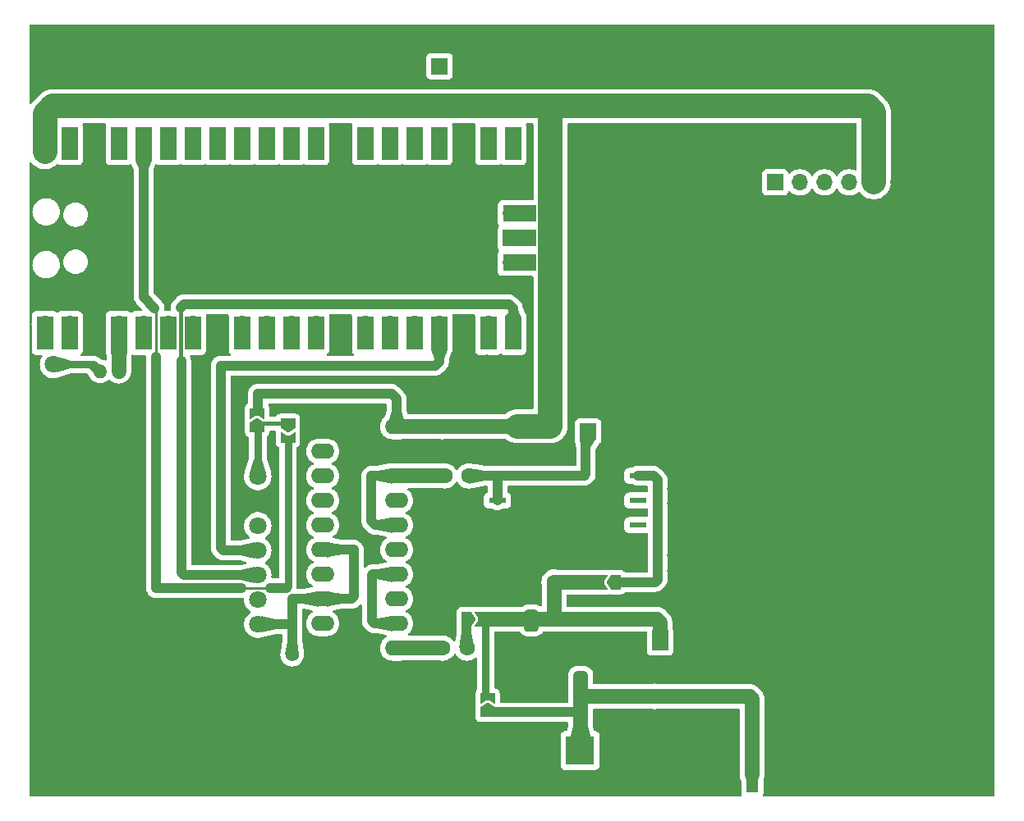
<source format=gbr>
%TF.GenerationSoftware,KiCad,Pcbnew,(7.0.0-rc2-19-gbcc1e28bab)*%
%TF.CreationDate,2023-01-26T23:12:17-08:00*%
%TF.ProjectId,Amplified-WSPR-Beacon-v3,416d706c-6966-4696-9564-2d575350522d,rev?*%
%TF.SameCoordinates,Original*%
%TF.FileFunction,Copper,L1,Top*%
%TF.FilePolarity,Positive*%
%FSLAX46Y46*%
G04 Gerber Fmt 4.6, Leading zero omitted, Abs format (unit mm)*
G04 Created by KiCad (PCBNEW (7.0.0-rc2-19-gbcc1e28bab)) date 2023-01-26 23:12:17*
%MOMM*%
%LPD*%
G01*
G04 APERTURE LIST*
G04 Aperture macros list*
%AMRoundRect*
0 Rectangle with rounded corners*
0 $1 Rounding radius*
0 $2 $3 $4 $5 $6 $7 $8 $9 X,Y pos of 4 corners*
0 Add a 4 corners polygon primitive as box body*
4,1,4,$2,$3,$4,$5,$6,$7,$8,$9,$2,$3,0*
0 Add four circle primitives for the rounded corners*
1,1,$1+$1,$2,$3*
1,1,$1+$1,$4,$5*
1,1,$1+$1,$6,$7*
1,1,$1+$1,$8,$9*
0 Add four rect primitives between the rounded corners*
20,1,$1+$1,$2,$3,$4,$5,0*
20,1,$1+$1,$4,$5,$6,$7,0*
20,1,$1+$1,$6,$7,$8,$9,0*
20,1,$1+$1,$8,$9,$2,$3,0*%
%AMFreePoly0*
4,1,6,1.000000,0.000000,0.500000,-0.750000,-0.500000,-0.750000,-0.500000,0.750000,0.500000,0.750000,1.000000,0.000000,1.000000,0.000000,$1*%
%AMFreePoly1*
4,1,6,0.500000,-0.750000,-0.650000,-0.750000,-0.150000,0.000000,-0.650000,0.750000,0.500000,0.750000,0.500000,-0.750000,0.500000,-0.750000,$1*%
G04 Aperture macros list end*
%TA.AperFunction,ComponentPad*%
%ADD10R,1.200000X1.200000*%
%TD*%
%TA.AperFunction,ComponentPad*%
%ADD11C,1.200000*%
%TD*%
%TA.AperFunction,SMDPad,CuDef*%
%ADD12R,1.270000X3.600000*%
%TD*%
%TA.AperFunction,SMDPad,CuDef*%
%ADD13R,1.350000X4.200000*%
%TD*%
%TA.AperFunction,SMDPad,CuDef*%
%ADD14FreePoly0,270.000000*%
%TD*%
%TA.AperFunction,SMDPad,CuDef*%
%ADD15FreePoly1,270.000000*%
%TD*%
%TA.AperFunction,ComponentPad*%
%ADD16R,1.800000X1.800000*%
%TD*%
%TA.AperFunction,ComponentPad*%
%ADD17C,1.800000*%
%TD*%
%TA.AperFunction,SMDPad,CuDef*%
%ADD18FreePoly0,0.000000*%
%TD*%
%TA.AperFunction,SMDPad,CuDef*%
%ADD19FreePoly1,0.000000*%
%TD*%
%TA.AperFunction,ComponentPad*%
%ADD20C,0.800000*%
%TD*%
%TA.AperFunction,ComponentPad*%
%ADD21C,6.400000*%
%TD*%
%TA.AperFunction,ComponentPad*%
%ADD22C,1.600000*%
%TD*%
%TA.AperFunction,ComponentPad*%
%ADD23R,1.700000X1.700000*%
%TD*%
%TA.AperFunction,SMDPad,CuDef*%
%ADD24R,1.778000X0.609600*%
%TD*%
%TA.AperFunction,ComponentPad*%
%ADD25O,1.700000X1.700000*%
%TD*%
%TA.AperFunction,SMDPad,CuDef*%
%ADD26R,1.700000X3.500000*%
%TD*%
%TA.AperFunction,SMDPad,CuDef*%
%ADD27R,3.500000X1.700000*%
%TD*%
%TA.AperFunction,ComponentPad*%
%ADD28R,3.000000X3.000000*%
%TD*%
%TA.AperFunction,ComponentPad*%
%ADD29C,3.000000*%
%TD*%
%TA.AperFunction,SMDPad,CuDef*%
%ADD30FreePoly0,90.000000*%
%TD*%
%TA.AperFunction,SMDPad,CuDef*%
%ADD31FreePoly1,90.000000*%
%TD*%
%TA.AperFunction,ComponentPad*%
%ADD32R,2.400000X1.600000*%
%TD*%
%TA.AperFunction,ComponentPad*%
%ADD33O,2.400000X1.600000*%
%TD*%
%TA.AperFunction,SMDPad,CuDef*%
%ADD34RoundRect,0.381000X-0.381000X0.762000X-0.381000X-0.762000X0.381000X-0.762000X0.381000X0.762000X0*%
%TD*%
%TA.AperFunction,ComponentPad*%
%ADD35C,1.400000*%
%TD*%
%TA.AperFunction,ComponentPad*%
%ADD36O,1.400000X1.400000*%
%TD*%
%TA.AperFunction,SMDPad,CuDef*%
%ADD37FreePoly0,180.000000*%
%TD*%
%TA.AperFunction,SMDPad,CuDef*%
%ADD38FreePoly1,180.000000*%
%TD*%
%TA.AperFunction,ViaPad*%
%ADD39C,0.800000*%
%TD*%
%TA.AperFunction,ViaPad*%
%ADD40C,3.200000*%
%TD*%
%TA.AperFunction,Conductor*%
%ADD41C,2.500000*%
%TD*%
%TA.AperFunction,Conductor*%
%ADD42C,1.000000*%
%TD*%
%TA.AperFunction,Conductor*%
%ADD43C,1.500000*%
%TD*%
%TA.AperFunction,Conductor*%
%ADD44C,0.750000*%
%TD*%
%TA.AperFunction,Conductor*%
%ADD45C,0.400000*%
%TD*%
%TA.AperFunction,Conductor*%
%ADD46C,0.800000*%
%TD*%
%TA.AperFunction,Conductor*%
%ADD47C,0.250000*%
%TD*%
G04 APERTURE END LIST*
D10*
%TO.P,C8,1*%
%TO.N,+5V*%
X136849999Y-98222599D03*
D11*
%TO.P,C8,2*%
%TO.N,GND*%
X136850000Y-96222600D03*
%TD*%
D12*
%TO.P,J1,1,In*%
%TO.N,Net-(ANTENNA1-Pin_1)*%
X164279999Y-134239999D03*
D13*
%TO.P,J1,2,Ext*%
%TO.N,GND*%
X161454999Y-134039999D03*
X167104999Y-134039999D03*
%TD*%
D14*
%TO.P,JP5,1,A*%
%TO.N,Net-(JP4-A)*%
X116400000Y-97910000D03*
D15*
%TO.P,JP5,2,B*%
%TO.N,+3.3V*%
X116400000Y-99360000D03*
%TD*%
D16*
%TO.P,D1,1,K*%
%TO.N,GND*%
X92239999Y-94354999D03*
D17*
%TO.P,D1,2,A*%
%TO.N,Net-(D1-A)*%
X92240000Y-91815000D03*
%TD*%
D18*
%TO.P,JP2,1,A*%
%TO.N,Net-(JP2-A)*%
X134815000Y-118090000D03*
D19*
%TO.P,JP2,2,B*%
%TO.N,Net-(JP1-B)*%
X136265000Y-118090000D03*
%TD*%
D17*
%TO.P,U2,1,VIN*%
%TO.N,Net-(JP4-A)*%
X113301000Y-103386350D03*
%TO.P,U2,2,GND*%
%TO.N,GND*%
X113301000Y-105926350D03*
%TO.P,U2,3,SDA*%
%TO.N,Net-(U1-GPIO12)*%
X113301000Y-108466350D03*
%TO.P,U2,4,SCL*%
%TO.N,Net-(U1-GPIO13)*%
X113301000Y-111006350D03*
%TO.P,U2,5,S2*%
%TO.N,Net-(U1-GPIO15)*%
X113301000Y-113546350D03*
%TO.P,U2,6,S1*%
%TO.N,unconnected-(U2-S1-Pad6)*%
X113301000Y-116086350D03*
%TO.P,U2,7,SO*%
%TO.N,Net-(U2-SO)*%
X113301000Y-118626350D03*
%TD*%
D20*
%TO.P,H4,1,1*%
%TO.N,GND*%
X183620000Y-133190000D03*
X184322944Y-131492944D03*
X184322944Y-134887056D03*
X186020000Y-130790000D03*
D21*
X186020000Y-133190000D03*
D20*
X186020000Y-135590000D03*
X187717056Y-131492944D03*
X187717056Y-134887056D03*
X188420000Y-133190000D03*
%TD*%
D22*
%TO.P,C3,1*%
%TO.N,Net-(ANTENNA1-Pin_1)*%
X154210000Y-126070000D03*
%TO.P,C3,2*%
%TO.N,GND*%
X154210000Y-123570000D03*
%TD*%
D23*
%TO.P,TP1,1,1*%
%TO.N,Net-(C1-Pad1)*%
X147359999Y-98719999D03*
%TD*%
D24*
%TO.P,TR1,1,1*%
%TO.N,GND*%
X138020999Y-108379999D03*
%TO.P,TR1,2,2*%
%TO.N,Net-(C1-Pad1)*%
X138020999Y-105839999D03*
%TO.P,TR1,3,3*%
X138020999Y-103299999D03*
%TO.P,TR1,4,4*%
%TO.N,Net-(JP1-A)*%
X152498999Y-103299999D03*
%TO.P,TR1,5,5*%
%TO.N,unconnected-(TR1-Pad5)*%
X152498999Y-105839999D03*
%TO.P,TR1,6,6*%
%TO.N,unconnected-(TR1-Pad6)*%
X152498999Y-108379999D03*
%TD*%
D23*
%TO.P,TP2,1,1*%
%TO.N,Net-(JP1-B)*%
X154769999Y-120509999D03*
%TD*%
D22*
%TO.P,C7,1*%
%TO.N,GND*%
X132340000Y-95720000D03*
%TO.P,C7,2*%
%TO.N,+5V*%
X132340000Y-98220000D03*
%TD*%
D23*
%TO.P,SW1,1,A*%
%TO.N,Net-(SW1-A)*%
X132039999Y-61019999D03*
D25*
%TO.P,SW1,2,B*%
%TO.N,GND*%
X134579999Y-61019999D03*
%TD*%
D20*
%TO.P,H2,1,1*%
%TO.N,GND*%
X183680000Y-60010000D03*
X184382944Y-58312944D03*
X184382944Y-61707056D03*
X186080000Y-57610000D03*
D21*
X186080000Y-60010000D03*
D20*
X186080000Y-62410000D03*
X187777056Y-58312944D03*
X187777056Y-61707056D03*
X188480000Y-60010000D03*
%TD*%
D23*
%TO.P,RTC1,1*%
%TO.N,unconnected-(RTC1-Pad1)*%
X166654999Y-72999999D03*
D25*
%TO.P,RTC1,2*%
%TO.N,unconnected-(RTC1-Pad2)*%
X169194999Y-72999999D03*
%TO.P,RTC1,3,SCL*%
%TO.N,SCL*%
X171734999Y-72999999D03*
%TO.P,RTC1,4,SDA*%
%TO.N,SDA*%
X174274999Y-72999999D03*
%TO.P,RTC1,5,VCC*%
%TO.N,+5V*%
X176814999Y-72999999D03*
%TO.P,RTC1,6,GND*%
%TO.N,GND*%
X179354999Y-72999999D03*
%TD*%
D20*
%TO.P,H1,1,1*%
%TO.N,GND*%
X90710000Y-60040000D03*
X91412944Y-58342944D03*
X91412944Y-61737056D03*
X93110000Y-57640000D03*
D21*
X93110000Y-60040000D03*
D20*
X93110000Y-62440000D03*
X94807056Y-58342944D03*
X94807056Y-61737056D03*
X95510000Y-60040000D03*
%TD*%
D25*
%TO.P,U1,1,GPIO0*%
%TO.N,unconnected-(U1-GPIO0-Pad1)*%
X91350999Y-87663999D03*
D26*
X91350999Y-88563999D03*
D25*
%TO.P,U1,2,GPIO1*%
%TO.N,unconnected-(U1-GPIO1-Pad2)*%
X93890999Y-87663999D03*
D26*
X93890999Y-88563999D03*
D23*
%TO.P,U1,3,GND*%
%TO.N,GND*%
X96430999Y-87663999D03*
D26*
X96430999Y-88563999D03*
D25*
%TO.P,U1,4,GPIO2*%
%TO.N,Net-(U1-GPIO2)*%
X98970999Y-87663999D03*
D26*
X98970999Y-88563999D03*
D25*
%TO.P,U1,5,GPIO3*%
%TO.N,unconnected-(U1-GPIO3-Pad5)*%
X101510999Y-87663999D03*
D26*
X101510999Y-88563999D03*
D25*
%TO.P,U1,6,GPIO4*%
%TO.N,unconnected-(U1-GPIO4-Pad6)*%
X104050999Y-87663999D03*
D26*
X104050999Y-88563999D03*
D25*
%TO.P,U1,7,GPIO5*%
%TO.N,unconnected-(U1-GPIO5-Pad7)*%
X106590999Y-87663999D03*
D26*
X106590999Y-88563999D03*
D23*
%TO.P,U1,8,GND*%
%TO.N,GND*%
X109130999Y-87663999D03*
D26*
X109130999Y-88563999D03*
D25*
%TO.P,U1,9,GPIO6*%
%TO.N,unconnected-(U1-GPIO6-Pad9)*%
X111670999Y-87663999D03*
D26*
X111670999Y-88563999D03*
D25*
%TO.P,U1,10,GPIO7*%
%TO.N,unconnected-(U1-GPIO7-Pad10)*%
X114210999Y-87663999D03*
D26*
X114210999Y-88563999D03*
D25*
%TO.P,U1,11,GPIO8*%
%TO.N,unconnected-(U1-GPIO8-Pad11)*%
X116750999Y-87663999D03*
D26*
X116750999Y-88563999D03*
D25*
%TO.P,U1,12,GPIO9*%
%TO.N,unconnected-(U1-GPIO9-Pad12)*%
X119290999Y-87663999D03*
D26*
X119290999Y-88563999D03*
D23*
%TO.P,U1,13,GND*%
%TO.N,GND*%
X121830999Y-87663999D03*
D26*
X121830999Y-88563999D03*
D25*
%TO.P,U1,14,GPIO10*%
%TO.N,unconnected-(U1-GPIO10-Pad14)*%
X124370999Y-87663999D03*
D26*
X124370999Y-88563999D03*
D25*
%TO.P,U1,15,GPIO11*%
%TO.N,unconnected-(U1-GPIO11-Pad15)*%
X126910999Y-87663999D03*
D26*
X126910999Y-88563999D03*
D25*
%TO.P,U1,16,GPIO12*%
%TO.N,Net-(U1-GPIO12)*%
X129450999Y-87663999D03*
D26*
X129450999Y-88563999D03*
D25*
%TO.P,U1,17,GPIO13*%
%TO.N,Net-(U1-GPIO13)*%
X131990999Y-87663999D03*
D26*
X131990999Y-88563999D03*
D23*
%TO.P,U1,18,GND*%
%TO.N,GND*%
X134530999Y-87663999D03*
D26*
X134530999Y-88563999D03*
D25*
%TO.P,U1,19,GPIO14*%
%TO.N,unconnected-(U1-GPIO14-Pad19)*%
X137070999Y-87663999D03*
D26*
X137070999Y-88563999D03*
D25*
%TO.P,U1,20,GPIO15*%
%TO.N,Net-(U1-GPIO15)*%
X139610999Y-87663999D03*
D26*
X139610999Y-88563999D03*
D25*
%TO.P,U1,21,GPIO16*%
%TO.N,SDA*%
X139610999Y-69883999D03*
D26*
X139610999Y-68983999D03*
D25*
%TO.P,U1,22,GPIO17*%
%TO.N,SCL*%
X137070999Y-69883999D03*
D26*
X137070999Y-68983999D03*
D23*
%TO.P,U1,23,GND*%
%TO.N,GND*%
X134530999Y-69883999D03*
D26*
X134530999Y-68983999D03*
D25*
%TO.P,U1,24,GPIO18*%
%TO.N,Net-(SW1-A)*%
X131990999Y-69883999D03*
D26*
X131990999Y-68983999D03*
D25*
%TO.P,U1,25,GPIO19*%
%TO.N,unconnected-(U1-GPIO19-Pad25)*%
X129450999Y-69883999D03*
D26*
X129450999Y-68983999D03*
D25*
%TO.P,U1,26,GPIO20*%
%TO.N,unconnected-(U1-GPIO20-Pad26)*%
X126910999Y-69883999D03*
D26*
X126910999Y-68983999D03*
D25*
%TO.P,U1,27,GPIO21*%
%TO.N,unconnected-(U1-GPIO21-Pad27)*%
X124370999Y-69883999D03*
D26*
X124370999Y-68983999D03*
D23*
%TO.P,U1,28,GND*%
%TO.N,GND*%
X121830999Y-69883999D03*
D26*
X121830999Y-68983999D03*
D25*
%TO.P,U1,29,GPIO22*%
%TO.N,unconnected-(U1-GPIO22-Pad29)*%
X119290999Y-69883999D03*
D26*
X119290999Y-68983999D03*
D25*
%TO.P,U1,30,RUN*%
%TO.N,unconnected-(U1-RUN-Pad30)*%
X116750999Y-69883999D03*
D26*
X116750999Y-68983999D03*
D25*
%TO.P,U1,31,GPIO26_ADC0*%
%TO.N,unconnected-(U1-GPIO26_ADC0-Pad31)*%
X114210999Y-69883999D03*
D26*
X114210999Y-68983999D03*
D25*
%TO.P,U1,32,GPIO27_ADC1*%
%TO.N,unconnected-(U1-GPIO27_ADC1-Pad32)*%
X111670999Y-69883999D03*
D26*
X111670999Y-68983999D03*
D23*
%TO.P,U1,33,AGND*%
%TO.N,unconnected-(U1-AGND-Pad33)*%
X109130999Y-69883999D03*
D26*
X109130999Y-68983999D03*
D25*
%TO.P,U1,34,GPIO28_ADC2*%
%TO.N,unconnected-(U1-GPIO28_ADC2-Pad34)*%
X106590999Y-69883999D03*
D26*
X106590999Y-68983999D03*
D25*
%TO.P,U1,35,ADC_VREF*%
%TO.N,unconnected-(U1-ADC_VREF-Pad35)*%
X104050999Y-69883999D03*
D26*
X104050999Y-68983999D03*
D25*
%TO.P,U1,36,3V3*%
%TO.N,+3.3V*%
X101510999Y-69883999D03*
D26*
X101510999Y-68983999D03*
D25*
%TO.P,U1,37,3V3_EN*%
%TO.N,unconnected-(U1-3V3_EN-Pad37)*%
X98970999Y-69883999D03*
D26*
X98970999Y-68983999D03*
D23*
%TO.P,U1,38,GND*%
%TO.N,GND*%
X96430999Y-69883999D03*
D26*
X96430999Y-68983999D03*
D25*
%TO.P,U1,39,VSYS*%
%TO.N,unconnected-(U1-VSYS-Pad39)*%
X93890999Y-69883999D03*
D26*
X93890999Y-68983999D03*
D25*
%TO.P,U1,40,VBUS*%
%TO.N,+5V*%
X91350999Y-69883999D03*
D26*
X91350999Y-68983999D03*
D25*
%TO.P,U1,41,SWCLK*%
%TO.N,unconnected-(U1-SWCLK-Pad41)*%
X139380999Y-81313999D03*
D27*
X140280999Y-81313999D03*
D23*
%TO.P,U1,42,GND*%
%TO.N,unconnected-(U1-GND-Pad42)*%
X139380999Y-78773999D03*
D27*
X140280999Y-78773999D03*
D25*
%TO.P,U1,43,SWDIO*%
%TO.N,unconnected-(U1-SWDIO-Pad43)*%
X139380999Y-76233999D03*
D27*
X140280999Y-76233999D03*
%TD*%
D22*
%TO.P,C4,1*%
%TO.N,Net-(JP2-A)*%
X134870000Y-121080000D03*
%TO.P,C4,2*%
%TO.N,Net-(U2-SO)*%
X132370000Y-121080000D03*
%TD*%
D28*
%TO.P,ANTENNA1,1,Pin_1*%
%TO.N,Net-(ANTENNA1-Pin_1)*%
X146539999Y-131649999D03*
D29*
%TO.P,ANTENNA1,2,Pin_2*%
%TO.N,GND*%
X141460000Y-131650000D03*
%TD*%
D30*
%TO.P,JP3,1,A*%
%TO.N,Net-(ANTENNA1-Pin_1)*%
X136990000Y-127720000D03*
D31*
%TO.P,JP3,2,B*%
%TO.N,Net-(JP1-B)*%
X136990000Y-126270000D03*
%TD*%
D32*
%TO.P,U3,1,OEa*%
%TO.N,GND*%
X119997999Y-98231999D03*
D33*
%TO.P,U3,2,I0a*%
%TO.N,Net-(U2-SO)*%
X119997999Y-100771999D03*
%TO.P,U3,3,O3b*%
%TO.N,Net-(U3-O0a)*%
X119997999Y-103311999D03*
%TO.P,U3,4,I1a*%
%TO.N,Net-(U2-SO)*%
X119997999Y-105851999D03*
%TO.P,U3,5,O2b*%
%TO.N,Net-(U3-O0a)*%
X119997999Y-108391999D03*
%TO.P,U3,6,I2a*%
%TO.N,Net-(U2-SO)*%
X119997999Y-110931999D03*
%TO.P,U3,7,O1b*%
%TO.N,Net-(U3-O0a)*%
X119997999Y-113471999D03*
%TO.P,U3,8,I3a*%
%TO.N,Net-(U2-SO)*%
X119997999Y-116011999D03*
%TO.P,U3,9,O0b*%
%TO.N,Net-(U3-O0a)*%
X119997999Y-118551999D03*
%TO.P,U3,10,GND*%
%TO.N,GND*%
X119997999Y-121091999D03*
%TO.P,U3,11,I0b*%
%TO.N,Net-(U2-SO)*%
X127617999Y-121091999D03*
%TO.P,U3,12,O3a*%
%TO.N,Net-(U3-O0a)*%
X127617999Y-118551999D03*
%TO.P,U3,13,I1b*%
%TO.N,Net-(U2-SO)*%
X127617999Y-116011999D03*
%TO.P,U3,14,O2a*%
%TO.N,Net-(U3-O0a)*%
X127617999Y-113471999D03*
%TO.P,U3,15,I2b*%
%TO.N,Net-(U2-SO)*%
X127617999Y-110931999D03*
%TO.P,U3,16,O1a*%
%TO.N,Net-(U3-O0a)*%
X127617999Y-108391999D03*
%TO.P,U3,17,I3b*%
%TO.N,Net-(U2-SO)*%
X127617999Y-105851999D03*
%TO.P,U3,18,O0a*%
%TO.N,Net-(U3-O0a)*%
X127617999Y-103311999D03*
%TO.P,U3,19,OEb*%
%TO.N,GND*%
X127617999Y-100771999D03*
%TO.P,U3,20,VCC*%
%TO.N,+5V*%
X127617999Y-98231999D03*
%TD*%
D20*
%TO.P,H3,1,1*%
%TO.N,GND*%
X93000000Y-135500000D03*
X91302944Y-134797056D03*
X94697056Y-134797056D03*
X90600000Y-133100000D03*
D21*
X93000000Y-133100000D03*
D20*
X95400000Y-133100000D03*
X91302944Y-131402944D03*
X94697056Y-131402944D03*
X93000000Y-130700000D03*
%TD*%
D34*
%TO.P,L2,1,1*%
%TO.N,Net-(JP1-B)*%
X141520000Y-118240000D03*
%TO.P,L2,2,2*%
%TO.N,Net-(ANTENNA1-Pin_1)*%
X146600000Y-124590000D03*
%TD*%
D30*
%TO.P,JP4,1,A*%
%TO.N,Net-(JP4-A)*%
X113240000Y-98270000D03*
D31*
%TO.P,JP4,2,B*%
%TO.N,+5V*%
X113240000Y-96820000D03*
%TD*%
D22*
%TO.P,C1,1*%
%TO.N,Net-(C1-Pad1)*%
X135080000Y-103310000D03*
%TO.P,C1,2*%
%TO.N,Net-(U3-O0a)*%
X132580000Y-103310000D03*
%TD*%
D35*
%TO.P,R1,1*%
%TO.N,Net-(U2-SO)*%
X116840000Y-121777000D03*
D36*
%TO.P,R1,2*%
%TO.N,GND*%
X116839999Y-123676999D03*
%TD*%
D22*
%TO.P,C2,1*%
%TO.N,Net-(JP1-B)*%
X143860000Y-114280000D03*
%TO.P,C2,2*%
%TO.N,GND*%
X141360000Y-114280000D03*
%TD*%
D35*
%TO.P,R2,1*%
%TO.N,Net-(U1-GPIO2)*%
X98970000Y-92510000D03*
D36*
%TO.P,R2,2*%
%TO.N,Net-(D1-A)*%
X97069999Y-92509999D03*
%TD*%
D37*
%TO.P,JP1,1,A*%
%TO.N,Net-(JP1-A)*%
X150230000Y-114280000D03*
D38*
%TO.P,JP1,2,B*%
%TO.N,Net-(JP1-B)*%
X148780000Y-114280000D03*
%TD*%
D39*
%TO.N,GND*%
X131318000Y-128270000D03*
X113538000Y-126746000D03*
X135342000Y-58328000D03*
X186206000Y-87160000D03*
X100798000Y-59852000D03*
X162774000Y-58328000D03*
X153200000Y-83770000D03*
X172008000Y-135162000D03*
X90728000Y-126780000D03*
X147026000Y-58328000D03*
X136176000Y-99950000D03*
X157410000Y-104690000D03*
X105460000Y-126780000D03*
X173466000Y-59804000D03*
X145786000Y-73990000D03*
X91998000Y-123732000D03*
X159980000Y-58328000D03*
X187730000Y-83858000D03*
X152022000Y-98532000D03*
X178866000Y-132622000D03*
X109524000Y-133638000D03*
X184620000Y-70446000D03*
X186266000Y-120082000D03*
X157176000Y-121632000D03*
X151616000Y-74040000D03*
X91998000Y-125256000D03*
X116702000Y-93400000D03*
X93522000Y-128304000D03*
X170688000Y-133858000D03*
X154710000Y-92332000D03*
X147370000Y-83720000D03*
X112064000Y-130336000D03*
D40*
X132690000Y-134400000D03*
D39*
X157600000Y-75334000D03*
X127875000Y-58326000D03*
X170684000Y-61602000D03*
X91948000Y-119380000D03*
X157410000Y-106214000D03*
X117602000Y-133604000D03*
X120396000Y-130302000D03*
X138910000Y-61650000D03*
X121716000Y-135162000D03*
X112990000Y-59852000D03*
X155936000Y-113106000D03*
X178866000Y-135162000D03*
X117830000Y-96360000D03*
X172208000Y-61602000D03*
X176062000Y-131324000D03*
X112064000Y-126780000D03*
X174802000Y-132622000D03*
X154710000Y-80394000D03*
X153150000Y-92372000D03*
X102666000Y-130336000D03*
X148334000Y-59840000D03*
X113588000Y-131860000D03*
X125730000Y-128270000D03*
X187730000Y-73698000D03*
X97332000Y-133638000D03*
X116332000Y-130302000D03*
X100798000Y-58328000D03*
X166570000Y-58292000D03*
X133170000Y-110420000D03*
X180998000Y-59782000D03*
X152048000Y-100006000D03*
D40*
X182630000Y-88370000D03*
D39*
X112064000Y-131860000D03*
X187790000Y-112208000D03*
X169164000Y-132588000D03*
X156424000Y-58328000D03*
X156594000Y-97008000D03*
X157176000Y-118330000D03*
X102334000Y-61650000D03*
X134440000Y-108896000D03*
X150752000Y-97008000D03*
X99872000Y-126780000D03*
X116382000Y-135162000D03*
X106730000Y-133638000D03*
X120356000Y-58328000D03*
X187860000Y-126362000D03*
X157600000Y-92352000D03*
X174792000Y-131324000D03*
X156234000Y-80394000D03*
X90728000Y-120938000D03*
X133858000Y-124968000D03*
X137894000Y-61650000D03*
X183096000Y-73748000D03*
X129794000Y-128270000D03*
X94792000Y-128304000D03*
X151626000Y-89070000D03*
X157600000Y-80414000D03*
X106386000Y-59852000D03*
X98602000Y-126780000D03*
D40*
X154550000Y-130460000D03*
D39*
X178216000Y-61580000D03*
X150260000Y-78890000D03*
X187730000Y-78524000D03*
X90678000Y-112014000D03*
X103936000Y-130336000D03*
X147320000Y-82162000D03*
X153680000Y-61638000D03*
X121880000Y-59852000D03*
X178204000Y-59782000D03*
X147320000Y-85464000D03*
X186206000Y-91732000D03*
X151626000Y-80434000D03*
X94792000Y-126780000D03*
X107656000Y-58328000D03*
X168094000Y-58292000D03*
X186206000Y-88938000D03*
X142962000Y-59852000D03*
X114514000Y-58328000D03*
X124560000Y-101560000D03*
X154710000Y-78870000D03*
X90728000Y-97062000D03*
X187790000Y-110430000D03*
X148726000Y-74020000D03*
X145540000Y-59840000D03*
X90728000Y-125256000D03*
X90728000Y-98332000D03*
D40*
X166580000Y-88370000D03*
D39*
X108938000Y-61650000D03*
X158660000Y-59818000D03*
X90678000Y-102870000D03*
X124510000Y-135162000D03*
X161250000Y-58328000D03*
X100810000Y-61650000D03*
X133858000Y-126746000D03*
X187700000Y-65000000D03*
X127887000Y-61648000D03*
X110450000Y-59852000D03*
X156620000Y-101530000D03*
X180066000Y-127274000D03*
X151626000Y-90594000D03*
X145552000Y-61638000D03*
X186326000Y-124980000D03*
X157890000Y-100006000D03*
X150310000Y-93910000D03*
X135586000Y-110438000D03*
X170688000Y-132588000D03*
X135586000Y-113486000D03*
X109524000Y-130336000D03*
X123150000Y-59852000D03*
X96062000Y-126780000D03*
X122936000Y-130302000D03*
X173532000Y-133892000D03*
X186206000Y-77000000D03*
X123660000Y-120360000D03*
X128524000Y-128270000D03*
X150260000Y-82192000D03*
D40*
X178800000Y-88240000D03*
D39*
X159004000Y-113030000D03*
X98258000Y-59852000D03*
X181600000Y-128750000D03*
X154710000Y-85474000D03*
X174792000Y-130054000D03*
X147320000Y-75304000D03*
X156462000Y-59840000D03*
X151626000Y-75354000D03*
X119098000Y-61650000D03*
X186266000Y-106874000D03*
X156474000Y-61638000D03*
X98602000Y-135162000D03*
X156284000Y-93890000D03*
X115178000Y-93400000D03*
X159124000Y-82192000D03*
X148736000Y-92352000D03*
X144232000Y-58328000D03*
X151128000Y-59840000D03*
X187790000Y-106874000D03*
X169402000Y-59804000D03*
X187730000Y-82080000D03*
X142974000Y-61650000D03*
X110794000Y-131860000D03*
X116078000Y-128270000D03*
X112064000Y-135162000D03*
X108000000Y-128304000D03*
X103936000Y-135162000D03*
X187730000Y-71920000D03*
X153150000Y-85514000D03*
X162736000Y-61616000D03*
D40*
X178730000Y-92000000D03*
D39*
X150260000Y-87018000D03*
D40*
X170860000Y-96260000D03*
D39*
X158710000Y-58328000D03*
X170738000Y-135162000D03*
X101396000Y-128304000D03*
X124460000Y-133604000D03*
X137882000Y-59852000D03*
X159124000Y-90574000D03*
X118872000Y-128270000D03*
X112064000Y-128304000D03*
X129399000Y-59850000D03*
X145796000Y-90544000D03*
X102322000Y-59852000D03*
X187790000Y-120082000D03*
X159160000Y-100006000D03*
X175714000Y-58292000D03*
X138898000Y-59852000D03*
D40*
X158530000Y-130390000D03*
X174780000Y-88370000D03*
D39*
X105460000Y-133638000D03*
X102666000Y-126780000D03*
X151676000Y-83770000D03*
X181600000Y-131290000D03*
X177586000Y-131324000D03*
X126605000Y-59850000D03*
X176002000Y-127274000D03*
X153150000Y-78910000D03*
X154734000Y-95540000D03*
X151140000Y-61638000D03*
X91948000Y-102870000D03*
X187730000Y-68364000D03*
X90678000Y-119380000D03*
X158954000Y-119854000D03*
X159134000Y-98532000D03*
X90728000Y-128304000D03*
X91998000Y-99856000D03*
X153200000Y-93930000D03*
X186266000Y-102048000D03*
X103936000Y-133638000D03*
X149616000Y-61638000D03*
X145846000Y-93880000D03*
X153630000Y-58328000D03*
X124850000Y-121480000D03*
X103604000Y-61650000D03*
X157650000Y-83750000D03*
X157410000Y-111548000D03*
X183166000Y-123472000D03*
X130480000Y-95220000D03*
X115796000Y-61650000D03*
X105460000Y-131860000D03*
X122936000Y-133604000D03*
X157600000Y-85494000D03*
X125730000Y-131826000D03*
X176072000Y-133892000D03*
X110794000Y-126780000D03*
X110794000Y-128304000D03*
X125347000Y-61648000D03*
X178254000Y-58292000D03*
X147320000Y-86988000D03*
X108000000Y-135162000D03*
X154382000Y-116298000D03*
X132620000Y-101474000D03*
X96062000Y-128304000D03*
X102666000Y-128304000D03*
X137110000Y-113486000D03*
X181610000Y-132588000D03*
X173428000Y-58292000D03*
X184620000Y-73748000D03*
X129210000Y-93696000D03*
X127050000Y-135162000D03*
X157176000Y-116298000D03*
X187730000Y-88938000D03*
X168144000Y-61602000D03*
X147320000Y-89020000D03*
X154710000Y-76838000D03*
X114526000Y-61650000D03*
X186256000Y-85416000D03*
X186386000Y-127920000D03*
X156234000Y-86998000D03*
X119086000Y-59852000D03*
X180126000Y-130054000D03*
X148736000Y-85494000D03*
X145796000Y-89020000D03*
X148736000Y-76858000D03*
X108000000Y-131860000D03*
X159134000Y-97008000D03*
X145820000Y-95530000D03*
X148786000Y-83750000D03*
X148736000Y-90574000D03*
X157600000Y-76858000D03*
X155070000Y-98532000D03*
X181610000Y-133858000D03*
X155096000Y-100006000D03*
D40*
X182560000Y-92130000D03*
D39*
X165338000Y-59804000D03*
X122936000Y-131826000D03*
X145796000Y-92322000D03*
X151626000Y-87038000D03*
X187780000Y-75256000D03*
X131318000Y-124968000D03*
X153150000Y-76878000D03*
X155886000Y-111548000D03*
X91948000Y-104140000D03*
X99528000Y-59852000D03*
X123162000Y-61650000D03*
X101396000Y-135162000D03*
X109524000Y-135162000D03*
X101396000Y-126780000D03*
X181010000Y-61580000D03*
X115784000Y-59852000D03*
X170634000Y-58292000D03*
X171948000Y-128750000D03*
X152360000Y-58328000D03*
X181600000Y-130020000D03*
X149604000Y-59840000D03*
X128524000Y-126746000D03*
X154710000Y-90554000D03*
X115784000Y-58328000D03*
X107668000Y-61650000D03*
X110794000Y-133638000D03*
X186256000Y-90496000D03*
X138898000Y-58328000D03*
X98602000Y-130336000D03*
X112064000Y-133638000D03*
X90678000Y-117856000D03*
X153150000Y-82212000D03*
X186176000Y-65000000D03*
X156234000Y-85474000D03*
X145796000Y-80384000D03*
X141040000Y-94240000D03*
X90678000Y-110490000D03*
X187780000Y-85416000D03*
X90728000Y-129574000D03*
X116810000Y-96360000D03*
X91948000Y-105664000D03*
X103936000Y-126780000D03*
X118872000Y-130302000D03*
X186266000Y-108906000D03*
X125730000Y-126746000D03*
X127000000Y-126746000D03*
X131096000Y-99950000D03*
X187884000Y-129520000D03*
X157624000Y-95560000D03*
X177596000Y-133892000D03*
D40*
X162350000Y-92130000D03*
D39*
X98602000Y-128304000D03*
X122560000Y-120350000D03*
X91998000Y-120938000D03*
X169154000Y-130020000D03*
X159174000Y-83750000D03*
X187790000Y-102048000D03*
X151626000Y-82212000D03*
X119242000Y-93400000D03*
X173522000Y-131324000D03*
X135596000Y-107538000D03*
X114858000Y-130336000D03*
X110450000Y-58328000D03*
X150260000Y-76858000D03*
X98258000Y-58328000D03*
X121666000Y-124968000D03*
X134652000Y-99950000D03*
X169154000Y-128750000D03*
X107656000Y-59852000D03*
X159124000Y-75334000D03*
X186266000Y-96714000D03*
X154760000Y-93890000D03*
X133858000Y-128270000D03*
X110794000Y-135162000D03*
X179778000Y-58292000D03*
X157460000Y-113106000D03*
X147344000Y-95530000D03*
X148786000Y-93910000D03*
X138380000Y-113486000D03*
X158954000Y-116298000D03*
X117972000Y-93400000D03*
X159160000Y-101530000D03*
X184620000Y-68414000D03*
X187730000Y-77000000D03*
D40*
X162420000Y-88370000D03*
D39*
X170678000Y-130020000D03*
X128524000Y-124968000D03*
X124206000Y-128270000D03*
X97332000Y-128304000D03*
X97332000Y-126780000D03*
X183276000Y-127970000D03*
X134440000Y-113468000D03*
X93522000Y-126780000D03*
X184800000Y-127970000D03*
X174732000Y-127274000D03*
D40*
X174820000Y-96190000D03*
D39*
X98602000Y-131860000D03*
X91948000Y-116332000D03*
X144232000Y-59852000D03*
X122560000Y-121580000D03*
X186206000Y-68364000D03*
X139840000Y-95530000D03*
X152398000Y-59840000D03*
X91948000Y-108712000D03*
X125335000Y-59850000D03*
X174802000Y-133892000D03*
X150752000Y-98532000D03*
X136176000Y-101474000D03*
X132588000Y-128270000D03*
D40*
X166620000Y-96190000D03*
D39*
X186256000Y-75256000D03*
X154710000Y-89030000D03*
X141438000Y-58328000D03*
X136906000Y-91186000D03*
X117652000Y-135162000D03*
X106730000Y-126780000D03*
X91998000Y-122462000D03*
X166608000Y-59804000D03*
D40*
X135480000Y-130560000D03*
D39*
X186266000Y-110430000D03*
X134416000Y-91220000D03*
X101396000Y-130336000D03*
X120142000Y-126746000D03*
X169144000Y-127274000D03*
X120142000Y-128270000D03*
X132588000Y-124968000D03*
X156234000Y-76838000D03*
X132548000Y-58328000D03*
X186266000Y-95190000D03*
X106730000Y-128304000D03*
X148760000Y-95560000D03*
X90728000Y-122462000D03*
X113588000Y-133638000D03*
X178796000Y-127274000D03*
X170668000Y-127274000D03*
X149566000Y-58328000D03*
X157590000Y-74020000D03*
X184740000Y-125030000D03*
X186276000Y-123422000D03*
X124830000Y-93400000D03*
X154710000Y-86998000D03*
X171948000Y-130020000D03*
X144244000Y-61650000D03*
X151626000Y-85514000D03*
X122936000Y-128270000D03*
X183066000Y-65050000D03*
X111732000Y-61650000D03*
X159124000Y-92352000D03*
X134652000Y-101474000D03*
X157864000Y-98532000D03*
X157176000Y-119854000D03*
X187790000Y-96714000D03*
X147320000Y-90544000D03*
X129399000Y-58326000D03*
X164044000Y-58328000D03*
X186206000Y-73698000D03*
X90678000Y-105664000D03*
X180136000Y-132622000D03*
X101396000Y-133638000D03*
X127875000Y-59850000D03*
X141000000Y-95530000D03*
X173478000Y-61602000D03*
X124580000Y-98930000D03*
X159114000Y-74020000D03*
X187840000Y-113766000D03*
X113908000Y-93400000D03*
X106730000Y-135162000D03*
X147310000Y-73990000D03*
X150260000Y-89050000D03*
X156594000Y-98532000D03*
X122036000Y-93400000D03*
X186206000Y-66840000D03*
X174792000Y-128784000D03*
X145846000Y-83720000D03*
X156234000Y-90554000D03*
X117602000Y-128270000D03*
X91948000Y-110490000D03*
X114858000Y-131860000D03*
D40*
X170820000Y-88440000D03*
D39*
X187730000Y-80556000D03*
X169214000Y-135162000D03*
X179740000Y-61580000D03*
X99872000Y-135162000D03*
X119086000Y-58328000D03*
X151626000Y-92372000D03*
X133818000Y-58328000D03*
X187800000Y-123422000D03*
X158954000Y-106138000D03*
X159148000Y-95560000D03*
X156234000Y-82172000D03*
X145796000Y-82162000D03*
X173462000Y-127274000D03*
X124206000Y-126746000D03*
X187790000Y-98746000D03*
X104862000Y-58328000D03*
X125730000Y-130302000D03*
X187840000Y-103606000D03*
X186266000Y-100270000D03*
X111720000Y-58328000D03*
X177596000Y-135162000D03*
D40*
X162460000Y-96190000D03*
D39*
X141450000Y-61650000D03*
X156620000Y-100006000D03*
X104862000Y-59852000D03*
X176946000Y-61580000D03*
X121892000Y-61650000D03*
X133170000Y-113468000D03*
X155886000Y-104690000D03*
X122950000Y-98910000D03*
X169364000Y-58292000D03*
X159124000Y-87018000D03*
X125730000Y-124968000D03*
X156284000Y-83730000D03*
X159124000Y-80414000D03*
X186206000Y-70396000D03*
X134450000Y-107520000D03*
X158954000Y-104614000D03*
X99528000Y-58328000D03*
X145796000Y-86988000D03*
X117602000Y-131826000D03*
X187790000Y-95190000D03*
X158954000Y-114774000D03*
X117602000Y-130302000D03*
X168132000Y-59804000D03*
X125780000Y-135162000D03*
X159124000Y-89050000D03*
X129794000Y-126746000D03*
X169414000Y-61602000D03*
X103592000Y-59852000D03*
X91948000Y-112014000D03*
X118872000Y-131826000D03*
X134440000Y-110420000D03*
X174802000Y-135162000D03*
X150310000Y-83750000D03*
X122950000Y-101590000D03*
X176934000Y-59782000D03*
X177586000Y-130054000D03*
X150778000Y-100006000D03*
X112990000Y-58328000D03*
X145502000Y-58328000D03*
X153668000Y-59840000D03*
X171998000Y-131324000D03*
X108000000Y-126780000D03*
X171958000Y-132588000D03*
X157600000Y-78890000D03*
X173522000Y-128784000D03*
X187730000Y-70396000D03*
X181540000Y-127240000D03*
X124460000Y-130302000D03*
X136612000Y-58328000D03*
X152410000Y-61638000D03*
X155204000Y-61638000D03*
D40*
X166510000Y-92130000D03*
D39*
X186206000Y-78524000D03*
X113002000Y-61650000D03*
X134440000Y-111944000D03*
X183096000Y-70446000D03*
X109524000Y-126780000D03*
X156234000Y-75314000D03*
X118872000Y-126746000D03*
X177596000Y-132622000D03*
X90678000Y-108712000D03*
X187790000Y-100270000D03*
X159930000Y-59818000D03*
X122940000Y-100240000D03*
X157600000Y-89050000D03*
X186316000Y-113766000D03*
X118922000Y-135162000D03*
X116332000Y-131826000D03*
X187730000Y-66840000D03*
X170678000Y-128750000D03*
X184620000Y-66890000D03*
X102322000Y-58328000D03*
X90728000Y-123732000D03*
X120368000Y-61650000D03*
X187780000Y-93290000D03*
X120142000Y-133604000D03*
X139850000Y-94220000D03*
X114514000Y-59852000D03*
X153826000Y-101530000D03*
X158672000Y-61616000D03*
X114858000Y-133638000D03*
X187790000Y-117288000D03*
X120446000Y-135162000D03*
X114808000Y-128270000D03*
X105460000Y-128304000D03*
X156234000Y-89030000D03*
X164006000Y-61616000D03*
X123560000Y-93400000D03*
X157600000Y-87018000D03*
X154710000Y-75314000D03*
X178856000Y-131324000D03*
X102666000Y-133638000D03*
X109524000Y-131860000D03*
X153150000Y-87038000D03*
X155886000Y-106214000D03*
X186266000Y-117288000D03*
X116078000Y-126746000D03*
X137110000Y-110438000D03*
X187840000Y-118846000D03*
X129794000Y-124968000D03*
X114858000Y-135162000D03*
X117828000Y-61650000D03*
X140180000Y-61650000D03*
X133170000Y-111944000D03*
X113538000Y-128270000D03*
X187910000Y-127920000D03*
X157650000Y-93910000D03*
X103592000Y-58328000D03*
X180126000Y-128784000D03*
X110462000Y-61650000D03*
X171958000Y-133858000D03*
X97332000Y-131860000D03*
D40*
X170750000Y-92200000D03*
D39*
X155886000Y-114850000D03*
X147320000Y-92322000D03*
X147064000Y-59840000D03*
X184620000Y-71970000D03*
X148296000Y-58328000D03*
X156234000Y-78870000D03*
X102666000Y-135162000D03*
X157864000Y-97008000D03*
X150260000Y-80414000D03*
X161212000Y-61616000D03*
X158954000Y-121632000D03*
X116382000Y-133638000D03*
X176062000Y-130054000D03*
X131096000Y-101474000D03*
X178856000Y-130054000D03*
X121880000Y-58328000D03*
X170672000Y-59804000D03*
X154700000Y-74000000D03*
X101396000Y-131860000D03*
X159942000Y-61616000D03*
X184590000Y-65050000D03*
X186316000Y-121640000D03*
X117816000Y-58328000D03*
X153800000Y-97008000D03*
X141438000Y-59852000D03*
X133170000Y-108896000D03*
X99872000Y-131860000D03*
X132620000Y-99950000D03*
X102666000Y-131860000D03*
X148736000Y-89050000D03*
D40*
X174710000Y-92130000D03*
D39*
X151650000Y-95580000D03*
X132588000Y-126746000D03*
X148736000Y-78890000D03*
X130669000Y-58326000D03*
X137110000Y-111962000D03*
X106386000Y-58328000D03*
X151090000Y-58328000D03*
X163994000Y-59818000D03*
X154760000Y-83730000D03*
X183250000Y-129570000D03*
X108926000Y-59852000D03*
X173522000Y-130054000D03*
X156234000Y-92332000D03*
X148736000Y-87018000D03*
X172196000Y-59804000D03*
X121666000Y-128270000D03*
X157410000Y-114850000D03*
X106730000Y-130336000D03*
X159124000Y-85494000D03*
X122936000Y-126746000D03*
X140168000Y-58328000D03*
X153174000Y-95580000D03*
X177586000Y-128784000D03*
X105460000Y-135162000D03*
X186316000Y-103606000D03*
X155906000Y-116298000D03*
X129210000Y-95220000D03*
X123640000Y-121540000D03*
X147320000Y-76828000D03*
X154710000Y-82172000D03*
X186256000Y-93290000D03*
X125730000Y-133604000D03*
X178856000Y-128784000D03*
X110794000Y-130336000D03*
X145796000Y-75304000D03*
X108926000Y-58328000D03*
X155070000Y-97008000D03*
X91948000Y-101346000D03*
X186266000Y-98746000D03*
X165300000Y-58292000D03*
X162724000Y-59818000D03*
X173532000Y-135162000D03*
X91998000Y-128304000D03*
X91948000Y-117856000D03*
X117602000Y-126746000D03*
X155096000Y-101530000D03*
X127000000Y-133604000D03*
X112638000Y-93400000D03*
X121666000Y-126746000D03*
X153800000Y-98532000D03*
X100640000Y-94500000D03*
X186336000Y-126362000D03*
X114808000Y-126746000D03*
X124810000Y-120360000D03*
X187790000Y-115510000D03*
X108000000Y-133638000D03*
X124206000Y-124968000D03*
X90728000Y-99856000D03*
X91948000Y-114808000D03*
X127000000Y-128270000D03*
X126605000Y-58326000D03*
X98270000Y-61650000D03*
X184690000Y-123472000D03*
X118872000Y-133604000D03*
X107380000Y-97940000D03*
D40*
X157430000Y-134260000D03*
D39*
X186266000Y-112208000D03*
X177526000Y-127274000D03*
X187730000Y-87160000D03*
X186206000Y-71920000D03*
X187790000Y-108906000D03*
X153150000Y-90594000D03*
X106730000Y-131860000D03*
X130480000Y-93696000D03*
X99872000Y-133638000D03*
X172158000Y-58292000D03*
X90678000Y-114808000D03*
X113588000Y-135162000D03*
X157600000Y-82192000D03*
X91948000Y-113284000D03*
X186266000Y-115510000D03*
X187840000Y-121640000D03*
X140168000Y-59852000D03*
D40*
X129810000Y-130600000D03*
D39*
X105460000Y-130336000D03*
X170728000Y-131324000D03*
X135586000Y-111962000D03*
X187730000Y-91732000D03*
X122986000Y-135162000D03*
X121666000Y-131826000D03*
X90678000Y-116332000D03*
X153150000Y-89070000D03*
X148736000Y-75334000D03*
X169164000Y-133858000D03*
X120766000Y-93400000D03*
X148346000Y-61638000D03*
X187790000Y-105350000D03*
X171938000Y-127274000D03*
X153150000Y-80434000D03*
X127000000Y-130302000D03*
X155154000Y-58328000D03*
X107380000Y-100260000D03*
X103936000Y-128304000D03*
X142962000Y-58328000D03*
X183096000Y-68414000D03*
X145796000Y-85464000D03*
X150260000Y-85494000D03*
X179728000Y-59782000D03*
X148736000Y-80414000D03*
X153140000Y-74040000D03*
X103936000Y-131860000D03*
X90678000Y-113284000D03*
X161200000Y-59818000D03*
X98602000Y-133638000D03*
X120356000Y-59852000D03*
X124560000Y-100270000D03*
X120396000Y-131826000D03*
X183216000Y-125030000D03*
X151626000Y-78910000D03*
X148736000Y-82192000D03*
X90678000Y-104140000D03*
X124460000Y-131826000D03*
X91948000Y-107188000D03*
X109524000Y-128304000D03*
X97332000Y-135162000D03*
X180136000Y-133892000D03*
X176072000Y-132622000D03*
X111720000Y-59852000D03*
X166620000Y-61602000D03*
X129411000Y-61648000D03*
X187850000Y-124980000D03*
X169204000Y-131324000D03*
X97332000Y-130336000D03*
X121666000Y-130302000D03*
X175664000Y-59782000D03*
X187780000Y-90496000D03*
X159124000Y-78890000D03*
X127000000Y-124968000D03*
X107380000Y-102460000D03*
X186266000Y-105350000D03*
X176072000Y-135162000D03*
X150250000Y-74020000D03*
X131318000Y-126746000D03*
X90678000Y-107188000D03*
X157890000Y-101530000D03*
X176062000Y-128784000D03*
X147320000Y-80384000D03*
X117816000Y-59852000D03*
X108000000Y-130336000D03*
X151676000Y-93930000D03*
X176984000Y-58292000D03*
X186316000Y-118846000D03*
D40*
X178840000Y-96060000D03*
D39*
X153150000Y-75354000D03*
X115750000Y-96340000D03*
X113588000Y-130336000D03*
X123150000Y-58328000D03*
X91998000Y-126780000D03*
X145796000Y-78860000D03*
X183096000Y-71970000D03*
X126617000Y-61648000D03*
X147076000Y-61638000D03*
X151626000Y-76878000D03*
X186206000Y-83858000D03*
X153826000Y-100006000D03*
X125335000Y-58326000D03*
X121666000Y-133604000D03*
X186206000Y-80556000D03*
X159174000Y-93910000D03*
X135586000Y-108914000D03*
X178866000Y-133892000D03*
X137882000Y-58328000D03*
X127000000Y-131826000D03*
X173532000Y-132622000D03*
X145796000Y-76828000D03*
X180126000Y-131324000D03*
X180136000Y-135162000D03*
X147320000Y-78860000D03*
X155192000Y-59840000D03*
X152022000Y-97008000D03*
X91998000Y-97062000D03*
X156224000Y-74000000D03*
X159124000Y-76858000D03*
X122936000Y-124968000D03*
X99872000Y-130336000D03*
X99540000Y-61650000D03*
X186206000Y-82080000D03*
D40*
X182670000Y-96190000D03*
D39*
X106398000Y-61650000D03*
X165350000Y-61602000D03*
X184750000Y-126412000D03*
X181048000Y-58292000D03*
X104874000Y-61650000D03*
X183096000Y-66890000D03*
X91998000Y-98332000D03*
X150260000Y-75334000D03*
X183226000Y-126412000D03*
X156258000Y-95540000D03*
X150260000Y-92352000D03*
X133180000Y-107520000D03*
X181610000Y-135128000D03*
X158954000Y-111472000D03*
X158954000Y-118330000D03*
X90678000Y-101346000D03*
X150284000Y-95560000D03*
X175676000Y-61580000D03*
X150260000Y-90574000D03*
X147370000Y-93880000D03*
X99872000Y-128304000D03*
X157600000Y-90574000D03*
%TD*%
D41*
%TO.N,+5V*%
X143481000Y-65371000D02*
X143481000Y-98149000D01*
D42*
X127618000Y-95358000D02*
X127618000Y-98232000D01*
D43*
X132340000Y-98220000D02*
X127630000Y-98220000D01*
X140007400Y-98222600D02*
X140050000Y-98180000D01*
D41*
X143260000Y-65150000D02*
X176200000Y-65150000D01*
X143481000Y-98149000D02*
X143450000Y-98180000D01*
D42*
X127090000Y-94830000D02*
X127618000Y-95358000D01*
D41*
X176815000Y-65765000D02*
X176815000Y-73000000D01*
X92150000Y-65150000D02*
X143260000Y-65150000D01*
X91351000Y-69884000D02*
X91351000Y-65949000D01*
X91351000Y-65949000D02*
X92150000Y-65150000D01*
X143260000Y-65150000D02*
X143481000Y-65371000D01*
D43*
X136850000Y-98222600D02*
X132342600Y-98222600D01*
D42*
X113310000Y-94830000D02*
X113310000Y-96570000D01*
D41*
X143450000Y-98180000D02*
X140050000Y-98180000D01*
D42*
X113310000Y-96570000D02*
X113240000Y-96570000D01*
D41*
X176200000Y-65150000D02*
X176815000Y-65765000D01*
D42*
X113310000Y-94830000D02*
X127090000Y-94830000D01*
D43*
X136850000Y-98222600D02*
X140007400Y-98222600D01*
D42*
%TO.N,Net-(ANTENNA1-Pin_1)*%
X146600000Y-127750000D02*
X146600000Y-131590000D01*
D43*
X154210000Y-126070000D02*
X146610000Y-126070000D01*
X146600000Y-124590000D02*
X146600000Y-131590000D01*
X164280000Y-134240000D02*
X164280000Y-126330000D01*
D42*
X136990000Y-127720000D02*
X146570000Y-127720000D01*
D43*
X164020000Y-126070000D02*
X164280000Y-126330000D01*
D42*
X146540000Y-128290000D02*
X146540000Y-131650000D01*
X146570000Y-127720000D02*
X146600000Y-127750000D01*
D43*
X154210000Y-126070000D02*
X164020000Y-126070000D01*
D42*
%TO.N,Net-(U3-O0a)*%
X125040000Y-113580000D02*
X125040000Y-118300000D01*
X127618000Y-113472000D02*
X125148000Y-113472000D01*
X125410000Y-108392000D02*
X124968000Y-107950000D01*
X124968000Y-103378000D02*
X125034000Y-103312000D01*
X125292000Y-118552000D02*
X127618000Y-118552000D01*
X125034000Y-103312000D02*
X127618000Y-103312000D01*
X125148000Y-113472000D02*
X125040000Y-113580000D01*
D43*
X132580000Y-103310000D02*
X127620000Y-103310000D01*
D42*
X125040000Y-118300000D02*
X125292000Y-118552000D01*
X127618000Y-108392000D02*
X125410000Y-108392000D01*
X124968000Y-107950000D02*
X124968000Y-103378000D01*
D44*
%TO.N,Net-(JP1-B)*%
X136800000Y-118090000D02*
X136800000Y-126080000D01*
D43*
X143440000Y-118090000D02*
X140205000Y-118090000D01*
X140205000Y-118090000D02*
X136800000Y-118090000D01*
X143440000Y-118090000D02*
X154450000Y-118090000D01*
X143860000Y-117670000D02*
X143860000Y-114280000D01*
X154450000Y-118090000D02*
X154770000Y-118410000D01*
X143860000Y-114280000D02*
X148280000Y-114280000D01*
X154770000Y-118410000D02*
X154770000Y-120510000D01*
D45*
X136800000Y-126080000D02*
X136990000Y-126270000D01*
D42*
%TO.N,Net-(JP2-A)*%
X134815000Y-118090000D02*
X134815000Y-121025000D01*
%TO.N,Net-(U2-SO)*%
X113301000Y-118626350D02*
X116340350Y-118626350D01*
X123182000Y-110932000D02*
X123230000Y-110980000D01*
X123230000Y-110980000D02*
X123230000Y-115770000D01*
X119998000Y-110932000D02*
X123182000Y-110932000D01*
X116840000Y-116078000D02*
X116906000Y-116012000D01*
X123230000Y-115770000D02*
X122988000Y-116012000D01*
X116906000Y-116012000D02*
X119998000Y-116012000D01*
X122988000Y-116012000D02*
X119998000Y-116012000D01*
X116840000Y-121777000D02*
X116840000Y-116078000D01*
D43*
X132370000Y-121080000D02*
X127630000Y-121080000D01*
D44*
%TO.N,Net-(D1-A)*%
X92240000Y-91815000D02*
X96375000Y-91815000D01*
X96375000Y-91815000D02*
X97070000Y-92510000D01*
D42*
%TO.N,Net-(JP1-A)*%
X152499000Y-103300000D02*
X154090000Y-103300000D01*
X154530000Y-103740000D02*
X154530000Y-114010000D01*
X154090000Y-103300000D02*
X154530000Y-103740000D01*
X154530000Y-114010000D02*
X154260000Y-114280000D01*
X154260000Y-114280000D02*
X150230000Y-114280000D01*
D43*
%TO.N,Net-(U1-GPIO2)*%
X98971000Y-87664000D02*
X98971000Y-92509000D01*
X98971000Y-92509000D02*
X98970000Y-92510000D01*
D42*
%TO.N,Net-(C1-Pad1)*%
X138021000Y-105840000D02*
X138021000Y-103300000D01*
X135090000Y-103320000D02*
X146970000Y-103320000D01*
X146970000Y-103320000D02*
X147130000Y-103160000D01*
X147130000Y-103160000D02*
X147130000Y-98950000D01*
%TO.N,Net-(U1-GPIO13)*%
X131991000Y-91529000D02*
X131572000Y-91948000D01*
X109736350Y-111006350D02*
X113301000Y-111006350D01*
X131991000Y-87664000D02*
X131991000Y-91529000D01*
X131572000Y-91948000D02*
X109474000Y-91948000D01*
X109474000Y-91948000D02*
X109474000Y-110744000D01*
X109474000Y-110744000D02*
X109736350Y-111006350D01*
%TO.N,Net-(U1-GPIO15)*%
X105410000Y-113284000D02*
X105410000Y-91440000D01*
D45*
X105341000Y-91371000D02*
X105410000Y-91440000D01*
D42*
X139611000Y-87664000D02*
X139611000Y-86017000D01*
X105672350Y-113546350D02*
X105410000Y-113284000D01*
X113301000Y-113546350D02*
X105672350Y-113546350D01*
D45*
X105341000Y-85921000D02*
X105341000Y-91371000D01*
D42*
X139611000Y-86017000D02*
X139192000Y-85598000D01*
X139192000Y-85598000D02*
X105664000Y-85598000D01*
X105664000Y-85598000D02*
X105341000Y-85921000D01*
D45*
%TO.N,Net-(JP4-A)*%
X113600000Y-97910000D02*
X116400000Y-97910000D01*
D46*
X113301000Y-103386350D02*
X113301000Y-98331000D01*
D42*
%TO.N,+3.3V*%
X102771350Y-114861350D02*
X102771350Y-90988650D01*
D47*
X102780000Y-86090000D02*
X102680000Y-85990000D01*
D44*
X116410000Y-114730000D02*
X116278650Y-114861350D01*
D47*
X111558650Y-114861350D02*
X114621350Y-114861350D01*
D44*
X116410000Y-99510000D02*
X116410000Y-114730000D01*
D47*
X102771350Y-114861350D02*
X111558650Y-114861350D01*
D42*
X101511000Y-69884000D02*
X101511000Y-84821000D01*
D47*
X102780000Y-91021350D02*
X102780000Y-86090000D01*
D42*
X102786350Y-114880000D02*
X111573650Y-114880000D01*
X101511000Y-84821000D02*
X102680000Y-85990000D01*
X116278650Y-114861350D02*
X114621350Y-114861350D01*
%TD*%
%TA.AperFunction,Conductor*%
%TO.N,GND*%
G36*
X189232805Y-56739381D02*
G01*
X189278924Y-56785500D01*
X189295805Y-56848501D01*
X189295620Y-94836163D01*
X189295420Y-136156587D01*
X189295419Y-136295501D01*
X189278538Y-136358500D01*
X189232419Y-136404619D01*
X189169419Y-136421500D01*
X165496901Y-136421500D01*
X165438499Y-136407148D01*
X165393402Y-136367360D01*
X165371883Y-136311202D01*
X165378846Y-136251467D01*
X165414234Y-136156587D01*
X165414233Y-136156587D01*
X165416989Y-136149201D01*
X165423500Y-136088638D01*
X165423500Y-134797668D01*
X165431534Y-134753395D01*
X165457581Y-134683993D01*
X165498051Y-134576161D01*
X165538500Y-134353267D01*
X165538500Y-126407757D01*
X165539292Y-126393650D01*
X165542636Y-126363970D01*
X165542635Y-126363970D01*
X165543269Y-126358352D01*
X165538785Y-126291847D01*
X165538500Y-126283371D01*
X165538500Y-126276300D01*
X165538500Y-126273478D01*
X165534821Y-126232601D01*
X165534604Y-126229843D01*
X165528410Y-126137968D01*
X165528409Y-126137967D01*
X165528030Y-126132332D01*
X165526649Y-126126852D01*
X165525763Y-126121257D01*
X165525805Y-126121250D01*
X165524840Y-126115575D01*
X165524799Y-126115583D01*
X165523788Y-126110014D01*
X165523281Y-126104378D01*
X165497264Y-126010113D01*
X165496554Y-126007419D01*
X165474061Y-125918149D01*
X165472679Y-125912664D01*
X165470340Y-125907516D01*
X165468470Y-125902169D01*
X165468510Y-125902154D01*
X165466548Y-125896742D01*
X165466507Y-125896758D01*
X165464519Y-125891463D01*
X165463014Y-125886007D01*
X165420584Y-125797902D01*
X165419433Y-125795441D01*
X165378994Y-125706410D01*
X165375773Y-125701761D01*
X165372976Y-125696832D01*
X165373013Y-125696810D01*
X165370122Y-125691845D01*
X165370085Y-125691868D01*
X165367180Y-125687006D01*
X165364725Y-125681907D01*
X165307247Y-125602796D01*
X165305647Y-125600541D01*
X165257109Y-125530480D01*
X165249986Y-125520198D01*
X165245979Y-125516191D01*
X165242360Y-125511856D01*
X165242393Y-125511828D01*
X165238653Y-125507448D01*
X165238621Y-125507477D01*
X165234894Y-125503211D01*
X165231571Y-125498637D01*
X165227484Y-125494730D01*
X165227482Y-125494727D01*
X165160909Y-125431077D01*
X165158888Y-125429100D01*
X164964878Y-125235090D01*
X164955462Y-125224554D01*
X164936844Y-125201208D01*
X164936841Y-125201205D01*
X164933314Y-125196782D01*
X164883119Y-125152928D01*
X164876924Y-125147136D01*
X164871939Y-125142151D01*
X164869927Y-125140139D01*
X164867751Y-125138323D01*
X164867743Y-125138315D01*
X164838480Y-125113885D01*
X164836330Y-125112049D01*
X164766985Y-125051464D01*
X164766978Y-125051459D01*
X164762718Y-125047737D01*
X164757860Y-125044834D01*
X164753283Y-125041509D01*
X164753308Y-125041473D01*
X164748613Y-125038142D01*
X164748589Y-125038178D01*
X164743938Y-125034955D01*
X164739594Y-125031329D01*
X164654597Y-124983100D01*
X164652166Y-124981684D01*
X164573103Y-124934446D01*
X164573098Y-124934443D01*
X164568250Y-124931547D01*
X164562956Y-124929560D01*
X164557858Y-124927105D01*
X164557875Y-124927067D01*
X164552656Y-124924625D01*
X164552639Y-124924664D01*
X164547490Y-124922325D01*
X164542567Y-124919532D01*
X164493882Y-124902496D01*
X164450353Y-124887265D01*
X164447695Y-124886302D01*
X164361455Y-124853935D01*
X164361446Y-124853932D01*
X164356161Y-124851949D01*
X164350600Y-124850939D01*
X164345140Y-124849433D01*
X164345150Y-124849393D01*
X164339579Y-124847922D01*
X164339569Y-124847963D01*
X164334080Y-124846579D01*
X164328745Y-124844713D01*
X164323166Y-124843829D01*
X164323153Y-124843826D01*
X164232178Y-124829416D01*
X164229393Y-124828943D01*
X164138841Y-124812511D01*
X164138835Y-124812510D01*
X164133267Y-124811500D01*
X164127605Y-124811500D01*
X164121971Y-124810993D01*
X164121974Y-124810949D01*
X164116240Y-124810498D01*
X164116238Y-124810541D01*
X164110589Y-124810160D01*
X164105000Y-124809275D01*
X164099339Y-124809402D01*
X164007289Y-124811468D01*
X164004462Y-124811500D01*
X154585457Y-124811500D01*
X154552847Y-124807207D01*
X154438087Y-124776457D01*
X154432611Y-124775977D01*
X154432606Y-124775977D01*
X154215475Y-124756981D01*
X154210000Y-124756502D01*
X154204525Y-124756981D01*
X153987393Y-124775977D01*
X153987386Y-124775978D01*
X153981913Y-124776457D01*
X153976604Y-124777879D01*
X153976601Y-124777880D01*
X153924164Y-124791930D01*
X153867152Y-124807207D01*
X153834543Y-124811500D01*
X147996500Y-124811500D01*
X147933500Y-124794619D01*
X147887381Y-124748500D01*
X147870500Y-124685500D01*
X147870500Y-123768212D01*
X147870500Y-123765742D01*
X147864388Y-123688085D01*
X147815994Y-123507476D01*
X147731107Y-123340875D01*
X147613436Y-123195564D01*
X147468125Y-123077893D01*
X147462247Y-123074898D01*
X147462244Y-123074896D01*
X147307403Y-122996001D01*
X147307399Y-122995999D01*
X147301524Y-122993006D01*
X147295150Y-122991298D01*
X147126492Y-122946106D01*
X147126488Y-122946105D01*
X147120915Y-122944612D01*
X147115169Y-122944159D01*
X147115159Y-122944158D01*
X147045714Y-122938693D01*
X147045706Y-122938692D01*
X147043258Y-122938500D01*
X146156742Y-122938500D01*
X146154294Y-122938692D01*
X146154285Y-122938693D01*
X146084840Y-122944158D01*
X146084828Y-122944159D01*
X146079085Y-122944612D01*
X146073513Y-122946104D01*
X146073507Y-122946106D01*
X145904849Y-122991298D01*
X145904845Y-122991299D01*
X145898476Y-122993006D01*
X145892603Y-122995997D01*
X145892596Y-122996001D01*
X145737755Y-123074896D01*
X145737747Y-123074900D01*
X145731875Y-123077893D01*
X145726750Y-123082042D01*
X145726744Y-123082047D01*
X145591689Y-123191413D01*
X145591684Y-123191417D01*
X145586564Y-123195564D01*
X145582417Y-123200684D01*
X145582413Y-123200689D01*
X145473047Y-123335744D01*
X145473042Y-123335750D01*
X145468893Y-123340875D01*
X145465900Y-123346747D01*
X145465896Y-123346755D01*
X145387001Y-123501596D01*
X145386997Y-123501603D01*
X145384006Y-123507476D01*
X145382299Y-123513845D01*
X145382298Y-123513849D01*
X145337106Y-123682507D01*
X145337104Y-123682513D01*
X145335612Y-123688085D01*
X145335159Y-123693828D01*
X145335158Y-123693840D01*
X145329693Y-123763285D01*
X145329500Y-123765742D01*
X145329500Y-125414258D01*
X145329692Y-125416706D01*
X145329693Y-125416714D01*
X145335159Y-125486161D01*
X145335612Y-125491915D01*
X145337105Y-125497487D01*
X145337107Y-125497498D01*
X145337207Y-125497871D01*
X145337324Y-125498761D01*
X145338085Y-125503189D01*
X145337911Y-125503218D01*
X145341500Y-125530480D01*
X145341500Y-126585500D01*
X145324619Y-126648500D01*
X145278500Y-126694619D01*
X145215500Y-126711500D01*
X138379729Y-126711500D01*
X138316729Y-126694619D01*
X138270610Y-126648500D01*
X138253729Y-126585500D01*
X138253729Y-125774122D01*
X138253729Y-125770000D01*
X138236224Y-125637037D01*
X138184902Y-125513136D01*
X138179876Y-125506586D01*
X138179875Y-125506584D01*
X138108287Y-125413289D01*
X138108286Y-125413288D01*
X138103261Y-125406739D01*
X137996865Y-125325098D01*
X137989238Y-125321938D01*
X137989235Y-125321937D01*
X137880592Y-125276936D01*
X137880591Y-125276935D01*
X137872963Y-125273776D01*
X137793052Y-125263255D01*
X137737230Y-125241547D01*
X137697737Y-125196514D01*
X137683500Y-125138334D01*
X137683500Y-119474500D01*
X137700381Y-119411500D01*
X137746500Y-119365381D01*
X137809500Y-119348500D01*
X140091733Y-119348500D01*
X140240028Y-119348500D01*
X140305863Y-119367067D01*
X140352294Y-119417296D01*
X140388893Y-119489125D01*
X140393046Y-119494253D01*
X140393047Y-119494255D01*
X140477005Y-119597934D01*
X140506564Y-119634436D01*
X140651875Y-119752107D01*
X140818476Y-119836994D01*
X140999085Y-119885388D01*
X141004839Y-119885840D01*
X141004840Y-119885841D01*
X141010228Y-119886265D01*
X141076742Y-119891500D01*
X141960789Y-119891500D01*
X141963258Y-119891500D01*
X142040915Y-119885388D01*
X142221524Y-119836994D01*
X142388125Y-119752107D01*
X142533436Y-119634436D01*
X142651107Y-119489125D01*
X142687705Y-119417296D01*
X142734137Y-119367067D01*
X142799972Y-119348500D01*
X143326733Y-119348500D01*
X143496522Y-119348500D01*
X153297912Y-119348500D01*
X153365122Y-119367923D01*
X153411612Y-119420202D01*
X153423049Y-119489222D01*
X153411093Y-119590846D01*
X153411092Y-119590857D01*
X153410678Y-119594379D01*
X153410662Y-119597921D01*
X153410662Y-119597934D01*
X153410268Y-119689523D01*
X153410180Y-119709973D01*
X153410564Y-119713505D01*
X153410565Y-119713511D01*
X153410746Y-119715170D01*
X153410652Y-119715180D01*
X153410750Y-119717051D01*
X153410521Y-119717062D01*
X153411500Y-119728890D01*
X153411500Y-121408638D01*
X153411859Y-121411985D01*
X153411860Y-121411988D01*
X153417168Y-121461367D01*
X153417169Y-121461373D01*
X153418011Y-121469201D01*
X153420762Y-121476578D01*
X153420763Y-121476580D01*
X153465962Y-121597763D01*
X153465964Y-121597766D01*
X153469111Y-121606204D01*
X153474508Y-121613414D01*
X153474510Y-121613417D01*
X153543865Y-121706064D01*
X153556739Y-121723261D01*
X153563950Y-121728659D01*
X153628525Y-121777000D01*
X153673796Y-121810889D01*
X153810799Y-121861989D01*
X153871362Y-121868500D01*
X155665269Y-121868500D01*
X155668638Y-121868500D01*
X155729201Y-121861989D01*
X155866204Y-121810889D01*
X155983261Y-121723261D01*
X156070889Y-121606204D01*
X156121989Y-121469201D01*
X156128500Y-121408638D01*
X156128500Y-119728867D01*
X156129480Y-119717011D01*
X156129255Y-119717000D01*
X156129352Y-119715138D01*
X156129258Y-119715128D01*
X156129257Y-119715128D01*
X156129824Y-119709927D01*
X156129321Y-119594375D01*
X156031199Y-118760335D01*
X156030608Y-118757534D01*
X156030161Y-118754807D01*
X156028500Y-118734417D01*
X156028500Y-118487757D01*
X156029292Y-118473650D01*
X156032636Y-118443970D01*
X156032635Y-118443970D01*
X156033269Y-118438352D01*
X156028785Y-118371847D01*
X156028500Y-118363371D01*
X156028500Y-118356300D01*
X156028500Y-118353478D01*
X156024821Y-118312601D01*
X156024604Y-118309843D01*
X156023940Y-118300000D01*
X156018030Y-118212332D01*
X156016649Y-118206852D01*
X156015763Y-118201257D01*
X156015805Y-118201250D01*
X156014841Y-118195576D01*
X156014799Y-118195584D01*
X156013788Y-118190016D01*
X156013281Y-118184378D01*
X155987263Y-118090106D01*
X155986559Y-118087437D01*
X155962679Y-117992663D01*
X155960336Y-117987505D01*
X155958470Y-117982171D01*
X155958510Y-117982156D01*
X155956547Y-117976741D01*
X155956506Y-117976757D01*
X155954520Y-117971467D01*
X155953014Y-117966007D01*
X155910616Y-117877969D01*
X155909426Y-117875424D01*
X155871336Y-117791565D01*
X155871335Y-117791564D01*
X155868994Y-117786409D01*
X155865767Y-117781752D01*
X155862979Y-117776838D01*
X155863016Y-117776816D01*
X155860121Y-117771844D01*
X155860085Y-117771866D01*
X155857175Y-117766996D01*
X155854725Y-117761907D01*
X155797244Y-117682793D01*
X155795642Y-117680533D01*
X155743211Y-117604853D01*
X155743210Y-117604852D01*
X155739986Y-117600198D01*
X155735979Y-117596191D01*
X155732359Y-117591855D01*
X155732392Y-117591827D01*
X155728653Y-117587448D01*
X155728621Y-117587477D01*
X155724894Y-117583211D01*
X155721571Y-117578637D01*
X155717484Y-117574730D01*
X155717482Y-117574727D01*
X155650909Y-117511077D01*
X155648888Y-117509100D01*
X155394878Y-117255090D01*
X155385462Y-117244554D01*
X155366844Y-117221208D01*
X155366841Y-117221205D01*
X155363314Y-117216782D01*
X155313119Y-117172928D01*
X155306924Y-117167136D01*
X155301939Y-117162151D01*
X155301939Y-117162150D01*
X155299927Y-117160139D01*
X155297751Y-117158323D01*
X155297743Y-117158315D01*
X155268480Y-117133885D01*
X155266330Y-117132049D01*
X155196985Y-117071464D01*
X155196978Y-117071459D01*
X155192718Y-117067737D01*
X155187860Y-117064834D01*
X155183283Y-117061509D01*
X155183308Y-117061473D01*
X155178613Y-117058142D01*
X155178589Y-117058178D01*
X155173938Y-117054955D01*
X155169594Y-117051329D01*
X155084597Y-117003100D01*
X155082166Y-117001684D01*
X155003103Y-116954446D01*
X155003098Y-116954443D01*
X154998250Y-116951547D01*
X154992956Y-116949560D01*
X154987858Y-116947105D01*
X154987875Y-116947067D01*
X154982656Y-116944625D01*
X154982639Y-116944664D01*
X154977490Y-116942325D01*
X154972567Y-116939532D01*
X154882719Y-116908093D01*
X154880353Y-116907265D01*
X154877695Y-116906302D01*
X154791455Y-116873935D01*
X154791446Y-116873932D01*
X154786161Y-116871949D01*
X154780600Y-116870939D01*
X154775140Y-116869433D01*
X154775150Y-116869393D01*
X154769579Y-116867922D01*
X154769569Y-116867963D01*
X154764080Y-116866579D01*
X154758745Y-116864713D01*
X154753166Y-116863829D01*
X154753153Y-116863826D01*
X154662178Y-116849416D01*
X154659393Y-116848943D01*
X154568841Y-116832511D01*
X154568835Y-116832510D01*
X154563267Y-116831500D01*
X154557605Y-116831500D01*
X154551971Y-116830993D01*
X154551974Y-116830949D01*
X154546240Y-116830498D01*
X154546238Y-116830541D01*
X154540589Y-116830160D01*
X154535000Y-116829275D01*
X154529339Y-116829402D01*
X154437289Y-116831468D01*
X154434462Y-116831500D01*
X145244500Y-116831500D01*
X145181500Y-116814619D01*
X145135381Y-116768500D01*
X145118500Y-116705500D01*
X145118500Y-115664500D01*
X145135381Y-115601500D01*
X145181500Y-115555381D01*
X145244500Y-115538500D01*
X148232024Y-115538500D01*
X148248470Y-115539578D01*
X148280000Y-115543729D01*
X149425755Y-115543729D01*
X149430000Y-115543729D01*
X149561965Y-115525815D01*
X149604749Y-115528187D01*
X149605044Y-115528301D01*
X149730000Y-115543729D01*
X150725878Y-115543729D01*
X150730000Y-115543729D01*
X150862963Y-115526224D01*
X150986865Y-115474902D01*
X151093261Y-115393261D01*
X151135820Y-115337796D01*
X151180055Y-115301494D01*
X151235783Y-115288500D01*
X154204263Y-115288500D01*
X154216612Y-115289107D01*
X154253836Y-115292773D01*
X154253837Y-115292773D01*
X154260000Y-115293380D01*
X154457701Y-115273909D01*
X154647804Y-115216241D01*
X154720334Y-115177473D01*
X154823004Y-115122595D01*
X154976568Y-114996568D01*
X155004240Y-114962848D01*
X155012523Y-114953709D01*
X155203709Y-114762523D01*
X155212848Y-114754240D01*
X155246568Y-114726568D01*
X155372595Y-114573004D01*
X155466241Y-114397804D01*
X155487813Y-114326690D01*
X155523909Y-114207700D01*
X155543380Y-114010000D01*
X155539107Y-113966612D01*
X155538500Y-113954263D01*
X155538500Y-103795737D01*
X155539107Y-103783388D01*
X155542773Y-103746164D01*
X155542773Y-103746163D01*
X155543380Y-103740000D01*
X155523909Y-103542299D01*
X155476601Y-103386350D01*
X155466241Y-103352196D01*
X155372595Y-103176996D01*
X155246568Y-103023432D01*
X155212857Y-102995766D01*
X155203696Y-102987462D01*
X154842532Y-102626298D01*
X154834238Y-102617148D01*
X154806568Y-102583432D01*
X154667626Y-102469405D01*
X154657788Y-102461331D01*
X154657787Y-102461330D01*
X154653004Y-102457405D01*
X154496891Y-102373961D01*
X154483262Y-102366676D01*
X154483259Y-102366674D01*
X154477804Y-102363759D01*
X154471884Y-102361963D01*
X154471879Y-102361961D01*
X154293629Y-102307889D01*
X154293626Y-102307888D01*
X154287701Y-102306091D01*
X154281542Y-102305484D01*
X154281535Y-102305483D01*
X154096163Y-102287227D01*
X154090000Y-102286620D01*
X154083837Y-102287227D01*
X154083836Y-102287227D01*
X154046612Y-102290893D01*
X154034263Y-102291500D01*
X152449453Y-102291500D01*
X152446381Y-102291802D01*
X152446372Y-102291803D01*
X152307461Y-102305484D01*
X152307450Y-102305486D01*
X152301299Y-102306092D01*
X152295382Y-102307886D01*
X152295376Y-102307888D01*
X152117119Y-102361962D01*
X152117116Y-102361963D01*
X152111196Y-102363759D01*
X152105738Y-102366676D01*
X152105734Y-102366678D01*
X151941454Y-102454487D01*
X151941449Y-102454490D01*
X151935996Y-102457405D01*
X151931213Y-102461330D01*
X151926064Y-102464771D01*
X151925326Y-102463667D01*
X151897652Y-102479339D01*
X151855216Y-102486700D01*
X151561362Y-102486700D01*
X151558015Y-102487059D01*
X151558011Y-102487060D01*
X151508632Y-102492368D01*
X151508625Y-102492369D01*
X151500799Y-102493211D01*
X151493423Y-102495961D01*
X151493419Y-102495963D01*
X151372236Y-102541162D01*
X151372230Y-102541165D01*
X151363796Y-102544311D01*
X151356588Y-102549706D01*
X151356582Y-102549710D01*
X151253950Y-102626540D01*
X151253946Y-102626543D01*
X151246739Y-102631939D01*
X151241343Y-102639146D01*
X151241340Y-102639150D01*
X151164510Y-102741782D01*
X151164506Y-102741788D01*
X151159111Y-102748996D01*
X151155965Y-102757430D01*
X151155962Y-102757436D01*
X151110763Y-102878619D01*
X151110761Y-102878623D01*
X151108011Y-102885999D01*
X151107169Y-102893825D01*
X151107168Y-102893832D01*
X151104068Y-102922674D01*
X151101500Y-102946562D01*
X151101500Y-103653438D01*
X151101859Y-103656785D01*
X151101860Y-103656788D01*
X151107168Y-103706167D01*
X151107169Y-103706173D01*
X151108011Y-103714001D01*
X151110762Y-103721378D01*
X151110763Y-103721380D01*
X151155962Y-103842563D01*
X151155964Y-103842566D01*
X151159111Y-103851004D01*
X151164508Y-103858214D01*
X151164510Y-103858217D01*
X151240686Y-103959975D01*
X151246739Y-103968061D01*
X151363796Y-104055689D01*
X151500799Y-104106789D01*
X151561362Y-104113300D01*
X151855216Y-104113300D01*
X151897652Y-104120661D01*
X151925326Y-104136332D01*
X151926064Y-104135229D01*
X151931210Y-104138667D01*
X151935996Y-104142595D01*
X152111196Y-104236241D01*
X152301299Y-104293908D01*
X152307460Y-104294514D01*
X152307461Y-104294515D01*
X152327427Y-104296481D01*
X152449453Y-104308500D01*
X153395500Y-104308500D01*
X153458500Y-104325381D01*
X153504619Y-104371500D01*
X153521500Y-104434500D01*
X153521500Y-104900700D01*
X153504619Y-104963700D01*
X153458500Y-105009819D01*
X153395500Y-105026700D01*
X151561362Y-105026700D01*
X151558015Y-105027059D01*
X151558011Y-105027060D01*
X151508632Y-105032368D01*
X151508625Y-105032369D01*
X151500799Y-105033211D01*
X151493423Y-105035961D01*
X151493419Y-105035963D01*
X151372236Y-105081162D01*
X151372230Y-105081165D01*
X151363796Y-105084311D01*
X151356588Y-105089706D01*
X151356582Y-105089710D01*
X151253950Y-105166540D01*
X151253946Y-105166543D01*
X151246739Y-105171939D01*
X151241343Y-105179146D01*
X151241340Y-105179150D01*
X151164510Y-105281782D01*
X151164506Y-105281788D01*
X151159111Y-105288996D01*
X151155965Y-105297430D01*
X151155962Y-105297436D01*
X151110763Y-105418619D01*
X151110761Y-105418623D01*
X151108011Y-105425999D01*
X151107169Y-105433825D01*
X151107168Y-105433832D01*
X151101860Y-105483211D01*
X151101500Y-105486562D01*
X151101500Y-106193438D01*
X151101859Y-106196785D01*
X151101860Y-106196788D01*
X151107168Y-106246167D01*
X151107169Y-106246173D01*
X151108011Y-106254001D01*
X151110762Y-106261378D01*
X151110763Y-106261380D01*
X151155962Y-106382563D01*
X151155964Y-106382566D01*
X151159111Y-106391004D01*
X151164508Y-106398214D01*
X151164510Y-106398217D01*
X151241340Y-106500849D01*
X151246739Y-106508061D01*
X151363796Y-106595689D01*
X151500799Y-106646789D01*
X151561362Y-106653300D01*
X151564731Y-106653300D01*
X153395500Y-106653300D01*
X153458500Y-106670181D01*
X153504619Y-106716300D01*
X153521500Y-106779300D01*
X153521500Y-107440700D01*
X153504619Y-107503700D01*
X153458500Y-107549819D01*
X153395500Y-107566700D01*
X151561362Y-107566700D01*
X151558015Y-107567059D01*
X151558011Y-107567060D01*
X151508632Y-107572368D01*
X151508625Y-107572369D01*
X151500799Y-107573211D01*
X151493423Y-107575961D01*
X151493419Y-107575963D01*
X151372236Y-107621162D01*
X151372230Y-107621165D01*
X151363796Y-107624311D01*
X151356588Y-107629706D01*
X151356582Y-107629710D01*
X151253950Y-107706540D01*
X151253946Y-107706543D01*
X151246739Y-107711939D01*
X151241343Y-107719146D01*
X151241340Y-107719150D01*
X151164510Y-107821782D01*
X151164506Y-107821788D01*
X151159111Y-107828996D01*
X151155965Y-107837430D01*
X151155962Y-107837436D01*
X151110763Y-107958619D01*
X151110761Y-107958623D01*
X151108011Y-107965999D01*
X151107169Y-107973825D01*
X151107168Y-107973832D01*
X151103555Y-108007443D01*
X151101500Y-108026562D01*
X151101500Y-108733438D01*
X151101859Y-108736785D01*
X151101860Y-108736788D01*
X151107168Y-108786167D01*
X151107169Y-108786173D01*
X151108011Y-108794001D01*
X151110762Y-108801378D01*
X151110763Y-108801380D01*
X151155962Y-108922563D01*
X151155964Y-108922566D01*
X151159111Y-108931004D01*
X151164508Y-108938214D01*
X151164510Y-108938217D01*
X151241340Y-109040849D01*
X151246739Y-109048061D01*
X151253950Y-109053459D01*
X151327566Y-109108568D01*
X151363796Y-109135689D01*
X151500799Y-109186789D01*
X151561362Y-109193300D01*
X151564731Y-109193300D01*
X153395500Y-109193300D01*
X153458500Y-109210181D01*
X153504619Y-109256300D01*
X153521500Y-109319300D01*
X153521500Y-113145500D01*
X153504619Y-113208500D01*
X153458500Y-113254619D01*
X153395500Y-113271500D01*
X151235783Y-113271500D01*
X151180055Y-113258506D01*
X151135821Y-113222204D01*
X151098287Y-113173289D01*
X151098286Y-113173288D01*
X151093261Y-113166739D01*
X151086710Y-113161712D01*
X150993418Y-113090126D01*
X150993416Y-113090125D01*
X150986865Y-113085098D01*
X150979238Y-113081938D01*
X150979235Y-113081937D01*
X150870592Y-113036936D01*
X150870591Y-113036935D01*
X150862963Y-113033776D01*
X150854780Y-113032698D01*
X150854774Y-113032697D01*
X150734087Y-113016809D01*
X150734085Y-113016808D01*
X150730000Y-113016271D01*
X149730000Y-113016271D01*
X149726166Y-113016744D01*
X149726155Y-113016745D01*
X149612731Y-113030749D01*
X149612723Y-113030750D01*
X149605044Y-113031699D01*
X149604746Y-113031813D01*
X149561964Y-113034184D01*
X149434207Y-113016841D01*
X149434191Y-113016839D01*
X149430000Y-113016271D01*
X148280000Y-113016271D01*
X148275914Y-113016808D01*
X148275912Y-113016809D01*
X148248470Y-113020422D01*
X148232024Y-113021500D01*
X144235457Y-113021500D01*
X144202847Y-113017207D01*
X144114207Y-112993456D01*
X144093398Y-112987880D01*
X144093396Y-112987879D01*
X144088087Y-112986457D01*
X144082611Y-112985977D01*
X144082606Y-112985977D01*
X143865475Y-112966981D01*
X143860000Y-112966502D01*
X143854525Y-112966981D01*
X143637393Y-112985977D01*
X143637386Y-112985978D01*
X143631913Y-112986457D01*
X143626599Y-112987880D01*
X143626598Y-112987881D01*
X143416067Y-113044293D01*
X143416065Y-113044293D01*
X143410757Y-113045716D01*
X143405779Y-113048036D01*
X143405774Y-113048039D01*
X143208238Y-113140151D01*
X143208233Y-113140153D01*
X143203251Y-113142477D01*
X143198752Y-113145627D01*
X143198742Y-113145633D01*
X143020211Y-113270643D01*
X143020208Y-113270645D01*
X143015700Y-113273802D01*
X143011808Y-113277693D01*
X143011802Y-113277699D01*
X142857699Y-113431802D01*
X142857693Y-113431808D01*
X142853802Y-113435700D01*
X142850645Y-113440208D01*
X142850643Y-113440211D01*
X142725633Y-113618742D01*
X142725627Y-113618752D01*
X142722477Y-113623251D01*
X142720153Y-113628233D01*
X142720151Y-113628238D01*
X142628039Y-113825774D01*
X142628036Y-113825779D01*
X142625716Y-113830757D01*
X142624293Y-113836065D01*
X142624293Y-113836067D01*
X142576036Y-114016163D01*
X142566457Y-114051913D01*
X142565978Y-114057386D01*
X142565977Y-114057393D01*
X142552827Y-114207700D01*
X142546502Y-114280000D01*
X142546981Y-114285475D01*
X142556808Y-114397804D01*
X142566457Y-114508087D01*
X142594260Y-114611850D01*
X142597207Y-114622845D01*
X142601500Y-114655457D01*
X142601500Y-116636516D01*
X142582062Y-116703751D01*
X142529745Y-116750242D01*
X142460691Y-116761643D01*
X142398853Y-116735554D01*
X142398795Y-116735645D01*
X142398286Y-116735314D01*
X142396206Y-116734437D01*
X142393254Y-116732046D01*
X142393251Y-116732044D01*
X142388125Y-116727893D01*
X142382247Y-116724898D01*
X142382244Y-116724896D01*
X142227403Y-116646001D01*
X142227399Y-116645999D01*
X142221524Y-116643006D01*
X142197303Y-116636516D01*
X142046492Y-116596106D01*
X142046488Y-116596105D01*
X142040915Y-116594612D01*
X142035169Y-116594159D01*
X142035159Y-116594158D01*
X141965714Y-116588693D01*
X141965706Y-116588692D01*
X141963258Y-116588500D01*
X141076742Y-116588500D01*
X141074294Y-116588692D01*
X141074285Y-116588693D01*
X141004840Y-116594158D01*
X141004828Y-116594159D01*
X140999085Y-116594612D01*
X140993513Y-116596104D01*
X140993507Y-116596106D01*
X140824849Y-116641298D01*
X140824845Y-116641299D01*
X140818476Y-116643006D01*
X140812603Y-116645997D01*
X140812596Y-116646001D01*
X140657755Y-116724896D01*
X140657747Y-116724900D01*
X140651875Y-116727893D01*
X140646746Y-116732046D01*
X140646745Y-116732047D01*
X140558608Y-116803420D01*
X140521373Y-116824273D01*
X140479313Y-116831500D01*
X140318267Y-116831500D01*
X136812976Y-116831500D01*
X136796530Y-116830422D01*
X136769087Y-116826809D01*
X136769085Y-116826808D01*
X136765000Y-116826271D01*
X135615000Y-116826271D01*
X135610809Y-116826839D01*
X135610792Y-116826841D01*
X135483034Y-116844184D01*
X135440251Y-116841813D01*
X135439956Y-116841699D01*
X135432266Y-116840749D01*
X135432264Y-116840749D01*
X135318844Y-116826745D01*
X135318834Y-116826744D01*
X135315000Y-116826271D01*
X134315000Y-116826271D01*
X134310914Y-116826808D01*
X134310912Y-116826809D01*
X134190223Y-116842698D01*
X134190220Y-116842698D01*
X134182037Y-116843776D01*
X134174418Y-116846931D01*
X134174410Y-116846934D01*
X134065764Y-116891938D01*
X134065761Y-116891939D01*
X134058136Y-116895098D01*
X134051591Y-116900119D01*
X134051584Y-116900124D01*
X133958284Y-116971716D01*
X133958280Y-116971719D01*
X133951739Y-116976739D01*
X133946719Y-116983280D01*
X133946716Y-116983284D01*
X133875124Y-117076584D01*
X133875119Y-117076591D01*
X133870098Y-117083136D01*
X133866939Y-117090761D01*
X133866938Y-117090764D01*
X133821934Y-117199410D01*
X133821931Y-117199418D01*
X133818776Y-117207037D01*
X133817698Y-117215220D01*
X133817698Y-117215223D01*
X133801809Y-117335912D01*
X133801271Y-117340000D01*
X133801271Y-118840000D01*
X133801808Y-118844085D01*
X133801809Y-118844087D01*
X133805422Y-118871530D01*
X133806500Y-118887976D01*
X133806500Y-119409500D01*
X133805029Y-119428700D01*
X133673477Y-120281937D01*
X133650869Y-120336819D01*
X133605643Y-120375261D01*
X133547836Y-120388732D01*
X133490275Y-120374243D01*
X133445735Y-120335008D01*
X133414010Y-120289701D01*
X133376198Y-120235700D01*
X133214300Y-120073802D01*
X133101384Y-119994737D01*
X133031257Y-119945633D01*
X133031252Y-119945630D01*
X133026749Y-119942477D01*
X133021761Y-119940151D01*
X132824225Y-119848039D01*
X132824223Y-119848038D01*
X132819243Y-119845716D01*
X132598087Y-119786457D01*
X132592611Y-119785977D01*
X132592606Y-119785977D01*
X132375475Y-119766981D01*
X132370000Y-119766502D01*
X132364525Y-119766981D01*
X132147393Y-119785977D01*
X132147386Y-119785978D01*
X132141913Y-119786457D01*
X132136604Y-119787879D01*
X132136601Y-119787880D01*
X132093695Y-119799377D01*
X132027152Y-119817207D01*
X131994543Y-119821500D01*
X128885887Y-119821500D01*
X128824801Y-119805702D01*
X128779033Y-119762270D01*
X128760060Y-119702094D01*
X128772639Y-119640265D01*
X128813616Y-119592287D01*
X128815674Y-119590846D01*
X128862300Y-119558198D01*
X129024198Y-119396300D01*
X129155523Y-119208749D01*
X129252284Y-119001243D01*
X129311543Y-118780087D01*
X129331498Y-118552000D01*
X129311543Y-118323913D01*
X129252284Y-118102757D01*
X129155523Y-117895251D01*
X129024198Y-117707700D01*
X128862300Y-117545802D01*
X128733737Y-117455781D01*
X128679257Y-117417633D01*
X128679252Y-117417630D01*
X128674749Y-117414477D01*
X128669764Y-117412152D01*
X128669758Y-117412149D01*
X128635543Y-117396195D01*
X128582525Y-117349700D01*
X128562792Y-117282000D01*
X128582525Y-117214300D01*
X128635543Y-117167805D01*
X128647668Y-117162151D01*
X128674749Y-117149523D01*
X128862300Y-117018198D01*
X129024198Y-116856300D01*
X129155523Y-116668749D01*
X129252284Y-116461243D01*
X129311543Y-116240087D01*
X129331498Y-116012000D01*
X129311543Y-115783913D01*
X129252284Y-115562757D01*
X129155523Y-115355251D01*
X129024198Y-115167700D01*
X128862300Y-115005802D01*
X128726762Y-114910897D01*
X128679257Y-114877633D01*
X128679252Y-114877630D01*
X128674749Y-114874477D01*
X128669764Y-114872152D01*
X128669758Y-114872149D01*
X128635543Y-114856195D01*
X128582525Y-114809700D01*
X128562792Y-114742000D01*
X128582525Y-114674300D01*
X128635543Y-114627805D01*
X128646180Y-114622845D01*
X128674749Y-114609523D01*
X128862300Y-114478198D01*
X129024198Y-114316300D01*
X129155523Y-114128749D01*
X129252284Y-113921243D01*
X129311543Y-113700087D01*
X129331498Y-113472000D01*
X129311543Y-113243913D01*
X129252284Y-113022757D01*
X129155523Y-112815251D01*
X129024198Y-112627700D01*
X128862300Y-112465802D01*
X128767187Y-112399203D01*
X128679257Y-112337633D01*
X128679252Y-112337630D01*
X128674749Y-112334477D01*
X128669761Y-112332151D01*
X128669758Y-112332149D01*
X128635543Y-112316195D01*
X128582525Y-112269700D01*
X128562792Y-112202000D01*
X128582525Y-112134300D01*
X128635543Y-112087805D01*
X128641029Y-112085246D01*
X128674749Y-112069523D01*
X128862300Y-111938198D01*
X129024198Y-111776300D01*
X129155523Y-111588749D01*
X129252284Y-111381243D01*
X129311543Y-111160087D01*
X129331498Y-110932000D01*
X129311543Y-110703913D01*
X129252284Y-110482757D01*
X129155523Y-110275251D01*
X129024198Y-110087700D01*
X128862300Y-109925802D01*
X128733736Y-109835780D01*
X128679257Y-109797633D01*
X128679252Y-109797630D01*
X128674749Y-109794477D01*
X128669764Y-109792152D01*
X128669758Y-109792149D01*
X128635543Y-109776195D01*
X128582525Y-109729700D01*
X128562792Y-109662000D01*
X128582525Y-109594300D01*
X128635543Y-109547805D01*
X128641029Y-109545246D01*
X128674749Y-109529523D01*
X128862300Y-109398198D01*
X129024198Y-109236300D01*
X129155523Y-109048749D01*
X129252284Y-108841243D01*
X129311543Y-108620087D01*
X129331498Y-108392000D01*
X129311543Y-108163913D01*
X129252284Y-107942757D01*
X129155523Y-107735251D01*
X129024198Y-107547700D01*
X128862300Y-107385802D01*
X128788496Y-107334123D01*
X128679257Y-107257633D01*
X128679252Y-107257630D01*
X128674749Y-107254477D01*
X128669759Y-107252150D01*
X128669756Y-107252148D01*
X128635541Y-107236193D01*
X128582524Y-107189697D01*
X128562792Y-107121996D01*
X128582526Y-107054296D01*
X128635544Y-107007804D01*
X128658198Y-106997240D01*
X128669755Y-106991852D01*
X128669757Y-106991850D01*
X128674749Y-106989523D01*
X128862300Y-106858198D01*
X129024198Y-106696300D01*
X129155523Y-106508749D01*
X129252284Y-106301243D01*
X129311543Y-106080087D01*
X129331498Y-105852000D01*
X129311543Y-105623913D01*
X129252284Y-105402757D01*
X129155523Y-105195251D01*
X129024198Y-105007700D01*
X128862300Y-104845802D01*
X128793622Y-104797713D01*
X128752645Y-104749735D01*
X128740066Y-104687906D01*
X128759039Y-104627730D01*
X128804807Y-104584298D01*
X128865893Y-104568500D01*
X132204543Y-104568500D01*
X132237152Y-104572792D01*
X132351913Y-104603543D01*
X132580000Y-104623498D01*
X132808087Y-104603543D01*
X133029243Y-104544284D01*
X133236749Y-104447523D01*
X133424300Y-104316198D01*
X133586198Y-104154300D01*
X133717523Y-103966749D01*
X133719849Y-103961759D01*
X133720880Y-103959975D01*
X133767000Y-103913855D01*
X133830000Y-103896974D01*
X133893000Y-103913855D01*
X133939120Y-103959975D01*
X133940151Y-103961761D01*
X133942477Y-103966749D01*
X133945630Y-103971252D01*
X133945633Y-103971257D01*
X134003741Y-104054243D01*
X134073802Y-104154300D01*
X134235700Y-104316198D01*
X134423251Y-104447523D01*
X134630757Y-104544284D01*
X134851913Y-104603543D01*
X135080000Y-104623498D01*
X135308087Y-104603543D01*
X135313409Y-104602117D01*
X135453977Y-104564452D01*
X135464084Y-104562184D01*
X136740621Y-104330524D01*
X136763119Y-104328500D01*
X136886500Y-104328500D01*
X136949500Y-104345381D01*
X136995619Y-104391500D01*
X137012500Y-104454500D01*
X137012500Y-104949570D01*
X137002327Y-104999170D01*
X136973450Y-105040761D01*
X136930535Y-105067623D01*
X136885796Y-105084311D01*
X136878584Y-105089710D01*
X136878579Y-105089713D01*
X136775950Y-105166540D01*
X136775946Y-105166543D01*
X136768739Y-105171939D01*
X136763343Y-105179146D01*
X136763340Y-105179150D01*
X136686510Y-105281782D01*
X136686506Y-105281788D01*
X136681111Y-105288996D01*
X136677965Y-105297430D01*
X136677962Y-105297436D01*
X136632763Y-105418619D01*
X136632761Y-105418623D01*
X136630011Y-105425999D01*
X136629169Y-105433825D01*
X136629168Y-105433832D01*
X136623860Y-105483211D01*
X136623500Y-105486562D01*
X136623500Y-106193438D01*
X136623859Y-106196785D01*
X136623860Y-106196788D01*
X136629168Y-106246167D01*
X136629169Y-106246173D01*
X136630011Y-106254001D01*
X136632762Y-106261378D01*
X136632763Y-106261380D01*
X136677962Y-106382563D01*
X136677964Y-106382566D01*
X136681111Y-106391004D01*
X136686508Y-106398214D01*
X136686510Y-106398217D01*
X136763340Y-106500849D01*
X136768739Y-106508061D01*
X136885796Y-106595689D01*
X137022799Y-106646789D01*
X137083362Y-106653300D01*
X137377216Y-106653300D01*
X137419652Y-106660661D01*
X137447326Y-106676332D01*
X137448064Y-106675229D01*
X137453210Y-106678667D01*
X137457996Y-106682595D01*
X137633196Y-106776241D01*
X137823299Y-106833908D01*
X137829460Y-106834514D01*
X137829461Y-106834515D01*
X138014837Y-106852773D01*
X138021000Y-106853380D01*
X138218701Y-106833908D01*
X138408804Y-106776241D01*
X138584004Y-106682595D01*
X138588790Y-106678666D01*
X138593936Y-106675229D01*
X138594673Y-106676332D01*
X138622348Y-106660661D01*
X138664784Y-106653300D01*
X138955269Y-106653300D01*
X138958638Y-106653300D01*
X139019201Y-106646789D01*
X139156204Y-106595689D01*
X139273261Y-106508061D01*
X139360889Y-106391004D01*
X139411989Y-106254001D01*
X139418500Y-106193438D01*
X139418500Y-105486562D01*
X139411989Y-105425999D01*
X139360889Y-105288996D01*
X139273261Y-105171939D01*
X139156204Y-105084311D01*
X139111464Y-105067623D01*
X139068550Y-105040761D01*
X139039673Y-104999170D01*
X139029500Y-104949570D01*
X139029500Y-104454500D01*
X139046381Y-104391500D01*
X139092500Y-104345381D01*
X139155500Y-104328500D01*
X146914263Y-104328500D01*
X146926612Y-104329107D01*
X146963836Y-104332773D01*
X146963837Y-104332773D01*
X146970000Y-104333380D01*
X147167701Y-104313909D01*
X147357804Y-104256241D01*
X147380275Y-104244230D01*
X147533004Y-104162595D01*
X147686568Y-104036568D01*
X147714240Y-104002848D01*
X147722523Y-103993709D01*
X147803709Y-103912523D01*
X147812848Y-103904240D01*
X147846568Y-103876568D01*
X147972595Y-103723004D01*
X148066241Y-103547804D01*
X148123908Y-103357701D01*
X148138500Y-103209547D01*
X148138500Y-103209546D01*
X148142773Y-103166163D01*
X148143380Y-103160000D01*
X148139106Y-103116615D01*
X148138500Y-103104266D01*
X148138500Y-100594838D01*
X148154381Y-100533603D01*
X148279799Y-100308063D01*
X148415645Y-100063769D01*
X148457335Y-100022400D01*
X148456204Y-100020889D01*
X148456204Y-100020888D01*
X148573261Y-99933261D01*
X148660889Y-99816204D01*
X148711989Y-99679201D01*
X148718500Y-99618638D01*
X148718500Y-97821362D01*
X148711989Y-97760799D01*
X148660889Y-97623796D01*
X148648280Y-97606953D01*
X148578659Y-97513950D01*
X148573261Y-97506739D01*
X148566049Y-97501340D01*
X148463417Y-97424510D01*
X148463414Y-97424508D01*
X148456204Y-97419111D01*
X148447766Y-97415964D01*
X148447763Y-97415962D01*
X148326580Y-97370763D01*
X148326578Y-97370762D01*
X148319201Y-97368011D01*
X148311373Y-97367169D01*
X148311367Y-97367168D01*
X148261988Y-97361860D01*
X148261985Y-97361859D01*
X148258638Y-97361500D01*
X146461362Y-97361500D01*
X146458015Y-97361859D01*
X146458011Y-97361860D01*
X146408632Y-97367168D01*
X146408625Y-97367169D01*
X146400799Y-97368011D01*
X146393423Y-97370761D01*
X146393419Y-97370763D01*
X146272236Y-97415962D01*
X146272230Y-97415965D01*
X146263796Y-97419111D01*
X146256588Y-97424506D01*
X146256582Y-97424510D01*
X146153950Y-97501340D01*
X146153946Y-97501343D01*
X146146739Y-97506739D01*
X146141343Y-97513946D01*
X146141340Y-97513950D01*
X146064510Y-97616582D01*
X146064506Y-97616588D01*
X146059111Y-97623796D01*
X146055965Y-97632230D01*
X146055962Y-97632236D01*
X146010763Y-97753419D01*
X146010761Y-97753423D01*
X146008011Y-97760799D01*
X146007169Y-97768625D01*
X146007168Y-97768632D01*
X146005650Y-97782757D01*
X146001500Y-97821362D01*
X146001500Y-97824731D01*
X146001500Y-99505323D01*
X146000231Y-99522341D01*
X145999923Y-99523814D01*
X145999436Y-99529156D01*
X145999525Y-99532779D01*
X145999525Y-99532792D01*
X146001462Y-99611280D01*
X146001500Y-99614387D01*
X146001500Y-99617111D01*
X146001500Y-99618638D01*
X146001171Y-99618638D01*
X146000792Y-99620392D01*
X146001686Y-99620370D01*
X146002357Y-99647558D01*
X146002865Y-99651162D01*
X146002866Y-99651164D01*
X146120121Y-100481718D01*
X146119800Y-100481763D01*
X146121500Y-100500091D01*
X146121500Y-102185500D01*
X146104619Y-102248500D01*
X146058500Y-102294619D01*
X145995500Y-102311500D01*
X138255191Y-102311500D01*
X138230613Y-102309080D01*
X138224623Y-102307888D01*
X138218701Y-102306092D01*
X138212541Y-102305485D01*
X138212535Y-102305484D01*
X138027163Y-102287227D01*
X138021000Y-102286620D01*
X138014837Y-102287227D01*
X137829464Y-102305484D01*
X137829456Y-102305485D01*
X137823299Y-102306092D01*
X137817376Y-102307888D01*
X137811387Y-102309080D01*
X137786809Y-102311500D01*
X136765238Y-102311500D01*
X136741242Y-102309194D01*
X135920261Y-102149930D01*
X135920256Y-102149928D01*
X135511419Y-102070617D01*
X135502805Y-102068630D01*
X135313407Y-102017882D01*
X135313401Y-102017881D01*
X135308087Y-102016457D01*
X135302606Y-102015977D01*
X135302598Y-102015976D01*
X135123007Y-102000264D01*
X135121728Y-102000152D01*
X135121725Y-102000151D01*
X135117475Y-101999780D01*
X135117560Y-101998800D01*
X135116862Y-101998573D01*
X135116762Y-101999718D01*
X135080000Y-101996502D01*
X135074525Y-101996981D01*
X134857393Y-102015977D01*
X134857386Y-102015978D01*
X134851913Y-102016457D01*
X134846599Y-102017880D01*
X134846598Y-102017881D01*
X134636067Y-102074293D01*
X134636065Y-102074293D01*
X134630757Y-102075716D01*
X134625779Y-102078036D01*
X134625774Y-102078039D01*
X134428238Y-102170151D01*
X134428233Y-102170153D01*
X134423251Y-102172477D01*
X134418752Y-102175627D01*
X134418742Y-102175633D01*
X134240211Y-102300643D01*
X134240208Y-102300645D01*
X134235700Y-102303802D01*
X134231808Y-102307693D01*
X134231802Y-102307699D01*
X134077699Y-102461802D01*
X134077693Y-102461808D01*
X134073802Y-102465700D01*
X134070645Y-102470208D01*
X134070643Y-102470211D01*
X133952351Y-102639150D01*
X133942477Y-102653251D01*
X133940154Y-102658231D01*
X133939118Y-102660027D01*
X133892999Y-102706145D01*
X133830000Y-102723025D01*
X133767001Y-102706145D01*
X133720882Y-102660027D01*
X133719846Y-102658233D01*
X133717523Y-102653251D01*
X133586198Y-102465700D01*
X133424300Y-102303802D01*
X133244113Y-102177633D01*
X133241257Y-102175633D01*
X133241252Y-102175630D01*
X133236749Y-102172477D01*
X133201832Y-102156195D01*
X133034225Y-102078039D01*
X133034223Y-102078038D01*
X133029243Y-102075716D01*
X132808087Y-102016457D01*
X132802611Y-102015977D01*
X132802606Y-102015977D01*
X132585475Y-101996981D01*
X132580000Y-101996502D01*
X132574525Y-101996981D01*
X132357393Y-102015977D01*
X132357386Y-102015978D01*
X132351913Y-102016457D01*
X132346604Y-102017879D01*
X132346601Y-102017880D01*
X132294164Y-102031930D01*
X132237152Y-102047207D01*
X132204543Y-102051500D01*
X128385993Y-102051500D01*
X128353383Y-102047207D01*
X128270771Y-102025071D01*
X128251398Y-102019880D01*
X128251397Y-102019879D01*
X128246087Y-102018457D01*
X128240611Y-102017977D01*
X128240606Y-102017977D01*
X128077850Y-102003738D01*
X128077844Y-102003737D01*
X128075127Y-102003500D01*
X128072387Y-102003500D01*
X127257396Y-102003500D01*
X127250235Y-102003296D01*
X127202158Y-102000559D01*
X127202153Y-102000559D01*
X127197075Y-102000270D01*
X127192020Y-102000800D01*
X127192009Y-102000801D01*
X127172051Y-102002897D01*
X127164389Y-102003466D01*
X127163609Y-102003500D01*
X127160873Y-102003500D01*
X127158157Y-102003737D01*
X127158148Y-102003738D01*
X126995393Y-102017977D01*
X126995386Y-102017978D01*
X126989913Y-102018457D01*
X126984601Y-102019880D01*
X126984597Y-102019881D01*
X126822281Y-102063373D01*
X126812891Y-102065508D01*
X125555120Y-102301342D01*
X125531899Y-102303500D01*
X125089737Y-102303500D01*
X125077388Y-102302893D01*
X125040164Y-102299227D01*
X125040163Y-102299227D01*
X125034000Y-102298620D01*
X125027837Y-102299227D01*
X124842464Y-102317483D01*
X124842455Y-102317484D01*
X124836299Y-102318091D01*
X124830375Y-102319887D01*
X124830370Y-102319889D01*
X124682916Y-102364620D01*
X124652120Y-102373961D01*
X124652111Y-102373964D01*
X124646196Y-102375759D01*
X124640744Y-102378672D01*
X124640737Y-102378676D01*
X124476454Y-102466487D01*
X124476449Y-102466490D01*
X124470996Y-102469405D01*
X124466217Y-102473326D01*
X124466211Y-102473331D01*
X124322211Y-102591509D01*
X124322205Y-102591514D01*
X124317432Y-102595432D01*
X124313514Y-102600205D01*
X124313506Y-102600214D01*
X124295552Y-102622091D01*
X124278091Y-102639552D01*
X124256214Y-102657506D01*
X124256205Y-102657514D01*
X124251432Y-102661432D01*
X124247514Y-102666205D01*
X124247509Y-102666211D01*
X124129332Y-102810210D01*
X124129328Y-102810215D01*
X124125405Y-102814996D01*
X124122487Y-102820453D01*
X124122485Y-102820458D01*
X124081357Y-102897404D01*
X124081357Y-102897405D01*
X124034676Y-102984737D01*
X124034672Y-102984744D01*
X124031759Y-102990196D01*
X124029964Y-102996111D01*
X124029961Y-102996120D01*
X123975889Y-103174370D01*
X123975887Y-103174375D01*
X123974091Y-103180299D01*
X123973484Y-103186455D01*
X123973483Y-103186464D01*
X123971210Y-103209547D01*
X123954620Y-103378000D01*
X123955227Y-103384163D01*
X123955227Y-103384164D01*
X123958893Y-103421388D01*
X123959500Y-103433737D01*
X123959500Y-107894263D01*
X123958893Y-107906612D01*
X123954620Y-107950000D01*
X123955227Y-107956163D01*
X123973483Y-108141535D01*
X123973484Y-108141542D01*
X123974091Y-108147701D01*
X123975888Y-108153626D01*
X123975889Y-108153629D01*
X124029961Y-108331879D01*
X124029963Y-108331884D01*
X124031759Y-108337804D01*
X124034674Y-108343259D01*
X124034676Y-108343262D01*
X124122487Y-108507545D01*
X124125405Y-108513004D01*
X124251432Y-108666568D01*
X124285148Y-108694238D01*
X124294298Y-108702532D01*
X124657462Y-109065696D01*
X124665766Y-109074857D01*
X124693432Y-109108568D01*
X124796678Y-109193300D01*
X124846996Y-109234595D01*
X125022196Y-109328241D01*
X125212299Y-109385908D01*
X125218460Y-109386514D01*
X125218461Y-109386515D01*
X125403837Y-109404773D01*
X125410000Y-109405380D01*
X125453384Y-109401106D01*
X125465734Y-109400500D01*
X125531898Y-109400500D01*
X125555118Y-109402658D01*
X126495653Y-109579008D01*
X126549129Y-109602882D01*
X126586037Y-109648351D01*
X126598403Y-109705594D01*
X126583556Y-109762244D01*
X126544704Y-109806063D01*
X126378211Y-109922643D01*
X126378208Y-109922645D01*
X126373700Y-109925802D01*
X126369808Y-109929693D01*
X126369802Y-109929699D01*
X126215699Y-110083802D01*
X126215693Y-110083808D01*
X126211802Y-110087700D01*
X126208645Y-110092208D01*
X126208643Y-110092211D01*
X126083633Y-110270742D01*
X126083627Y-110270752D01*
X126080477Y-110275251D01*
X126078153Y-110280233D01*
X126078151Y-110280238D01*
X125986039Y-110477774D01*
X125986036Y-110477779D01*
X125983716Y-110482757D01*
X125982293Y-110488065D01*
X125982293Y-110488067D01*
X125925881Y-110698598D01*
X125924457Y-110703913D01*
X125923978Y-110709386D01*
X125923977Y-110709393D01*
X125917599Y-110782299D01*
X125904502Y-110932000D01*
X125904981Y-110937475D01*
X125921982Y-111131804D01*
X125924457Y-111160087D01*
X125983716Y-111381243D01*
X126080477Y-111588749D01*
X126083630Y-111593252D01*
X126083633Y-111593257D01*
X126140341Y-111674243D01*
X126211802Y-111776300D01*
X126373700Y-111938198D01*
X126544702Y-112057935D01*
X126583554Y-112101754D01*
X126598401Y-112158404D01*
X126586035Y-112215647D01*
X126549128Y-112261116D01*
X126495652Y-112284990D01*
X125555120Y-112461342D01*
X125531899Y-112463500D01*
X125203737Y-112463500D01*
X125191388Y-112462893D01*
X125154164Y-112459227D01*
X125154163Y-112459227D01*
X125148000Y-112458620D01*
X125141837Y-112459227D01*
X124956464Y-112477483D01*
X124956455Y-112477484D01*
X124950299Y-112478091D01*
X124944375Y-112479887D01*
X124944370Y-112479889D01*
X124787033Y-112527618D01*
X124766120Y-112533961D01*
X124766111Y-112533964D01*
X124760196Y-112535759D01*
X124754744Y-112538672D01*
X124754737Y-112538676D01*
X124590454Y-112626487D01*
X124590449Y-112626490D01*
X124584996Y-112629405D01*
X124580217Y-112633326D01*
X124580211Y-112633331D01*
X124520141Y-112682630D01*
X124444432Y-112744762D01*
X124379924Y-112772415D01*
X124310628Y-112761266D01*
X124258049Y-112714773D01*
X124238500Y-112647363D01*
X124238500Y-111035734D01*
X124239107Y-111023384D01*
X124242773Y-110986163D01*
X124243380Y-110980000D01*
X124223908Y-110782299D01*
X124166241Y-110592196D01*
X124072595Y-110416996D01*
X124033202Y-110368996D01*
X124000637Y-110329315D01*
X123950498Y-110268220D01*
X123950494Y-110268216D01*
X123946568Y-110263432D01*
X123929796Y-110249667D01*
X123912333Y-110232204D01*
X123902494Y-110220216D01*
X123898568Y-110215432D01*
X123745004Y-110089405D01*
X123739545Y-110086487D01*
X123575262Y-109998676D01*
X123575259Y-109998674D01*
X123569804Y-109995759D01*
X123563884Y-109993963D01*
X123563879Y-109993961D01*
X123540844Y-109986974D01*
X123385629Y-109939889D01*
X123385626Y-109939888D01*
X123379701Y-109938091D01*
X123373542Y-109937484D01*
X123373535Y-109937483D01*
X123188163Y-109919227D01*
X123182000Y-109918620D01*
X123175837Y-109919227D01*
X123175836Y-109919227D01*
X123138612Y-109922893D01*
X123126263Y-109923500D01*
X122084101Y-109923500D01*
X122060881Y-109921342D01*
X121417071Y-109800627D01*
X121417066Y-109800625D01*
X121120347Y-109744991D01*
X121066871Y-109721117D01*
X121029963Y-109675648D01*
X121017597Y-109618405D01*
X121032444Y-109561755D01*
X121071294Y-109517937D01*
X121242300Y-109398198D01*
X121404198Y-109236300D01*
X121535523Y-109048749D01*
X121632284Y-108841243D01*
X121691543Y-108620087D01*
X121711498Y-108392000D01*
X121691543Y-108163913D01*
X121632284Y-107942757D01*
X121535523Y-107735251D01*
X121404198Y-107547700D01*
X121242300Y-107385802D01*
X121168496Y-107334123D01*
X121059257Y-107257633D01*
X121059252Y-107257630D01*
X121054749Y-107254477D01*
X121049759Y-107252150D01*
X121049756Y-107252148D01*
X121015541Y-107236193D01*
X120962524Y-107189697D01*
X120942792Y-107121996D01*
X120962526Y-107054296D01*
X121015544Y-107007804D01*
X121038198Y-106997240D01*
X121049755Y-106991852D01*
X121049757Y-106991850D01*
X121054749Y-106989523D01*
X121242300Y-106858198D01*
X121404198Y-106696300D01*
X121535523Y-106508749D01*
X121632284Y-106301243D01*
X121691543Y-106080087D01*
X121711498Y-105852000D01*
X121691543Y-105623913D01*
X121632284Y-105402757D01*
X121535523Y-105195251D01*
X121404198Y-105007700D01*
X121242300Y-104845802D01*
X121112246Y-104754737D01*
X121059257Y-104717633D01*
X121059252Y-104717630D01*
X121054749Y-104714477D01*
X121049761Y-104712151D01*
X121049758Y-104712149D01*
X121015543Y-104696195D01*
X120962525Y-104649700D01*
X120942792Y-104582000D01*
X120962525Y-104514300D01*
X121015543Y-104467805D01*
X121039722Y-104456530D01*
X121054749Y-104449523D01*
X121242300Y-104318198D01*
X121404198Y-104156300D01*
X121535523Y-103968749D01*
X121632284Y-103761243D01*
X121691543Y-103540087D01*
X121711498Y-103312000D01*
X121691543Y-103083913D01*
X121632284Y-102862757D01*
X121535523Y-102655251D01*
X121524530Y-102639552D01*
X121461622Y-102549710D01*
X121404198Y-102467700D01*
X121242300Y-102305802D01*
X121168496Y-102254123D01*
X121059257Y-102177633D01*
X121059252Y-102177630D01*
X121054749Y-102174477D01*
X121049761Y-102172151D01*
X121049758Y-102172149D01*
X121015543Y-102156195D01*
X120962525Y-102109700D01*
X120942792Y-102042000D01*
X120962525Y-101974300D01*
X121015543Y-101927805D01*
X121021029Y-101925246D01*
X121054749Y-101909523D01*
X121242300Y-101778198D01*
X121404198Y-101616300D01*
X121535523Y-101428749D01*
X121632284Y-101221243D01*
X121691543Y-101000087D01*
X121711498Y-100772000D01*
X121691543Y-100543913D01*
X121632284Y-100322757D01*
X121535523Y-100115251D01*
X121404198Y-99927700D01*
X121242300Y-99765802D01*
X121127302Y-99685279D01*
X121059257Y-99637633D01*
X121059252Y-99637630D01*
X121054749Y-99634477D01*
X121027966Y-99621988D01*
X120852225Y-99540039D01*
X120852223Y-99540038D01*
X120847243Y-99537716D01*
X120626087Y-99478457D01*
X120620611Y-99477977D01*
X120620606Y-99477977D01*
X120457850Y-99463738D01*
X120457844Y-99463737D01*
X120455127Y-99463500D01*
X119540873Y-99463500D01*
X119538156Y-99463737D01*
X119538149Y-99463738D01*
X119375393Y-99477977D01*
X119375386Y-99477978D01*
X119369913Y-99478457D01*
X119364599Y-99479880D01*
X119364598Y-99479881D01*
X119154067Y-99536293D01*
X119154065Y-99536293D01*
X119148757Y-99537716D01*
X119143779Y-99540036D01*
X119143774Y-99540039D01*
X118946238Y-99632151D01*
X118946233Y-99632153D01*
X118941251Y-99634477D01*
X118936752Y-99637627D01*
X118936742Y-99637633D01*
X118758211Y-99762643D01*
X118758208Y-99762645D01*
X118753700Y-99765802D01*
X118749808Y-99769693D01*
X118749802Y-99769699D01*
X118595699Y-99923802D01*
X118595693Y-99923808D01*
X118591802Y-99927700D01*
X118588645Y-99932208D01*
X118588643Y-99932211D01*
X118463633Y-100110742D01*
X118463627Y-100110752D01*
X118460477Y-100115251D01*
X118458153Y-100120233D01*
X118458151Y-100120238D01*
X118366039Y-100317774D01*
X118366036Y-100317779D01*
X118363716Y-100322757D01*
X118362293Y-100328065D01*
X118362293Y-100328067D01*
X118305881Y-100538598D01*
X118304457Y-100543913D01*
X118303978Y-100549386D01*
X118303977Y-100549393D01*
X118284988Y-100766443D01*
X118284502Y-100772000D01*
X118304457Y-101000087D01*
X118363716Y-101221243D01*
X118460477Y-101428749D01*
X118463630Y-101433252D01*
X118463633Y-101433257D01*
X118519120Y-101512500D01*
X118591802Y-101616300D01*
X118753700Y-101778198D01*
X118941251Y-101909523D01*
X118976383Y-101925905D01*
X118980457Y-101927805D01*
X119033474Y-101974300D01*
X119053207Y-102042000D01*
X119033474Y-102109700D01*
X118980457Y-102156195D01*
X118946238Y-102172151D01*
X118946233Y-102172153D01*
X118941251Y-102174477D01*
X118936752Y-102177627D01*
X118936742Y-102177633D01*
X118758211Y-102302643D01*
X118758208Y-102302645D01*
X118753700Y-102305802D01*
X118749808Y-102309693D01*
X118749802Y-102309699D01*
X118595699Y-102463802D01*
X118595693Y-102463808D01*
X118591802Y-102467700D01*
X118588645Y-102472208D01*
X118588643Y-102472211D01*
X118463633Y-102650742D01*
X118463627Y-102650752D01*
X118460477Y-102655251D01*
X118458153Y-102660233D01*
X118458151Y-102660238D01*
X118366039Y-102857774D01*
X118366036Y-102857779D01*
X118363716Y-102862757D01*
X118362293Y-102868065D01*
X118362293Y-102868067D01*
X118329127Y-102991844D01*
X118304457Y-103083913D01*
X118303978Y-103089386D01*
X118303977Y-103089393D01*
X118295485Y-103186464D01*
X118284502Y-103312000D01*
X118284981Y-103317475D01*
X118295152Y-103433737D01*
X118304457Y-103540087D01*
X118363716Y-103761243D01*
X118366038Y-103766223D01*
X118366039Y-103766225D01*
X118419323Y-103880494D01*
X118460477Y-103968749D01*
X118463630Y-103973252D01*
X118463633Y-103973257D01*
X118510714Y-104040495D01*
X118591802Y-104156300D01*
X118753700Y-104318198D01*
X118829823Y-104371500D01*
X118915541Y-104431521D01*
X118941251Y-104449523D01*
X118956278Y-104456530D01*
X118980457Y-104467805D01*
X119033474Y-104514300D01*
X119053207Y-104582000D01*
X119033474Y-104649700D01*
X118980457Y-104696195D01*
X118946238Y-104712151D01*
X118946233Y-104712153D01*
X118941251Y-104714477D01*
X118936752Y-104717627D01*
X118936742Y-104717633D01*
X118758211Y-104842643D01*
X118758208Y-104842645D01*
X118753700Y-104845802D01*
X118749808Y-104849693D01*
X118749802Y-104849699D01*
X118595699Y-105003802D01*
X118595693Y-105003808D01*
X118591802Y-105007700D01*
X118588645Y-105012208D01*
X118588643Y-105012211D01*
X118463633Y-105190742D01*
X118463627Y-105190752D01*
X118460477Y-105195251D01*
X118458153Y-105200233D01*
X118458151Y-105200238D01*
X118366039Y-105397774D01*
X118366036Y-105397779D01*
X118363716Y-105402757D01*
X118362293Y-105408065D01*
X118362293Y-105408067D01*
X118305881Y-105618598D01*
X118304457Y-105623913D01*
X118303978Y-105629386D01*
X118303977Y-105629393D01*
X118284988Y-105846443D01*
X118284502Y-105852000D01*
X118304457Y-106080087D01*
X118363716Y-106301243D01*
X118460477Y-106508749D01*
X118463630Y-106513252D01*
X118463633Y-106513257D01*
X118517572Y-106590289D01*
X118591802Y-106696300D01*
X118753700Y-106858198D01*
X118887634Y-106951980D01*
X118924701Y-106977935D01*
X118941251Y-106989523D01*
X118980455Y-107007804D01*
X119033473Y-107054297D01*
X119053207Y-107121996D01*
X119033476Y-107189697D01*
X118980459Y-107236193D01*
X118946239Y-107252150D01*
X118946229Y-107252155D01*
X118941251Y-107254477D01*
X118936752Y-107257627D01*
X118936742Y-107257633D01*
X118758211Y-107382643D01*
X118758208Y-107382645D01*
X118753700Y-107385802D01*
X118749808Y-107389693D01*
X118749802Y-107389699D01*
X118595699Y-107543802D01*
X118595693Y-107543808D01*
X118591802Y-107547700D01*
X118588645Y-107552208D01*
X118588643Y-107552211D01*
X118463633Y-107730742D01*
X118463627Y-107730752D01*
X118460477Y-107735251D01*
X118458153Y-107740233D01*
X118458151Y-107740238D01*
X118366039Y-107937774D01*
X118366036Y-107937779D01*
X118363716Y-107942757D01*
X118362293Y-107948065D01*
X118362293Y-107948067D01*
X118305881Y-108158598D01*
X118304457Y-108163913D01*
X118303978Y-108169386D01*
X118303977Y-108169393D01*
X118288766Y-108343262D01*
X118284502Y-108392000D01*
X118304457Y-108620087D01*
X118363716Y-108841243D01*
X118460477Y-109048749D01*
X118463630Y-109053252D01*
X118463633Y-109053257D01*
X118478758Y-109074857D01*
X118591802Y-109236300D01*
X118753700Y-109398198D01*
X118941251Y-109529523D01*
X118980455Y-109547804D01*
X119033473Y-109594297D01*
X119053207Y-109661996D01*
X119033476Y-109729697D01*
X118980459Y-109776193D01*
X118946239Y-109792150D01*
X118946229Y-109792155D01*
X118941251Y-109794477D01*
X118936752Y-109797627D01*
X118936742Y-109797633D01*
X118758211Y-109922643D01*
X118758208Y-109922645D01*
X118753700Y-109925802D01*
X118749808Y-109929693D01*
X118749802Y-109929699D01*
X118595699Y-110083802D01*
X118595693Y-110083808D01*
X118591802Y-110087700D01*
X118588645Y-110092208D01*
X118588643Y-110092211D01*
X118463633Y-110270742D01*
X118463627Y-110270752D01*
X118460477Y-110275251D01*
X118458153Y-110280233D01*
X118458151Y-110280238D01*
X118366039Y-110477774D01*
X118366036Y-110477779D01*
X118363716Y-110482757D01*
X118362293Y-110488065D01*
X118362293Y-110488067D01*
X118305881Y-110698598D01*
X118304457Y-110703913D01*
X118303978Y-110709386D01*
X118303977Y-110709393D01*
X118297599Y-110782299D01*
X118284502Y-110932000D01*
X118284981Y-110937475D01*
X118301982Y-111131804D01*
X118304457Y-111160087D01*
X118363716Y-111381243D01*
X118460477Y-111588749D01*
X118463630Y-111593252D01*
X118463633Y-111593257D01*
X118520341Y-111674243D01*
X118591802Y-111776300D01*
X118753700Y-111938198D01*
X118887634Y-112031980D01*
X118924701Y-112057935D01*
X118941251Y-112069523D01*
X118976383Y-112085905D01*
X118980457Y-112087805D01*
X119033474Y-112134300D01*
X119053207Y-112202000D01*
X119033474Y-112269700D01*
X118980457Y-112316195D01*
X118946238Y-112332151D01*
X118946233Y-112332153D01*
X118941251Y-112334477D01*
X118936752Y-112337627D01*
X118936742Y-112337633D01*
X118758211Y-112462643D01*
X118758208Y-112462645D01*
X118753700Y-112465802D01*
X118749808Y-112469693D01*
X118749802Y-112469699D01*
X118595699Y-112623802D01*
X118595693Y-112623808D01*
X118591802Y-112627700D01*
X118588645Y-112632208D01*
X118588643Y-112632211D01*
X118463633Y-112810742D01*
X118463627Y-112810752D01*
X118460477Y-112815251D01*
X118458153Y-112820233D01*
X118458151Y-112820238D01*
X118366039Y-113017774D01*
X118366036Y-113017779D01*
X118363716Y-113022757D01*
X118362293Y-113028065D01*
X118362293Y-113028067D01*
X118305881Y-113238598D01*
X118304457Y-113243913D01*
X118303978Y-113249386D01*
X118303977Y-113249393D01*
X118288019Y-113431802D01*
X118284502Y-113472000D01*
X118284981Y-113477475D01*
X118303233Y-113686107D01*
X118304457Y-113700087D01*
X118363716Y-113921243D01*
X118460477Y-114128749D01*
X118463630Y-114133252D01*
X118463633Y-114133257D01*
X118511444Y-114201537D01*
X118591802Y-114316300D01*
X118753700Y-114478198D01*
X118889097Y-114573004D01*
X118924702Y-114597935D01*
X118963554Y-114641754D01*
X118978401Y-114698404D01*
X118966035Y-114755647D01*
X118929128Y-114801116D01*
X118875652Y-114824990D01*
X117935120Y-115001342D01*
X117911899Y-115003500D01*
X117417049Y-115003500D01*
X117350514Y-114984500D01*
X117304045Y-114933232D01*
X117293210Y-114873701D01*
X117291423Y-114873701D01*
X117291423Y-114867513D01*
X117292030Y-114861350D01*
X117290218Y-114842963D01*
X117289785Y-114824022D01*
X117290906Y-114802630D01*
X117291424Y-114796048D01*
X117293500Y-114776306D01*
X117293500Y-114756445D01*
X117293673Y-114749850D01*
X117296369Y-114698404D01*
X117297150Y-114683507D01*
X117295050Y-114670253D01*
X117293500Y-114650544D01*
X117293500Y-100436050D01*
X117303091Y-100387832D01*
X117330404Y-100346955D01*
X117371282Y-100319641D01*
X117378150Y-100316795D01*
X117406865Y-100304902D01*
X117513261Y-100223261D01*
X117594902Y-100116865D01*
X117646224Y-99992963D01*
X117663729Y-99860000D01*
X117663729Y-98710000D01*
X117645815Y-98578034D01*
X117648188Y-98535248D01*
X117648301Y-98534956D01*
X117663729Y-98410000D01*
X117663729Y-97410000D01*
X117646224Y-97277037D01*
X117594902Y-97153136D01*
X117589876Y-97146586D01*
X117589875Y-97146584D01*
X117518287Y-97053289D01*
X117518286Y-97053288D01*
X117513261Y-97046739D01*
X117406865Y-96965098D01*
X117399238Y-96961938D01*
X117399235Y-96961937D01*
X117290592Y-96916936D01*
X117290591Y-96916935D01*
X117282963Y-96913776D01*
X117274780Y-96912698D01*
X117274774Y-96912697D01*
X117154087Y-96896809D01*
X117154085Y-96896808D01*
X117150000Y-96896271D01*
X115650000Y-96896271D01*
X115645914Y-96896808D01*
X115645912Y-96896809D01*
X115525223Y-96912698D01*
X115525220Y-96912698D01*
X115517037Y-96913776D01*
X115509418Y-96916931D01*
X115509410Y-96916934D01*
X115400764Y-96961938D01*
X115400761Y-96961939D01*
X115393136Y-96965098D01*
X115386591Y-96970119D01*
X115386584Y-96970124D01*
X115293284Y-97041716D01*
X115293280Y-97041719D01*
X115286739Y-97046739D01*
X115281719Y-97053280D01*
X115281716Y-97053284D01*
X115205813Y-97152204D01*
X115161578Y-97188506D01*
X115105850Y-97201500D01*
X114629729Y-97201500D01*
X114566729Y-97184619D01*
X114520610Y-97138500D01*
X114503729Y-97075500D01*
X114503729Y-96324122D01*
X114503729Y-96320000D01*
X114486224Y-96187037D01*
X114434902Y-96063136D01*
X114418072Y-96041203D01*
X114392643Y-95976850D01*
X114405030Y-95908772D01*
X114451499Y-95857501D01*
X114518036Y-95838500D01*
X126483500Y-95838500D01*
X126546500Y-95855381D01*
X126592619Y-95901500D01*
X126609500Y-95964500D01*
X126609500Y-96515350D01*
X126603337Y-96554275D01*
X126400099Y-97179974D01*
X126369358Y-97230143D01*
X126211802Y-97387700D01*
X126208645Y-97392208D01*
X126208643Y-97392211D01*
X126083633Y-97570742D01*
X126083627Y-97570752D01*
X126080477Y-97575251D01*
X126078153Y-97580233D01*
X126078151Y-97580238D01*
X125986039Y-97777774D01*
X125986036Y-97777779D01*
X125983716Y-97782757D01*
X125982293Y-97788065D01*
X125982293Y-97788067D01*
X125973372Y-97821362D01*
X125924457Y-98003913D01*
X125923978Y-98009386D01*
X125923977Y-98009393D01*
X125906407Y-98210225D01*
X125904502Y-98232000D01*
X125904981Y-98237475D01*
X125923666Y-98451056D01*
X125924457Y-98460087D01*
X125983716Y-98681243D01*
X125986038Y-98686223D01*
X125986039Y-98686225D01*
X126048386Y-98819930D01*
X126080477Y-98888749D01*
X126083630Y-98893252D01*
X126083633Y-98893257D01*
X126142266Y-98976993D01*
X126211802Y-99076300D01*
X126373700Y-99238198D01*
X126486078Y-99316886D01*
X126531138Y-99348438D01*
X126561251Y-99369523D01*
X126768757Y-99466284D01*
X126989913Y-99525543D01*
X127160873Y-99540500D01*
X128072387Y-99540500D01*
X128075127Y-99540500D01*
X128246087Y-99525543D01*
X128405631Y-99482792D01*
X128438242Y-99478500D01*
X131964543Y-99478500D01*
X131997152Y-99482792D01*
X132111913Y-99513543D01*
X132340000Y-99533498D01*
X132568087Y-99513543D01*
X132673144Y-99485392D01*
X132705754Y-99481100D01*
X136736733Y-99481100D01*
X136906522Y-99481100D01*
X138817023Y-99481100D01*
X138858638Y-99488171D01*
X138895583Y-99508589D01*
X138901795Y-99513543D01*
X139056624Y-99637015D01*
X139060703Y-99639370D01*
X139274218Y-99762643D01*
X139284876Y-99768796D01*
X139289265Y-99770518D01*
X139289268Y-99770520D01*
X139372630Y-99803237D01*
X139530220Y-99865087D01*
X139787174Y-99923735D01*
X139984200Y-99938500D01*
X143414747Y-99938500D01*
X143419457Y-99938587D01*
X143515936Y-99942198D01*
X143611911Y-99931383D01*
X143616522Y-99930951D01*
X143712826Y-99923735D01*
X143738123Y-99917960D01*
X143752056Y-99915593D01*
X143777842Y-99912688D01*
X143871110Y-99887696D01*
X143875625Y-99886576D01*
X143969780Y-99865087D01*
X143993947Y-99855601D01*
X144007349Y-99851191D01*
X144032424Y-99844473D01*
X144120915Y-99805864D01*
X144125259Y-99804065D01*
X144215124Y-99768796D01*
X144237607Y-99755813D01*
X144250205Y-99749454D01*
X144273996Y-99739076D01*
X144355739Y-99687713D01*
X144359764Y-99685287D01*
X144443376Y-99637015D01*
X144463659Y-99620838D01*
X144475188Y-99612659D01*
X144493163Y-99601365D01*
X144493163Y-99601364D01*
X144497161Y-99598853D01*
X144500736Y-99595776D01*
X144500742Y-99595772D01*
X144570349Y-99535869D01*
X144573958Y-99532877D01*
X144580233Y-99527874D01*
X144580481Y-99527706D01*
X144580700Y-99527502D01*
X144649438Y-99472686D01*
X144706047Y-99411674D01*
X144712674Y-99405047D01*
X144773686Y-99348438D01*
X144828502Y-99279700D01*
X144828706Y-99279481D01*
X144828874Y-99279233D01*
X144833910Y-99272917D01*
X144836840Y-99269380D01*
X144899853Y-99196161D01*
X144913657Y-99174189D01*
X144921840Y-99162658D01*
X144935073Y-99146065D01*
X144935073Y-99146064D01*
X144938015Y-99142376D01*
X144943278Y-99133261D01*
X144986272Y-99058790D01*
X144988692Y-99054771D01*
X145040077Y-98972996D01*
X145050461Y-98949193D01*
X145056818Y-98936600D01*
X145069796Y-98914124D01*
X145105084Y-98824209D01*
X145106846Y-98819955D01*
X145145473Y-98731424D01*
X145152191Y-98706349D01*
X145156601Y-98692947D01*
X145166087Y-98668780D01*
X145187576Y-98574625D01*
X145188701Y-98570092D01*
X145199328Y-98530435D01*
X145213688Y-98476842D01*
X145216593Y-98451055D01*
X145218961Y-98437121D01*
X145224735Y-98411826D01*
X145231951Y-98315522D01*
X145232383Y-98310911D01*
X145243198Y-98214936D01*
X145239587Y-98118457D01*
X145239500Y-98113747D01*
X145239500Y-67034500D01*
X145256381Y-66971500D01*
X145302500Y-66925381D01*
X145365500Y-66908500D01*
X174930500Y-66908500D01*
X174993500Y-66925381D01*
X175039619Y-66971500D01*
X175056500Y-67034500D01*
X175056500Y-71666797D01*
X175040051Y-71729044D01*
X174994998Y-71775038D01*
X174933104Y-71792770D01*
X174870531Y-71777611D01*
X174827159Y-71754139D01*
X174827156Y-71754137D01*
X174822574Y-71751658D01*
X174817650Y-71749967D01*
X174817642Y-71749964D01*
X174614565Y-71680248D01*
X174614559Y-71680246D01*
X174609635Y-71678556D01*
X174604498Y-71677698D01*
X174604495Y-71677698D01*
X174392706Y-71642357D01*
X174392703Y-71642356D01*
X174387569Y-71641500D01*
X174162431Y-71641500D01*
X174157297Y-71642356D01*
X174157293Y-71642357D01*
X173945504Y-71677698D01*
X173945498Y-71677699D01*
X173940365Y-71678556D01*
X173935443Y-71680245D01*
X173935434Y-71680248D01*
X173732357Y-71749964D01*
X173732344Y-71749969D01*
X173727426Y-71751658D01*
X173722847Y-71754135D01*
X173722840Y-71754139D01*
X173534005Y-71856331D01*
X173533997Y-71856336D01*
X173529424Y-71858811D01*
X173525313Y-71862010D01*
X173525311Y-71862012D01*
X173355878Y-71993888D01*
X173355872Y-71993893D01*
X173351760Y-71997094D01*
X173348237Y-72000919D01*
X173348227Y-72000930D01*
X173202806Y-72158899D01*
X173202802Y-72158902D01*
X173199278Y-72162732D01*
X173196430Y-72167090D01*
X173196427Y-72167095D01*
X173110483Y-72298643D01*
X173064969Y-72340542D01*
X173005000Y-72355728D01*
X172945031Y-72340542D01*
X172899517Y-72298643D01*
X172813572Y-72167095D01*
X172810722Y-72162732D01*
X172691680Y-72033419D01*
X172661772Y-72000930D01*
X172661767Y-72000925D01*
X172658240Y-71997094D01*
X172480576Y-71858811D01*
X172475997Y-71856333D01*
X172475994Y-71856331D01*
X172287159Y-71754139D01*
X172287156Y-71754137D01*
X172282574Y-71751658D01*
X172277650Y-71749967D01*
X172277642Y-71749964D01*
X172074565Y-71680248D01*
X172074559Y-71680246D01*
X172069635Y-71678556D01*
X172064498Y-71677698D01*
X172064495Y-71677698D01*
X171852706Y-71642357D01*
X171852703Y-71642356D01*
X171847569Y-71641500D01*
X171622431Y-71641500D01*
X171617297Y-71642356D01*
X171617293Y-71642357D01*
X171405504Y-71677698D01*
X171405498Y-71677699D01*
X171400365Y-71678556D01*
X171395443Y-71680245D01*
X171395434Y-71680248D01*
X171192357Y-71749964D01*
X171192344Y-71749969D01*
X171187426Y-71751658D01*
X171182847Y-71754135D01*
X171182840Y-71754139D01*
X170994005Y-71856331D01*
X170993997Y-71856336D01*
X170989424Y-71858811D01*
X170985313Y-71862010D01*
X170985311Y-71862012D01*
X170815878Y-71993888D01*
X170815872Y-71993893D01*
X170811760Y-71997094D01*
X170808237Y-72000919D01*
X170808227Y-72000930D01*
X170662806Y-72158899D01*
X170662802Y-72158902D01*
X170659278Y-72162732D01*
X170656430Y-72167090D01*
X170656427Y-72167095D01*
X170570483Y-72298643D01*
X170524969Y-72340542D01*
X170465000Y-72355728D01*
X170405031Y-72340542D01*
X170359517Y-72298643D01*
X170273572Y-72167095D01*
X170270722Y-72162732D01*
X170151680Y-72033419D01*
X170121772Y-72000930D01*
X170121767Y-72000925D01*
X170118240Y-71997094D01*
X169940576Y-71858811D01*
X169935997Y-71856333D01*
X169935994Y-71856331D01*
X169747159Y-71754139D01*
X169747156Y-71754137D01*
X169742574Y-71751658D01*
X169737650Y-71749967D01*
X169737642Y-71749964D01*
X169534565Y-71680248D01*
X169534559Y-71680246D01*
X169529635Y-71678556D01*
X169524498Y-71677698D01*
X169524495Y-71677698D01*
X169312706Y-71642357D01*
X169312703Y-71642356D01*
X169307569Y-71641500D01*
X169082431Y-71641500D01*
X169077297Y-71642356D01*
X169077293Y-71642357D01*
X168865504Y-71677698D01*
X168865498Y-71677699D01*
X168860365Y-71678556D01*
X168855443Y-71680245D01*
X168855434Y-71680248D01*
X168652357Y-71749964D01*
X168652344Y-71749969D01*
X168647426Y-71751658D01*
X168642847Y-71754135D01*
X168642840Y-71754139D01*
X168454005Y-71856331D01*
X168453997Y-71856336D01*
X168449424Y-71858811D01*
X168445313Y-71862010D01*
X168445311Y-71862012D01*
X168275878Y-71993888D01*
X168275872Y-71993893D01*
X168271760Y-71997094D01*
X168268237Y-72000920D01*
X168268226Y-72000931D01*
X168210754Y-72063362D01*
X168157281Y-72097761D01*
X168093820Y-72101671D01*
X168036530Y-72074095D01*
X167999998Y-72022056D01*
X167959037Y-71912236D01*
X167959036Y-71912235D01*
X167955889Y-71903796D01*
X167868261Y-71786739D01*
X167861049Y-71781340D01*
X167758417Y-71704510D01*
X167758414Y-71704508D01*
X167751204Y-71699111D01*
X167742766Y-71695964D01*
X167742763Y-71695962D01*
X167621580Y-71650763D01*
X167621578Y-71650762D01*
X167614201Y-71648011D01*
X167606373Y-71647169D01*
X167606367Y-71647168D01*
X167556988Y-71641860D01*
X167556985Y-71641859D01*
X167553638Y-71641500D01*
X165756362Y-71641500D01*
X165753015Y-71641859D01*
X165753011Y-71641860D01*
X165703632Y-71647168D01*
X165703625Y-71647169D01*
X165695799Y-71648011D01*
X165688423Y-71650761D01*
X165688419Y-71650763D01*
X165567236Y-71695962D01*
X165567230Y-71695965D01*
X165558796Y-71699111D01*
X165551588Y-71704506D01*
X165551582Y-71704510D01*
X165448950Y-71781340D01*
X165448946Y-71781343D01*
X165441739Y-71786739D01*
X165436343Y-71793946D01*
X165436340Y-71793950D01*
X165359510Y-71896582D01*
X165359506Y-71896588D01*
X165354111Y-71903796D01*
X165350965Y-71912230D01*
X165350962Y-71912236D01*
X165305763Y-72033419D01*
X165305761Y-72033423D01*
X165303011Y-72040799D01*
X165302169Y-72048625D01*
X165302168Y-72048632D01*
X165300585Y-72063362D01*
X165296500Y-72101362D01*
X165296500Y-73898638D01*
X165296859Y-73901985D01*
X165296860Y-73901988D01*
X165302168Y-73951367D01*
X165302169Y-73951373D01*
X165303011Y-73959201D01*
X165305762Y-73966578D01*
X165305763Y-73966580D01*
X165350962Y-74087763D01*
X165350964Y-74087766D01*
X165354111Y-74096204D01*
X165359508Y-74103414D01*
X165359510Y-74103417D01*
X165428636Y-74195758D01*
X165441739Y-74213261D01*
X165558796Y-74300889D01*
X165695799Y-74351989D01*
X165756362Y-74358500D01*
X167550269Y-74358500D01*
X167553638Y-74358500D01*
X167614201Y-74351989D01*
X167751204Y-74300889D01*
X167868261Y-74213261D01*
X167955889Y-74096204D01*
X167999998Y-73977943D01*
X168036530Y-73925904D01*
X168093820Y-73898328D01*
X168157282Y-73902238D01*
X168210755Y-73936638D01*
X168231526Y-73959201D01*
X168271760Y-74002906D01*
X168449424Y-74141189D01*
X168647426Y-74248342D01*
X168652355Y-74250034D01*
X168652357Y-74250035D01*
X168753895Y-74284893D01*
X168860365Y-74321444D01*
X169082431Y-74358500D01*
X169302358Y-74358500D01*
X169307569Y-74358500D01*
X169529635Y-74321444D01*
X169742574Y-74248342D01*
X169940576Y-74141189D01*
X170118240Y-74002906D01*
X170270722Y-73837268D01*
X170359518Y-73701354D01*
X170405030Y-73659457D01*
X170465000Y-73644271D01*
X170524970Y-73659457D01*
X170570481Y-73701354D01*
X170659278Y-73837268D01*
X170662806Y-73841100D01*
X170808227Y-73999069D01*
X170808231Y-73999073D01*
X170811760Y-74002906D01*
X170989424Y-74141189D01*
X171187426Y-74248342D01*
X171192355Y-74250034D01*
X171192357Y-74250035D01*
X171293895Y-74284893D01*
X171400365Y-74321444D01*
X171622431Y-74358500D01*
X171842358Y-74358500D01*
X171847569Y-74358500D01*
X172069635Y-74321444D01*
X172282574Y-74248342D01*
X172480576Y-74141189D01*
X172658240Y-74002906D01*
X172810722Y-73837268D01*
X172899518Y-73701354D01*
X172945030Y-73659457D01*
X173005000Y-73644271D01*
X173064970Y-73659457D01*
X173110481Y-73701354D01*
X173199278Y-73837268D01*
X173202806Y-73841100D01*
X173348227Y-73999069D01*
X173348231Y-73999073D01*
X173351760Y-74002906D01*
X173529424Y-74141189D01*
X173727426Y-74248342D01*
X173732355Y-74250034D01*
X173732357Y-74250035D01*
X173833895Y-74284893D01*
X173940365Y-74321444D01*
X174162431Y-74358500D01*
X174382358Y-74358500D01*
X174387569Y-74358500D01*
X174609635Y-74321444D01*
X174822574Y-74248342D01*
X175020576Y-74141189D01*
X175198240Y-74002906D01*
X175198668Y-74003456D01*
X175255648Y-73974478D01*
X175323542Y-73979699D01*
X175378805Y-74019484D01*
X175433256Y-74087763D01*
X175522314Y-74199438D01*
X175525763Y-74202638D01*
X175712063Y-74375500D01*
X175712068Y-74375504D01*
X175715519Y-74378706D01*
X175719413Y-74381361D01*
X175719417Y-74381364D01*
X175899150Y-74503904D01*
X175933284Y-74527176D01*
X175937529Y-74529220D01*
X175937532Y-74529222D01*
X176044576Y-74580771D01*
X176170746Y-74641532D01*
X176422600Y-74719218D01*
X176683219Y-74758500D01*
X176942065Y-74758500D01*
X176946781Y-74758500D01*
X177207400Y-74719218D01*
X177459254Y-74641532D01*
X177696715Y-74527176D01*
X177914481Y-74378706D01*
X178107686Y-74199438D01*
X178272015Y-73993376D01*
X178403796Y-73765124D01*
X178500087Y-73519780D01*
X178558735Y-73262826D01*
X178573500Y-73065800D01*
X178573500Y-65800253D01*
X178573588Y-65795542D01*
X178573990Y-65784793D01*
X178577198Y-65699063D01*
X178566383Y-65603080D01*
X178565952Y-65598482D01*
X178558735Y-65502174D01*
X178552958Y-65476867D01*
X178550592Y-65462939D01*
X178548216Y-65441844D01*
X178547688Y-65437157D01*
X178546469Y-65432607D01*
X178546467Y-65432597D01*
X178522703Y-65343912D01*
X178521575Y-65339366D01*
X178500087Y-65245220D01*
X178490605Y-65221062D01*
X178486189Y-65207641D01*
X178479473Y-65182576D01*
X178440858Y-65094072D01*
X178439059Y-65089725D01*
X178405519Y-65004266D01*
X178405518Y-65004265D01*
X178403796Y-64999876D01*
X178390821Y-64977402D01*
X178384453Y-64964787D01*
X178375964Y-64945330D01*
X178375963Y-64945328D01*
X178374076Y-64941003D01*
X178322705Y-64859248D01*
X178320292Y-64855243D01*
X178272015Y-64771624D01*
X178255834Y-64751334D01*
X178247658Y-64739810D01*
X178236364Y-64721835D01*
X178236362Y-64721833D01*
X178233853Y-64717839D01*
X178170876Y-64644658D01*
X178167870Y-64641030D01*
X178157776Y-64628373D01*
X178107686Y-64565562D01*
X178036902Y-64499884D01*
X178033509Y-64496614D01*
X177468384Y-63931489D01*
X177465114Y-63928096D01*
X177465101Y-63928082D01*
X177399438Y-63857314D01*
X177395764Y-63854384D01*
X177395750Y-63854371D01*
X177323968Y-63797127D01*
X177320340Y-63794122D01*
X177250732Y-63734220D01*
X177250731Y-63734219D01*
X177247161Y-63731147D01*
X177243168Y-63728638D01*
X177243167Y-63728637D01*
X177225179Y-63717334D01*
X177213666Y-63709166D01*
X177193376Y-63692985D01*
X177189281Y-63690621D01*
X177109791Y-63644727D01*
X177105756Y-63642296D01*
X177027993Y-63593435D01*
X177027988Y-63593432D01*
X177023996Y-63590924D01*
X177000200Y-63580542D01*
X176987597Y-63574179D01*
X176969209Y-63563562D01*
X176969203Y-63563559D01*
X176965124Y-63561204D01*
X176960745Y-63559485D01*
X176960736Y-63559481D01*
X176875248Y-63525929D01*
X176870897Y-63524126D01*
X176786753Y-63487415D01*
X176786744Y-63487412D01*
X176782424Y-63485527D01*
X176777872Y-63484307D01*
X176777863Y-63484304D01*
X176757354Y-63478808D01*
X176743943Y-63474395D01*
X176724167Y-63466634D01*
X176724158Y-63466631D01*
X176719780Y-63464913D01*
X176715197Y-63463867D01*
X176715191Y-63463865D01*
X176625647Y-63443427D01*
X176621076Y-63442293D01*
X176532398Y-63418532D01*
X176532388Y-63418530D01*
X176527842Y-63417312D01*
X176523167Y-63416785D01*
X176523145Y-63416781D01*
X176502047Y-63414404D01*
X176488131Y-63412040D01*
X176462826Y-63406265D01*
X176456161Y-63405765D01*
X176366549Y-63399049D01*
X176361860Y-63398609D01*
X176270621Y-63388329D01*
X176270609Y-63388328D01*
X176265936Y-63387802D01*
X176261228Y-63387978D01*
X176261225Y-63387978D01*
X176169458Y-63391412D01*
X176164747Y-63391500D01*
X143365835Y-63391500D01*
X143351727Y-63390708D01*
X143330618Y-63388329D01*
X143330610Y-63388328D01*
X143325936Y-63387802D01*
X143321229Y-63387978D01*
X143321226Y-63387978D01*
X143229458Y-63391412D01*
X143224747Y-63391500D01*
X92185253Y-63391500D01*
X92180542Y-63391412D01*
X92088774Y-63387978D01*
X92088770Y-63387978D01*
X92084064Y-63387802D01*
X92079390Y-63388328D01*
X92079378Y-63388329D01*
X91988138Y-63398609D01*
X91983450Y-63399049D01*
X91891871Y-63405912D01*
X91891858Y-63405913D01*
X91887174Y-63406265D01*
X91861857Y-63412042D01*
X91847944Y-63414406D01*
X91826847Y-63416783D01*
X91826839Y-63416784D01*
X91822158Y-63417312D01*
X91817608Y-63418531D01*
X91817598Y-63418533D01*
X91728927Y-63442291D01*
X91724358Y-63443424D01*
X91634818Y-63463862D01*
X91634799Y-63463867D01*
X91630220Y-63464913D01*
X91625836Y-63466633D01*
X91625831Y-63466635D01*
X91606059Y-63474394D01*
X91592649Y-63478807D01*
X91572132Y-63484305D01*
X91572118Y-63484309D01*
X91567576Y-63485527D01*
X91563265Y-63487407D01*
X91563250Y-63487413D01*
X91479093Y-63524130D01*
X91474742Y-63525933D01*
X91389263Y-63559481D01*
X91389249Y-63559487D01*
X91384876Y-63561204D01*
X91380805Y-63563554D01*
X91380791Y-63563561D01*
X91362401Y-63574178D01*
X91349803Y-63580538D01*
X91330328Y-63589036D01*
X91330324Y-63589038D01*
X91326004Y-63590923D01*
X91322016Y-63593428D01*
X91322008Y-63593433D01*
X91244242Y-63642296D01*
X91240208Y-63644726D01*
X91160717Y-63690621D01*
X91160713Y-63690624D01*
X91156624Y-63692985D01*
X91152940Y-63695923D01*
X91152927Y-63695932D01*
X91136338Y-63709161D01*
X91124822Y-63717333D01*
X91106831Y-63728638D01*
X91106825Y-63728642D01*
X91102839Y-63731147D01*
X91099276Y-63734213D01*
X91099260Y-63734225D01*
X91029648Y-63794131D01*
X91026022Y-63797136D01*
X90954243Y-63854378D01*
X90954239Y-63854381D01*
X90950562Y-63857314D01*
X90947362Y-63860762D01*
X90947353Y-63860771D01*
X90884897Y-63928082D01*
X90881629Y-63931475D01*
X90132462Y-64680641D01*
X90129070Y-64683908D01*
X90061768Y-64746356D01*
X90061760Y-64746363D01*
X90058314Y-64749562D01*
X90055382Y-64753238D01*
X90055376Y-64753245D01*
X89998118Y-64825042D01*
X89995116Y-64828665D01*
X89960007Y-64869465D01*
X89910536Y-64904569D01*
X89850395Y-64912488D01*
X89793523Y-64891387D01*
X89753102Y-64846157D01*
X89738500Y-64787280D01*
X89738500Y-61918638D01*
X130681500Y-61918638D01*
X130681859Y-61921985D01*
X130681860Y-61921988D01*
X130687168Y-61971367D01*
X130687169Y-61971373D01*
X130688011Y-61979201D01*
X130690762Y-61986578D01*
X130690763Y-61986580D01*
X130735962Y-62107763D01*
X130735964Y-62107766D01*
X130739111Y-62116204D01*
X130744508Y-62123414D01*
X130744510Y-62123417D01*
X130821340Y-62226049D01*
X130826739Y-62233261D01*
X130943796Y-62320889D01*
X131080799Y-62371989D01*
X131141362Y-62378500D01*
X132935269Y-62378500D01*
X132938638Y-62378500D01*
X132999201Y-62371989D01*
X133136204Y-62320889D01*
X133253261Y-62233261D01*
X133340889Y-62116204D01*
X133391989Y-61979201D01*
X133398500Y-61918638D01*
X133398500Y-60121362D01*
X133391989Y-60060799D01*
X133340889Y-59923796D01*
X133253261Y-59806739D01*
X133246049Y-59801340D01*
X133143417Y-59724510D01*
X133143414Y-59724508D01*
X133136204Y-59719111D01*
X133127766Y-59715964D01*
X133127763Y-59715962D01*
X133006580Y-59670763D01*
X133006578Y-59670762D01*
X132999201Y-59668011D01*
X132991373Y-59667169D01*
X132991367Y-59667168D01*
X132941988Y-59661860D01*
X132941985Y-59661859D01*
X132938638Y-59661500D01*
X131141362Y-59661500D01*
X131138015Y-59661859D01*
X131138011Y-59661860D01*
X131088632Y-59667168D01*
X131088625Y-59667169D01*
X131080799Y-59668011D01*
X131073423Y-59670761D01*
X131073419Y-59670763D01*
X130952236Y-59715962D01*
X130952230Y-59715965D01*
X130943796Y-59719111D01*
X130936588Y-59724506D01*
X130936582Y-59724510D01*
X130833950Y-59801340D01*
X130833946Y-59801343D01*
X130826739Y-59806739D01*
X130821343Y-59813946D01*
X130821340Y-59813950D01*
X130744510Y-59916582D01*
X130744506Y-59916588D01*
X130739111Y-59923796D01*
X130735965Y-59932230D01*
X130735962Y-59932236D01*
X130690763Y-60053419D01*
X130690761Y-60053423D01*
X130688011Y-60060799D01*
X130687169Y-60068625D01*
X130687168Y-60068632D01*
X130681860Y-60118011D01*
X130681500Y-60121362D01*
X130681500Y-61918638D01*
X89738500Y-61918638D01*
X89738500Y-56848500D01*
X89755381Y-56785500D01*
X89801500Y-56739381D01*
X89864500Y-56722500D01*
X189169805Y-56722500D01*
X189232805Y-56739381D01*
G37*
%TD.AperFunction*%
%TA.AperFunction,Conductor*%
G36*
X97576614Y-66922852D02*
G01*
X97621711Y-66962640D01*
X97643230Y-67018798D01*
X97636267Y-67078534D01*
X97621764Y-67117415D01*
X97621762Y-67117423D01*
X97619011Y-67124799D01*
X97618169Y-67132625D01*
X97618168Y-67132632D01*
X97612860Y-67182011D01*
X97612500Y-67185362D01*
X97612500Y-67188731D01*
X97612500Y-69822595D01*
X97612069Y-69833000D01*
X97607844Y-69884000D01*
X97608274Y-69889189D01*
X97612070Y-69935000D01*
X97612500Y-69945405D01*
X97612500Y-70782638D01*
X97612859Y-70785985D01*
X97612860Y-70785988D01*
X97618168Y-70835367D01*
X97618169Y-70835373D01*
X97619011Y-70843201D01*
X97621762Y-70850578D01*
X97621763Y-70850580D01*
X97666962Y-70971763D01*
X97666964Y-70971766D01*
X97670111Y-70980204D01*
X97675508Y-70987414D01*
X97675510Y-70987417D01*
X97747391Y-71083438D01*
X97757739Y-71097261D01*
X97764950Y-71102659D01*
X97842305Y-71160567D01*
X97874796Y-71184889D01*
X98011799Y-71235989D01*
X98072362Y-71242500D01*
X98858431Y-71242500D01*
X99866269Y-71242500D01*
X99869638Y-71242500D01*
X99930201Y-71235989D01*
X100067204Y-71184889D01*
X100108395Y-71154053D01*
X100160490Y-71131116D01*
X100217365Y-71133445D01*
X100267411Y-71160567D01*
X100300413Y-71206946D01*
X100430754Y-71523486D01*
X100493008Y-71674675D01*
X100493009Y-71674676D01*
X100502500Y-71722651D01*
X100502500Y-84765263D01*
X100501893Y-84777612D01*
X100497620Y-84821000D01*
X100498227Y-84827163D01*
X100516483Y-85012535D01*
X100516484Y-85012542D01*
X100517091Y-85018701D01*
X100518888Y-85024626D01*
X100518889Y-85024629D01*
X100564324Y-85174405D01*
X100572961Y-85202879D01*
X100572963Y-85202884D01*
X100574759Y-85208804D01*
X100577674Y-85214259D01*
X100577676Y-85214262D01*
X100651946Y-85353212D01*
X100668405Y-85384004D01*
X100794432Y-85537568D01*
X100828148Y-85565238D01*
X100837298Y-85573532D01*
X101354171Y-86090405D01*
X101384909Y-86140564D01*
X101389525Y-86199211D01*
X101367012Y-86253561D01*
X101322279Y-86291767D01*
X101265076Y-86305500D01*
X100612362Y-86305500D01*
X100609015Y-86305859D01*
X100609011Y-86305860D01*
X100559632Y-86311168D01*
X100559625Y-86311169D01*
X100551799Y-86312011D01*
X100544423Y-86314761D01*
X100544419Y-86314763D01*
X100423236Y-86359962D01*
X100423230Y-86359965D01*
X100414796Y-86363111D01*
X100407584Y-86368510D01*
X100316509Y-86436688D01*
X100267783Y-86458940D01*
X100214217Y-86458940D01*
X100165491Y-86436688D01*
X100067204Y-86363111D01*
X100058766Y-86359964D01*
X100058763Y-86359962D01*
X99937580Y-86314763D01*
X99937578Y-86314762D01*
X99930201Y-86312011D01*
X99922373Y-86311169D01*
X99922367Y-86311168D01*
X99872988Y-86305860D01*
X99872985Y-86305859D01*
X99869638Y-86305500D01*
X98072362Y-86305500D01*
X98069015Y-86305859D01*
X98069011Y-86305860D01*
X98019632Y-86311168D01*
X98019625Y-86311169D01*
X98011799Y-86312011D01*
X98004423Y-86314761D01*
X98004419Y-86314763D01*
X97883236Y-86359962D01*
X97883230Y-86359965D01*
X97874796Y-86363111D01*
X97867588Y-86368506D01*
X97867582Y-86368510D01*
X97764950Y-86445340D01*
X97764946Y-86445343D01*
X97757739Y-86450739D01*
X97752343Y-86457946D01*
X97752340Y-86457950D01*
X97675510Y-86560582D01*
X97675506Y-86560588D01*
X97670111Y-86567796D01*
X97666965Y-86576230D01*
X97666962Y-86576236D01*
X97621763Y-86697419D01*
X97621761Y-86697423D01*
X97619011Y-86704799D01*
X97618169Y-86712625D01*
X97618168Y-86712632D01*
X97614585Y-86745968D01*
X97612500Y-86765362D01*
X97612500Y-86768731D01*
X97612500Y-87602595D01*
X97612069Y-87613000D01*
X97607844Y-87664000D01*
X97608274Y-87669189D01*
X97608274Y-87669195D01*
X97609367Y-87682391D01*
X97609412Y-87697980D01*
X97609481Y-87697981D01*
X97609441Y-87702259D01*
X97609113Y-87706523D01*
X97609364Y-87710790D01*
X97609364Y-87710791D01*
X97612283Y-87760413D01*
X97612500Y-87767812D01*
X97612500Y-90241682D01*
X97611139Y-90259789D01*
X97610664Y-90262097D01*
X97610186Y-90267034D01*
X97610220Y-90270385D01*
X97610220Y-90270397D01*
X97611278Y-90373141D01*
X97611313Y-90376518D01*
X97611706Y-90379865D01*
X97611707Y-90379868D01*
X97702952Y-91155452D01*
X97709801Y-91213665D01*
X97710390Y-91216459D01*
X97710839Y-91219193D01*
X97712500Y-91239583D01*
X97712500Y-91278390D01*
X97696968Y-91338994D01*
X97654200Y-91384657D01*
X97594741Y-91404120D01*
X97533251Y-91392585D01*
X97489897Y-91372369D01*
X97489892Y-91372367D01*
X97484910Y-91370044D01*
X97479600Y-91368621D01*
X97479594Y-91368619D01*
X97455460Y-91362152D01*
X97451124Y-91360907D01*
X97083121Y-91248030D01*
X97036966Y-91218585D01*
X97035184Y-91220565D01*
X96985797Y-91176097D01*
X96981030Y-91171572D01*
X96969322Y-91159864D01*
X96969321Y-91159863D01*
X96966986Y-91157528D01*
X96964428Y-91155456D01*
X96964423Y-91155452D01*
X96951550Y-91145028D01*
X96946535Y-91140745D01*
X96902073Y-91100711D01*
X96902069Y-91100708D01*
X96897169Y-91096296D01*
X96891457Y-91092998D01*
X96891450Y-91092993D01*
X96885550Y-91089587D01*
X96869258Y-91078390D01*
X96863970Y-91074108D01*
X96858839Y-91069953D01*
X96852959Y-91066957D01*
X96852956Y-91066955D01*
X96799649Y-91039794D01*
X96793852Y-91036646D01*
X96760543Y-91017415D01*
X96736331Y-91003436D01*
X96730056Y-91001397D01*
X96730045Y-91001392D01*
X96723572Y-90999289D01*
X96705320Y-90991729D01*
X96699245Y-90988634D01*
X96699237Y-90988631D01*
X96693363Y-90985638D01*
X96686995Y-90983931D01*
X96686988Y-90983929D01*
X96629188Y-90968441D01*
X96622866Y-90966569D01*
X96582594Y-90953484D01*
X96559702Y-90946046D01*
X96553141Y-90945356D01*
X96553131Y-90945354D01*
X96546358Y-90944642D01*
X96526940Y-90941043D01*
X96520362Y-90939281D01*
X96520350Y-90939279D01*
X96513971Y-90937570D01*
X96507371Y-90937224D01*
X96447632Y-90934092D01*
X96441066Y-90933576D01*
X96424574Y-90931843D01*
X96424565Y-90931842D01*
X96421306Y-90931500D01*
X96418015Y-90931500D01*
X96401445Y-90931500D01*
X96394850Y-90931327D01*
X96335098Y-90928195D01*
X96335093Y-90928195D01*
X96328507Y-90927850D01*
X96322000Y-90928880D01*
X96321992Y-90928881D01*
X96316648Y-90929728D01*
X96315253Y-90929949D01*
X96295544Y-90931500D01*
X95974794Y-90931500D01*
X95970822Y-90931372D01*
X95970822Y-90931408D01*
X95968345Y-90931345D01*
X95965919Y-90931190D01*
X95963495Y-90931223D01*
X95963477Y-90931223D01*
X95961596Y-90931249D01*
X95961559Y-90931250D01*
X95958750Y-90931289D01*
X95958117Y-90931363D01*
X95953985Y-90931500D01*
X95143207Y-90931500D01*
X95082822Y-90916088D01*
X95037209Y-90873621D01*
X95017528Y-90814489D01*
X95028593Y-90753158D01*
X95067698Y-90704632D01*
X95085491Y-90691312D01*
X95104261Y-90677261D01*
X95191889Y-90560204D01*
X95242989Y-90423201D01*
X95249500Y-90362638D01*
X95249500Y-87725405D01*
X95249930Y-87715000D01*
X95253726Y-87669189D01*
X95254156Y-87664000D01*
X95249930Y-87613000D01*
X95249500Y-87602595D01*
X95249500Y-86768731D01*
X95249500Y-86765362D01*
X95242989Y-86704799D01*
X95191889Y-86567796D01*
X95161906Y-86527744D01*
X95109659Y-86457950D01*
X95104261Y-86450739D01*
X95085491Y-86436688D01*
X94994417Y-86368510D01*
X94994414Y-86368508D01*
X94987204Y-86363111D01*
X94978766Y-86359964D01*
X94978763Y-86359962D01*
X94857580Y-86314763D01*
X94857578Y-86314762D01*
X94850201Y-86312011D01*
X94842373Y-86311169D01*
X94842367Y-86311168D01*
X94792988Y-86305860D01*
X94792985Y-86305859D01*
X94789638Y-86305500D01*
X92992362Y-86305500D01*
X92989015Y-86305859D01*
X92989011Y-86305860D01*
X92939632Y-86311168D01*
X92939625Y-86311169D01*
X92931799Y-86312011D01*
X92924423Y-86314761D01*
X92924419Y-86314763D01*
X92803236Y-86359962D01*
X92803230Y-86359965D01*
X92794796Y-86363111D01*
X92787584Y-86368510D01*
X92696509Y-86436688D01*
X92647783Y-86458940D01*
X92594217Y-86458940D01*
X92545491Y-86436688D01*
X92447204Y-86363111D01*
X92438766Y-86359964D01*
X92438763Y-86359962D01*
X92317580Y-86314763D01*
X92317578Y-86314762D01*
X92310201Y-86312011D01*
X92302373Y-86311169D01*
X92302367Y-86311168D01*
X92252988Y-86305860D01*
X92252985Y-86305859D01*
X92249638Y-86305500D01*
X90452362Y-86305500D01*
X90449015Y-86305859D01*
X90449011Y-86305860D01*
X90399632Y-86311168D01*
X90399625Y-86311169D01*
X90391799Y-86312011D01*
X90384423Y-86314761D01*
X90384419Y-86314763D01*
X90263236Y-86359962D01*
X90263230Y-86359965D01*
X90254796Y-86363111D01*
X90247588Y-86368506D01*
X90247582Y-86368510D01*
X90144950Y-86445340D01*
X90144946Y-86445343D01*
X90137739Y-86450739D01*
X90132343Y-86457946D01*
X90132340Y-86457950D01*
X90055510Y-86560582D01*
X90055506Y-86560588D01*
X90050111Y-86567796D01*
X90046965Y-86576230D01*
X90046962Y-86576236D01*
X90001763Y-86697419D01*
X90001761Y-86697423D01*
X89999011Y-86704799D01*
X89998169Y-86712625D01*
X89998168Y-86712632D01*
X89994585Y-86745968D01*
X89992500Y-86765362D01*
X89992500Y-86768731D01*
X89992500Y-87602595D01*
X89992070Y-87613000D01*
X89990070Y-87637136D01*
X89980639Y-87663999D01*
X89990070Y-87690864D01*
X89992070Y-87715000D01*
X89992500Y-87725405D01*
X89992500Y-90362638D01*
X89992859Y-90365985D01*
X89992860Y-90365988D01*
X89998168Y-90415367D01*
X89998169Y-90415373D01*
X89999011Y-90423201D01*
X90001762Y-90430578D01*
X90001763Y-90430580D01*
X90046962Y-90551763D01*
X90046964Y-90551766D01*
X90050111Y-90560204D01*
X90055508Y-90567414D01*
X90055510Y-90567417D01*
X90131600Y-90669060D01*
X90137739Y-90677261D01*
X90254796Y-90764889D01*
X90391799Y-90815989D01*
X90452362Y-90822500D01*
X90973144Y-90822500D01*
X91037641Y-90840259D01*
X91083958Y-90888530D01*
X91099036Y-90953707D01*
X91078627Y-91017415D01*
X90999868Y-91137964D01*
X90999862Y-91137973D01*
X90997016Y-91142331D01*
X90994923Y-91147101D01*
X90994921Y-91147106D01*
X90905344Y-91351320D01*
X90905341Y-91351326D01*
X90903251Y-91356093D01*
X90901973Y-91361137D01*
X90901971Y-91361145D01*
X90872012Y-91479453D01*
X90845949Y-91582374D01*
X90845519Y-91587562D01*
X90845518Y-91587569D01*
X90834500Y-91720538D01*
X90826673Y-91815000D01*
X90827103Y-91820189D01*
X90841288Y-91991384D01*
X90845949Y-92047626D01*
X90861425Y-92108739D01*
X90896074Y-92245568D01*
X90903251Y-92273907D01*
X90997016Y-92487669D01*
X91124686Y-92683083D01*
X91159781Y-92721206D01*
X91279247Y-92850981D01*
X91279252Y-92850985D01*
X91282780Y-92854818D01*
X91466983Y-92998190D01*
X91672273Y-93109287D01*
X91893049Y-93185080D01*
X92123288Y-93223500D01*
X92351501Y-93223500D01*
X92356712Y-93223500D01*
X92586951Y-93185080D01*
X92591880Y-93183387D01*
X92591883Y-93183387D01*
X92713461Y-93141648D01*
X92727932Y-93137626D01*
X92748279Y-93133262D01*
X94062174Y-92721206D01*
X94116164Y-92704274D01*
X94153869Y-92698500D01*
X95636189Y-92698500D01*
X95692277Y-92711672D01*
X95736638Y-92748434D01*
X96067172Y-93184922D01*
X96069936Y-93188717D01*
X96140699Y-93289776D01*
X96290224Y-93439301D01*
X96294732Y-93442457D01*
X96294735Y-93442460D01*
X96404442Y-93519277D01*
X96463442Y-93560589D01*
X96655090Y-93649956D01*
X96859345Y-93704686D01*
X97070000Y-93723116D01*
X97280655Y-93704686D01*
X97484910Y-93649956D01*
X97676558Y-93560589D01*
X97849776Y-93439301D01*
X97894846Y-93394230D01*
X97953155Y-93361143D01*
X98020180Y-93362647D01*
X98076945Y-93398314D01*
X98117495Y-93442678D01*
X98155804Y-93471846D01*
X98166537Y-93481013D01*
X98183166Y-93496912D01*
X98187882Y-93500025D01*
X98187886Y-93500028D01*
X98221405Y-93522153D01*
X98228322Y-93527061D01*
X98297732Y-93579910D01*
X98302773Y-93582478D01*
X98302774Y-93582479D01*
X98340402Y-93601651D01*
X98352602Y-93608755D01*
X98372226Y-93621709D01*
X98415145Y-93640054D01*
X98422791Y-93643630D01*
X98499575Y-93682754D01*
X98504996Y-93684381D01*
X98504999Y-93684383D01*
X98544810Y-93696337D01*
X98558098Y-93701155D01*
X98564890Y-93704058D01*
X98580530Y-93710743D01*
X98627458Y-93721453D01*
X98635654Y-93723617D01*
X98711118Y-93746278D01*
X98711123Y-93746279D01*
X98716538Y-93747905D01*
X98762464Y-93753079D01*
X98776385Y-93755444D01*
X98801385Y-93761151D01*
X98807039Y-93761404D01*
X98807040Y-93761405D01*
X98811078Y-93761586D01*
X98851541Y-93763403D01*
X98859982Y-93764067D01*
X98941648Y-93773269D01*
X98986386Y-93770251D01*
X99000499Y-93770093D01*
X99027691Y-93771315D01*
X99063580Y-93766453D01*
X99080029Y-93764225D01*
X99088454Y-93763370D01*
X99167668Y-93758030D01*
X99209528Y-93747481D01*
X99223404Y-93744802D01*
X99252175Y-93740906D01*
X99305328Y-93723634D01*
X99313409Y-93721306D01*
X99387337Y-93702679D01*
X99424911Y-93685611D01*
X99438071Y-93680504D01*
X99450511Y-93676461D01*
X99467621Y-93670903D01*
X99519831Y-93642806D01*
X99527374Y-93639070D01*
X99593590Y-93608994D01*
X99625790Y-93586684D01*
X99637803Y-93579323D01*
X99667106Y-93563556D01*
X99716291Y-93524330D01*
X99723070Y-93519288D01*
X99779802Y-93479986D01*
X99805915Y-93453871D01*
X99816453Y-93444455D01*
X99844218Y-93422314D01*
X99888080Y-93372107D01*
X99893848Y-93365938D01*
X99900861Y-93358927D01*
X99927224Y-93327346D01*
X99928874Y-93325415D01*
X99993263Y-93251718D01*
X99996173Y-93246846D01*
X99999491Y-93242280D01*
X99999528Y-93242307D01*
X100002854Y-93237619D01*
X100002818Y-93237594D01*
X100006040Y-93232942D01*
X100009671Y-93228594D01*
X100057942Y-93143521D01*
X100059311Y-93141171D01*
X100109453Y-93057250D01*
X100111442Y-93051948D01*
X100113897Y-93046852D01*
X100113936Y-93046870D01*
X100116371Y-93041664D01*
X100116332Y-93041647D01*
X100118673Y-93036492D01*
X100121468Y-93031567D01*
X100153775Y-92939237D01*
X100154700Y-92936688D01*
X100187061Y-92850464D01*
X100187061Y-92850461D01*
X100189051Y-92845161D01*
X100190061Y-92839592D01*
X100191567Y-92834137D01*
X100191608Y-92834148D01*
X100193076Y-92828586D01*
X100193035Y-92828576D01*
X100194417Y-92823087D01*
X100196287Y-92817746D01*
X100211584Y-92721158D01*
X100212036Y-92718491D01*
X100229500Y-92622267D01*
X100229500Y-92616604D01*
X100230007Y-92610972D01*
X100230050Y-92610975D01*
X100230501Y-92605240D01*
X100230459Y-92605238D01*
X100230839Y-92599593D01*
X100231725Y-92594000D01*
X100229531Y-92496289D01*
X100229500Y-92493463D01*
X100229500Y-91239582D01*
X100231161Y-91219192D01*
X100231607Y-91216465D01*
X100232199Y-91213664D01*
X100271694Y-90877943D01*
X100290736Y-90824698D01*
X100331150Y-90785141D01*
X100384795Y-90767244D01*
X100440864Y-90774612D01*
X100551799Y-90815989D01*
X100612362Y-90822500D01*
X101636850Y-90822500D01*
X101699850Y-90839381D01*
X101745969Y-90885500D01*
X101762850Y-90948500D01*
X101762850Y-114910897D01*
X101763152Y-114913969D01*
X101763153Y-114913977D01*
X101776834Y-115052888D01*
X101776835Y-115052897D01*
X101777442Y-115059051D01*
X101779237Y-115064969D01*
X101779238Y-115064973D01*
X101813365Y-115177473D01*
X101835109Y-115249154D01*
X101838028Y-115254615D01*
X101925838Y-115418898D01*
X101925841Y-115418903D01*
X101928755Y-115424354D01*
X101932677Y-115429133D01*
X101932678Y-115429134D01*
X101942416Y-115440999D01*
X101943374Y-115442291D01*
X101943755Y-115443004D01*
X101945284Y-115444867D01*
X102037944Y-115557774D01*
X102069782Y-115596568D01*
X102223346Y-115722595D01*
X102398546Y-115816241D01*
X102588649Y-115873908D01*
X102594810Y-115874514D01*
X102594811Y-115874515D01*
X102614777Y-115876481D01*
X102736803Y-115888500D01*
X111620105Y-115888500D01*
X111623197Y-115888500D01*
X111755978Y-115875422D01*
X111810316Y-115882017D01*
X111856730Y-115911031D01*
X111886461Y-115956990D01*
X111893898Y-116011219D01*
X111893380Y-116017475D01*
X111887673Y-116086350D01*
X111906949Y-116318976D01*
X111964251Y-116545257D01*
X111966343Y-116550026D01*
X111966344Y-116550029D01*
X112046185Y-116732047D01*
X112058016Y-116759019D01*
X112185686Y-116954433D01*
X112225045Y-116997188D01*
X112340247Y-117122331D01*
X112340252Y-117122335D01*
X112343780Y-117126168D01*
X112347898Y-117129373D01*
X112511767Y-117256919D01*
X112547573Y-117301012D01*
X112560376Y-117356350D01*
X112547573Y-117411688D01*
X112511767Y-117455781D01*
X112347898Y-117583326D01*
X112347892Y-117583331D01*
X112343780Y-117586532D01*
X112340258Y-117590357D01*
X112340247Y-117590368D01*
X112189214Y-117754434D01*
X112189211Y-117754437D01*
X112185686Y-117758267D01*
X112182838Y-117762625D01*
X112182835Y-117762630D01*
X112060868Y-117949315D01*
X112058016Y-117953681D01*
X112055923Y-117958451D01*
X112055921Y-117958456D01*
X111966344Y-118162670D01*
X111966341Y-118162676D01*
X111964251Y-118167443D01*
X111962973Y-118172487D01*
X111962971Y-118172495D01*
X111916426Y-118356300D01*
X111906949Y-118393724D01*
X111906519Y-118398912D01*
X111906518Y-118398919D01*
X111893834Y-118552000D01*
X111887673Y-118626350D01*
X111888103Y-118631539D01*
X111905376Y-118840000D01*
X111906949Y-118858976D01*
X111910128Y-118871530D01*
X111954855Y-119048155D01*
X111964251Y-119085257D01*
X111966343Y-119090026D01*
X111966344Y-119090029D01*
X112029872Y-119234857D01*
X112058016Y-119299019D01*
X112185686Y-119494433D01*
X112189214Y-119498265D01*
X112340247Y-119662331D01*
X112340252Y-119662335D01*
X112343780Y-119666168D01*
X112527983Y-119809540D01*
X112733273Y-119920637D01*
X112954049Y-119996430D01*
X113184288Y-120034850D01*
X113412501Y-120034850D01*
X113417712Y-120034850D01*
X113647951Y-119996430D01*
X113751671Y-119960822D01*
X113768670Y-119956384D01*
X113769057Y-119956331D01*
X115166867Y-119637996D01*
X115194847Y-119634850D01*
X115705500Y-119634850D01*
X115768500Y-119651731D01*
X115814619Y-119697850D01*
X115831500Y-119760850D01*
X115831500Y-120296564D01*
X115829819Y-120314366D01*
X115830226Y-120314425D01*
X115659375Y-121510369D01*
X115656349Y-121525156D01*
X115646737Y-121561031D01*
X115646735Y-121561039D01*
X115645314Y-121566345D01*
X115644834Y-121571821D01*
X115644834Y-121571826D01*
X115636027Y-121672479D01*
X115635243Y-121679300D01*
X115634593Y-121683855D01*
X115633566Y-121691044D01*
X115633568Y-121695531D01*
X115633508Y-121696391D01*
X115633089Y-121706064D01*
X115629355Y-121748749D01*
X115626884Y-121777000D01*
X115627363Y-121782475D01*
X115634857Y-121868139D01*
X115645314Y-121987655D01*
X115700044Y-122191910D01*
X115702366Y-122196890D01*
X115702367Y-122196892D01*
X115763366Y-122327706D01*
X115789411Y-122383558D01*
X115792563Y-122388059D01*
X115792565Y-122388063D01*
X115907539Y-122552264D01*
X115907543Y-122552268D01*
X115910699Y-122556776D01*
X116060224Y-122706301D01*
X116064732Y-122709457D01*
X116064735Y-122709460D01*
X116228936Y-122824434D01*
X116233442Y-122827589D01*
X116425090Y-122916956D01*
X116629345Y-122971686D01*
X116840000Y-122990116D01*
X117050655Y-122971686D01*
X117254910Y-122916956D01*
X117446558Y-122827589D01*
X117619776Y-122706301D01*
X117769301Y-122556776D01*
X117890589Y-122383558D01*
X117979956Y-122191910D01*
X118034686Y-121987655D01*
X118053116Y-121777000D01*
X118046909Y-121706069D01*
X118046491Y-121696407D01*
X118046429Y-121695539D01*
X118046433Y-121691044D01*
X118044755Y-121679300D01*
X118043973Y-121672514D01*
X118034686Y-121566345D01*
X118033262Y-121561031D01*
X118033261Y-121561024D01*
X118023648Y-121525148D01*
X118020620Y-121510355D01*
X117927512Y-120858598D01*
X117849774Y-120314425D01*
X117850180Y-120314366D01*
X117848500Y-120296564D01*
X117848500Y-117158238D01*
X117860450Y-117104680D01*
X117894032Y-117061280D01*
X117942877Y-117036271D01*
X117997720Y-117034396D01*
X118875653Y-117199008D01*
X118929129Y-117222882D01*
X118966037Y-117268351D01*
X118978403Y-117325594D01*
X118963556Y-117382244D01*
X118924704Y-117426063D01*
X118758211Y-117542643D01*
X118758208Y-117542645D01*
X118753700Y-117545802D01*
X118749808Y-117549693D01*
X118749802Y-117549699D01*
X118595699Y-117703802D01*
X118595693Y-117703808D01*
X118591802Y-117707700D01*
X118588645Y-117712208D01*
X118588643Y-117712211D01*
X118463633Y-117890742D01*
X118463627Y-117890752D01*
X118460477Y-117895251D01*
X118458153Y-117900233D01*
X118458151Y-117900238D01*
X118366039Y-118097774D01*
X118366036Y-118097779D01*
X118363716Y-118102757D01*
X118362293Y-118108065D01*
X118362293Y-118108067D01*
X118309213Y-118306163D01*
X118304457Y-118323913D01*
X118303978Y-118329386D01*
X118303977Y-118329393D01*
X118288734Y-118503626D01*
X118284502Y-118552000D01*
X118284981Y-118557475D01*
X118302728Y-118760335D01*
X118304457Y-118780087D01*
X118363716Y-119001243D01*
X118460477Y-119208749D01*
X118463630Y-119213252D01*
X118463633Y-119213257D01*
X118478758Y-119234857D01*
X118591802Y-119396300D01*
X118753700Y-119558198D01*
X118941251Y-119689523D01*
X119148757Y-119786284D01*
X119369913Y-119845543D01*
X119540873Y-119860500D01*
X120452387Y-119860500D01*
X120455127Y-119860500D01*
X120626087Y-119845543D01*
X120847243Y-119786284D01*
X121054749Y-119689523D01*
X121242300Y-119558198D01*
X121404198Y-119396300D01*
X121535523Y-119208749D01*
X121632284Y-119001243D01*
X121691543Y-118780087D01*
X121711498Y-118552000D01*
X121691543Y-118323913D01*
X121632284Y-118102757D01*
X121535523Y-117895251D01*
X121404198Y-117707700D01*
X121242300Y-117545802D01*
X121071294Y-117426062D01*
X121032443Y-117382244D01*
X121017596Y-117325594D01*
X121029962Y-117268351D01*
X121066870Y-117222882D01*
X121120345Y-117199008D01*
X121998278Y-117034396D01*
X122060881Y-117022658D01*
X122084101Y-117020500D01*
X122932263Y-117020500D01*
X122944612Y-117021107D01*
X122981836Y-117024773D01*
X122981837Y-117024773D01*
X122988000Y-117025380D01*
X123185701Y-117005909D01*
X123375804Y-116948241D01*
X123452987Y-116906986D01*
X123551004Y-116854595D01*
X123704568Y-116728568D01*
X123732240Y-116694848D01*
X123740513Y-116685719D01*
X123816407Y-116609825D01*
X123866564Y-116579090D01*
X123925211Y-116574474D01*
X123979561Y-116596987D01*
X124017767Y-116641720D01*
X124031500Y-116698923D01*
X124031500Y-118244263D01*
X124030893Y-118256612D01*
X124026620Y-118300000D01*
X124046091Y-118497701D01*
X124047887Y-118503622D01*
X124047888Y-118503626D01*
X124085117Y-118626350D01*
X124101962Y-118681882D01*
X124101964Y-118681887D01*
X124103759Y-118687804D01*
X124106674Y-118693259D01*
X124106676Y-118693262D01*
X124142527Y-118760335D01*
X124197405Y-118863004D01*
X124323432Y-119016568D01*
X124357148Y-119044238D01*
X124366298Y-119052532D01*
X124539462Y-119225696D01*
X124547766Y-119234857D01*
X124575432Y-119268568D01*
X124728996Y-119394595D01*
X124904196Y-119488241D01*
X124931017Y-119496377D01*
X125094299Y-119545909D01*
X125292000Y-119565380D01*
X125298163Y-119564773D01*
X125298164Y-119564773D01*
X125335388Y-119561107D01*
X125347737Y-119560500D01*
X125531898Y-119560500D01*
X125555118Y-119562658D01*
X126495653Y-119739008D01*
X126549129Y-119762882D01*
X126586037Y-119808351D01*
X126598403Y-119865594D01*
X126583556Y-119922244D01*
X126544704Y-119966063D01*
X126378211Y-120082643D01*
X126378208Y-120082645D01*
X126373700Y-120085802D01*
X126369808Y-120089693D01*
X126369802Y-120089699D01*
X126215699Y-120243802D01*
X126215693Y-120243808D01*
X126211802Y-120247700D01*
X126208645Y-120252208D01*
X126208643Y-120252211D01*
X126083633Y-120430742D01*
X126083627Y-120430752D01*
X126080477Y-120435251D01*
X126078153Y-120440233D01*
X126078151Y-120440238D01*
X125986039Y-120637774D01*
X125986036Y-120637779D01*
X125983716Y-120642757D01*
X125924457Y-120863913D01*
X125923978Y-120869386D01*
X125923977Y-120869393D01*
X125904988Y-121086443D01*
X125904502Y-121092000D01*
X125924457Y-121320087D01*
X125983716Y-121541243D01*
X125986038Y-121546223D01*
X125986039Y-121546225D01*
X126065229Y-121716049D01*
X126080477Y-121748749D01*
X126083630Y-121753252D01*
X126083633Y-121753257D01*
X126120207Y-121805489D01*
X126211802Y-121936300D01*
X126373700Y-122098198D01*
X126499257Y-122186114D01*
X126547433Y-122219848D01*
X126561251Y-122229523D01*
X126768757Y-122326284D01*
X126989913Y-122385543D01*
X127160873Y-122400500D01*
X128072387Y-122400500D01*
X128075127Y-122400500D01*
X128246087Y-122385543D01*
X128405631Y-122342792D01*
X128438242Y-122338500D01*
X131994543Y-122338500D01*
X132027152Y-122342792D01*
X132141913Y-122373543D01*
X132370000Y-122393498D01*
X132598087Y-122373543D01*
X132819243Y-122314284D01*
X133026749Y-122217523D01*
X133214300Y-122086198D01*
X133376198Y-121924300D01*
X133507523Y-121736749D01*
X133509849Y-121731759D01*
X133510880Y-121729975D01*
X133557000Y-121683855D01*
X133620000Y-121666974D01*
X133683000Y-121683855D01*
X133729120Y-121729975D01*
X133730151Y-121731761D01*
X133732477Y-121736749D01*
X133735630Y-121741252D01*
X133735633Y-121741257D01*
X133786595Y-121814037D01*
X133863802Y-121924300D01*
X134025700Y-122086198D01*
X134159634Y-122179980D01*
X134169088Y-122186600D01*
X134213251Y-122217523D01*
X134420757Y-122314284D01*
X134641913Y-122373543D01*
X134870000Y-122393498D01*
X135098087Y-122373543D01*
X135319243Y-122314284D01*
X135526749Y-122217523D01*
X135714300Y-122086198D01*
X135714989Y-122087182D01*
X135774051Y-122061192D01*
X135843748Y-122071919D01*
X135896767Y-122118414D01*
X135916500Y-122186114D01*
X135916500Y-125316312D01*
X135906908Y-125364532D01*
X135880773Y-125403643D01*
X135876739Y-125406739D01*
X135871716Y-125413284D01*
X135871711Y-125413290D01*
X135800124Y-125506584D01*
X135800119Y-125506591D01*
X135795098Y-125513136D01*
X135791939Y-125520761D01*
X135791938Y-125520764D01*
X135746934Y-125629410D01*
X135746931Y-125629418D01*
X135743776Y-125637037D01*
X135742698Y-125645220D01*
X135742698Y-125645223D01*
X135735904Y-125696832D01*
X135726271Y-125770000D01*
X135726271Y-126920000D01*
X135726839Y-126924191D01*
X135726841Y-126924207D01*
X135744184Y-127051964D01*
X135741813Y-127094746D01*
X135741699Y-127095044D01*
X135740750Y-127102723D01*
X135740749Y-127102731D01*
X135726745Y-127216155D01*
X135726744Y-127216166D01*
X135726271Y-127220000D01*
X135726271Y-128220000D01*
X135726808Y-128224085D01*
X135726809Y-128224087D01*
X135742697Y-128344774D01*
X135742698Y-128344780D01*
X135743776Y-128352963D01*
X135746935Y-128360591D01*
X135746936Y-128360592D01*
X135791937Y-128469235D01*
X135791938Y-128469238D01*
X135795098Y-128476865D01*
X135876739Y-128583261D01*
X135883288Y-128588286D01*
X135883289Y-128588287D01*
X135976584Y-128659875D01*
X135976586Y-128659876D01*
X135983136Y-128664902D01*
X136070296Y-128701005D01*
X136099410Y-128713065D01*
X136099411Y-128713065D01*
X136107037Y-128716224D01*
X136240000Y-128733729D01*
X137735878Y-128733729D01*
X137740000Y-128733729D01*
X137771529Y-128729578D01*
X137787976Y-128728500D01*
X145215500Y-128728500D01*
X145278500Y-128745381D01*
X145324619Y-128791500D01*
X145341500Y-128854500D01*
X145341500Y-129045658D01*
X145337012Y-129078986D01*
X145208145Y-129548828D01*
X145182836Y-129596870D01*
X145139658Y-129629799D01*
X145086633Y-129641500D01*
X144991362Y-129641500D01*
X144988015Y-129641859D01*
X144988011Y-129641860D01*
X144938632Y-129647168D01*
X144938625Y-129647169D01*
X144930799Y-129648011D01*
X144923423Y-129650761D01*
X144923419Y-129650763D01*
X144802236Y-129695962D01*
X144802230Y-129695965D01*
X144793796Y-129699111D01*
X144786588Y-129704506D01*
X144786582Y-129704510D01*
X144683950Y-129781340D01*
X144683946Y-129781343D01*
X144676739Y-129786739D01*
X144671343Y-129793946D01*
X144671340Y-129793950D01*
X144594510Y-129896582D01*
X144594506Y-129896588D01*
X144589111Y-129903796D01*
X144585965Y-129912230D01*
X144585962Y-129912236D01*
X144540763Y-130033419D01*
X144540761Y-130033423D01*
X144538011Y-130040799D01*
X144537169Y-130048625D01*
X144537168Y-130048632D01*
X144531860Y-130098011D01*
X144531500Y-130101362D01*
X144531500Y-133198638D01*
X144531859Y-133201985D01*
X144531860Y-133201988D01*
X144537168Y-133251367D01*
X144537169Y-133251373D01*
X144538011Y-133259201D01*
X144540762Y-133266578D01*
X144540763Y-133266580D01*
X144585962Y-133387763D01*
X144585964Y-133387766D01*
X144589111Y-133396204D01*
X144594508Y-133403414D01*
X144594510Y-133403417D01*
X144671340Y-133506049D01*
X144676739Y-133513261D01*
X144793796Y-133600889D01*
X144930799Y-133651989D01*
X144991362Y-133658500D01*
X148085269Y-133658500D01*
X148088638Y-133658500D01*
X148149201Y-133651989D01*
X148286204Y-133600889D01*
X148403261Y-133513261D01*
X148490889Y-133396204D01*
X148541989Y-133259201D01*
X148548500Y-133198638D01*
X148548500Y-130101362D01*
X148541989Y-130040799D01*
X148490889Y-129903796D01*
X148403261Y-129786739D01*
X148396049Y-129781340D01*
X148293417Y-129704510D01*
X148293414Y-129704508D01*
X148286204Y-129699111D01*
X148277766Y-129695964D01*
X148277763Y-129695962D01*
X148156580Y-129650763D01*
X148156578Y-129650762D01*
X148149201Y-129648011D01*
X148141373Y-129647169D01*
X148141367Y-129647168D01*
X148091988Y-129641860D01*
X148091985Y-129641859D01*
X148088638Y-129641500D01*
X148085270Y-129641500D01*
X148081893Y-129641319D01*
X148081961Y-129640032D01*
X148033643Y-129628988D01*
X147989774Y-129593938D01*
X147965489Y-129543310D01*
X147861607Y-129084261D01*
X147858500Y-129056451D01*
X147858500Y-127454500D01*
X147875381Y-127391500D01*
X147921500Y-127345381D01*
X147984500Y-127328500D01*
X153834543Y-127328500D01*
X153867152Y-127332792D01*
X153981913Y-127363543D01*
X154210000Y-127383498D01*
X154438087Y-127363543D01*
X154552847Y-127332792D01*
X154585457Y-127328500D01*
X162895500Y-127328500D01*
X162958500Y-127345381D01*
X163004619Y-127391500D01*
X163021500Y-127454500D01*
X163021500Y-134296522D01*
X163021751Y-134299314D01*
X163021752Y-134299330D01*
X163036211Y-134459984D01*
X163036212Y-134459990D01*
X163036719Y-134465622D01*
X163096986Y-134683993D01*
X163099441Y-134689091D01*
X163099443Y-134689096D01*
X163124022Y-134740134D01*
X163136500Y-134794803D01*
X163136500Y-136088638D01*
X163136859Y-136091985D01*
X163136860Y-136091988D01*
X163142168Y-136141367D01*
X163142169Y-136141373D01*
X163143011Y-136149201D01*
X163145763Y-136156580D01*
X163145765Y-136156587D01*
X163181154Y-136251467D01*
X163188117Y-136311202D01*
X163166598Y-136367360D01*
X163121501Y-136407148D01*
X163063099Y-136421500D01*
X145189944Y-136421500D01*
X89864475Y-136410480D01*
X89801486Y-136393591D01*
X89755377Y-136347473D01*
X89738500Y-136284480D01*
X89738500Y-87701269D01*
X89748211Y-87664000D01*
X89738500Y-87626731D01*
X89738500Y-81499000D01*
X90067673Y-81499000D01*
X90068103Y-81504190D01*
X90068103Y-81504191D01*
X90074763Y-81584577D01*
X90075079Y-81589631D01*
X90078426Y-81668422D01*
X90078857Y-81678551D01*
X90083138Y-81698418D01*
X90085533Y-81714543D01*
X90086949Y-81731626D01*
X90088225Y-81736668D01*
X90088227Y-81736675D01*
X90108865Y-81818174D01*
X90109892Y-81822557D01*
X90110563Y-81825671D01*
X90129370Y-81912932D01*
X90131365Y-81917898D01*
X90131368Y-81917906D01*
X90135659Y-81928584D01*
X90140889Y-81944629D01*
X90142970Y-81952851D01*
X90144251Y-81957907D01*
X90181490Y-82042803D01*
X90183014Y-82046431D01*
X90218767Y-82135404D01*
X90221575Y-82139965D01*
X90221577Y-82139968D01*
X90225802Y-82146830D01*
X90233896Y-82162277D01*
X90238016Y-82171669D01*
X90290622Y-82252189D01*
X90292363Y-82254933D01*
X90344476Y-82339569D01*
X90348006Y-82343580D01*
X90348012Y-82343588D01*
X90351066Y-82347058D01*
X90361955Y-82361374D01*
X90362834Y-82362720D01*
X90362842Y-82362731D01*
X90365686Y-82367083D01*
X90369208Y-82370909D01*
X90369216Y-82370919D01*
X90433124Y-82440340D01*
X90434982Y-82442403D01*
X90502881Y-82519551D01*
X90507949Y-82523642D01*
X90516352Y-82531518D01*
X90516414Y-82531452D01*
X90520251Y-82534984D01*
X90523780Y-82538818D01*
X90527893Y-82542019D01*
X90527896Y-82542022D01*
X90605083Y-82602099D01*
X90606762Y-82603429D01*
X90689424Y-82670175D01*
X90694094Y-82672784D01*
X90695333Y-82673621D01*
X90699678Y-82676249D01*
X90703865Y-82678984D01*
X90707983Y-82682190D01*
X90712566Y-82684670D01*
X90712574Y-82684675D01*
X90801581Y-82732842D01*
X90803063Y-82733657D01*
X90857133Y-82763862D01*
X90898740Y-82787105D01*
X90903781Y-82788886D01*
X90905002Y-82789438D01*
X90909301Y-82791137D01*
X90913273Y-82793287D01*
X91017364Y-82829022D01*
X91018121Y-82829285D01*
X91124806Y-82866980D01*
X91130091Y-82867885D01*
X91131587Y-82868275D01*
X91131897Y-82868340D01*
X91134049Y-82869080D01*
X91245961Y-82887754D01*
X91246397Y-82887829D01*
X91303487Y-82897618D01*
X91361119Y-82907500D01*
X91364288Y-82907500D01*
X91540827Y-82907500D01*
X91592504Y-82907500D01*
X91597712Y-82907500D01*
X91651929Y-82898452D01*
X91661976Y-82897188D01*
X91719898Y-82892259D01*
X91769494Y-82879344D01*
X91780505Y-82876996D01*
X91827951Y-82869080D01*
X91856851Y-82859158D01*
X91883185Y-82850118D01*
X91892346Y-82847356D01*
X91951924Y-82831844D01*
X91995504Y-82812144D01*
X92006491Y-82807786D01*
X92048727Y-82793287D01*
X92103117Y-82763851D01*
X92111149Y-82759869D01*
X92170402Y-82733086D01*
X92207181Y-82708226D01*
X92217755Y-82701812D01*
X92254017Y-82682190D01*
X92305527Y-82642096D01*
X92312354Y-82637142D01*
X92364606Y-82601827D01*
X92364609Y-82601824D01*
X92369047Y-82598825D01*
X92398630Y-82570471D01*
X92408396Y-82562030D01*
X92438220Y-82538818D01*
X92484751Y-82488270D01*
X92490235Y-82482675D01*
X92542144Y-82432925D01*
X92564450Y-82402763D01*
X92573056Y-82392348D01*
X92592775Y-82370927D01*
X92596314Y-82367083D01*
X92635774Y-82306682D01*
X92639941Y-82300693D01*
X92684715Y-82240157D01*
X92700055Y-82209730D01*
X92707084Y-82197535D01*
X92708339Y-82195615D01*
X92723984Y-82171669D01*
X92745828Y-82121869D01*
X92754334Y-82102477D01*
X92757214Y-82096362D01*
X92765510Y-82079909D01*
X92792657Y-82026067D01*
X92801630Y-81996765D01*
X92806716Y-81983058D01*
X92817749Y-81957907D01*
X92837143Y-81881314D01*
X92838807Y-81875367D01*
X92851119Y-81835164D01*
X92862864Y-81796815D01*
X92866317Y-81769840D01*
X92869151Y-81754920D01*
X92875051Y-81731626D01*
X92881860Y-81649443D01*
X92882445Y-81643895D01*
X92893318Y-81558995D01*
X92892310Y-81535270D01*
X92892627Y-81519518D01*
X92893897Y-81504197D01*
X92893897Y-81504189D01*
X92894327Y-81499000D01*
X92887233Y-81413392D01*
X92886922Y-81408434D01*
X92883143Y-81319449D01*
X92878863Y-81299593D01*
X92876465Y-81283445D01*
X92875481Y-81271569D01*
X92875051Y-81266374D01*
X92857989Y-81199000D01*
X93247693Y-81199000D01*
X93248172Y-81204477D01*
X93248172Y-81204479D01*
X93249304Y-81217425D01*
X93249656Y-81234049D01*
X93248938Y-81250038D01*
X93248938Y-81250045D01*
X93248685Y-81255691D01*
X93249442Y-81261284D01*
X93249443Y-81261292D01*
X93259487Y-81335434D01*
X93260148Y-81341366D01*
X93261019Y-81351327D01*
X93266885Y-81418371D01*
X93272569Y-81439585D01*
X93275720Y-81455273D01*
X93279094Y-81480175D01*
X93280844Y-81485561D01*
X93302895Y-81553428D01*
X93304768Y-81559752D01*
X93318569Y-81611258D01*
X93323880Y-81631076D01*
X93331152Y-81646672D01*
X93334622Y-81654112D01*
X93340258Y-81668422D01*
X93347344Y-81690231D01*
X93347350Y-81690246D01*
X93349097Y-81695621D01*
X93351777Y-81700602D01*
X93351780Y-81700608D01*
X93383957Y-81760403D01*
X93387195Y-81766857D01*
X93416944Y-81830654D01*
X93420102Y-81835164D01*
X93433511Y-81854315D01*
X93441251Y-81866874D01*
X93449033Y-81881336D01*
X93456444Y-81895106D01*
X93459969Y-81899527D01*
X93459971Y-81899529D01*
X93500159Y-81949923D01*
X93504861Y-81956212D01*
X93543251Y-82011038D01*
X93547147Y-82014934D01*
X93547148Y-82014935D01*
X93566116Y-82033903D01*
X93575531Y-82044438D01*
X93594153Y-82067790D01*
X93594163Y-82067801D01*
X93597686Y-82072218D01*
X93601945Y-82075938D01*
X93601946Y-82075940D01*
X93647887Y-82116077D01*
X93654082Y-82121869D01*
X93698962Y-82166749D01*
X93703470Y-82169906D01*
X93703472Y-82169907D01*
X93728294Y-82187287D01*
X93738926Y-82195615D01*
X93768282Y-82221263D01*
X93773143Y-82224167D01*
X93822533Y-82253677D01*
X93830178Y-82258628D01*
X93858861Y-82278712D01*
X93879346Y-82293056D01*
X93884330Y-82295380D01*
X93914935Y-82309651D01*
X93926313Y-82315682D01*
X93962750Y-82337453D01*
X93968046Y-82339440D01*
X93968049Y-82339442D01*
X94018682Y-82358444D01*
X94027662Y-82362216D01*
X94073933Y-82383793D01*
X94073936Y-82383794D01*
X94078924Y-82386120D01*
X94120214Y-82397183D01*
X94131858Y-82400919D01*
X94174839Y-82417051D01*
X94180402Y-82418060D01*
X94180404Y-82418061D01*
X94202858Y-82422135D01*
X94230207Y-82427098D01*
X94240319Y-82429367D01*
X94286308Y-82441690D01*
X94286316Y-82441691D01*
X94291629Y-82443115D01*
X94337663Y-82447142D01*
X94349159Y-82448685D01*
X94397733Y-82457500D01*
X94450548Y-82457500D01*
X94461529Y-82457979D01*
X94511000Y-82462307D01*
X94516475Y-82461828D01*
X94516484Y-82461828D01*
X94564609Y-82457617D01*
X94566377Y-82457500D01*
X94567522Y-82457500D01*
X94570358Y-82457244D01*
X94570373Y-82457244D01*
X94622247Y-82452574D01*
X94622379Y-82452561D01*
X94730371Y-82443115D01*
X94731896Y-82442706D01*
X94736622Y-82442281D01*
X94841108Y-82413443D01*
X94841602Y-82413309D01*
X94943076Y-82386120D01*
X94946177Y-82384673D01*
X94948073Y-82384068D01*
X94949525Y-82383522D01*
X94954993Y-82382014D01*
X95049435Y-82336531D01*
X95050590Y-82335984D01*
X95142654Y-82293056D01*
X95147177Y-82289888D01*
X95147540Y-82289679D01*
X95152718Y-82286942D01*
X95153987Y-82286183D01*
X95159093Y-82283725D01*
X95241002Y-82224213D01*
X95242762Y-82222959D01*
X95318528Y-82169907D01*
X95318528Y-82169906D01*
X95323038Y-82166749D01*
X95326933Y-82162854D01*
X95331145Y-82159320D01*
X95331336Y-82159548D01*
X95333553Y-82157653D01*
X95333523Y-82157619D01*
X95337777Y-82153902D01*
X95342363Y-82150571D01*
X95409966Y-82079862D01*
X95411855Y-82077930D01*
X95478749Y-82011038D01*
X95481908Y-82006526D01*
X95485441Y-82002316D01*
X95485446Y-82002320D01*
X95493531Y-81992460D01*
X95498912Y-81986834D01*
X95550865Y-81908126D01*
X95552778Y-81905312D01*
X95605056Y-81830654D01*
X95608471Y-81823329D01*
X95617515Y-81807156D01*
X95623709Y-81797774D01*
X95659435Y-81714185D01*
X95661041Y-81710590D01*
X95698120Y-81631076D01*
X95701108Y-81619925D01*
X95706955Y-81603011D01*
X95712743Y-81589470D01*
X95732206Y-81504191D01*
X95733308Y-81499747D01*
X95755115Y-81418371D01*
X95756424Y-81403392D01*
X95759104Y-81386341D01*
X95763151Y-81368615D01*
X95766917Y-81284739D01*
X95767266Y-81279466D01*
X95774307Y-81199000D01*
X95773827Y-81193513D01*
X95772696Y-81180579D01*
X95772343Y-81163940D01*
X95773315Y-81142309D01*
X95762513Y-81062579D01*
X95761852Y-81056646D01*
X95760846Y-81045148D01*
X95755115Y-80979629D01*
X95749430Y-80958415D01*
X95746278Y-80942720D01*
X95743666Y-80923438D01*
X95742906Y-80917825D01*
X95719103Y-80844568D01*
X95717232Y-80838252D01*
X95715317Y-80831104D01*
X95698120Y-80766924D01*
X95687372Y-80743875D01*
X95681740Y-80729578D01*
X95672903Y-80702379D01*
X95638030Y-80637574D01*
X95634820Y-80631178D01*
X95605056Y-80567347D01*
X95588490Y-80543689D01*
X95580746Y-80531122D01*
X95568236Y-80507874D01*
X95568234Y-80507871D01*
X95565556Y-80502894D01*
X95562031Y-80498475D01*
X95562028Y-80498469D01*
X95521832Y-80448065D01*
X95517148Y-80441803D01*
X95478749Y-80386962D01*
X95455881Y-80364094D01*
X95446466Y-80353559D01*
X95427844Y-80330208D01*
X95427841Y-80330205D01*
X95424314Y-80325782D01*
X95374111Y-80281921D01*
X95367916Y-80276129D01*
X95326928Y-80235141D01*
X95323038Y-80231251D01*
X95293697Y-80210707D01*
X95283078Y-80202389D01*
X95253718Y-80176737D01*
X95248858Y-80173833D01*
X95248855Y-80173831D01*
X95199469Y-80144324D01*
X95191825Y-80139373D01*
X95147168Y-80108104D01*
X95147161Y-80108100D01*
X95142654Y-80104944D01*
X95137667Y-80102618D01*
X95137661Y-80102615D01*
X95107053Y-80088342D01*
X95095687Y-80082317D01*
X95059250Y-80060547D01*
X95053949Y-80058557D01*
X95053944Y-80058555D01*
X95003309Y-80039551D01*
X94994334Y-80035781D01*
X94948066Y-80014206D01*
X94948057Y-80014202D01*
X94943076Y-80011880D01*
X94937770Y-80010458D01*
X94937764Y-80010456D01*
X94901800Y-80000820D01*
X94890139Y-79997079D01*
X94863979Y-79987261D01*
X94847161Y-79980949D01*
X94841602Y-79979940D01*
X94841598Y-79979939D01*
X94791781Y-79970898D01*
X94781672Y-79968630D01*
X94735685Y-79956308D01*
X94735675Y-79956306D01*
X94730371Y-79954885D01*
X94724896Y-79954405D01*
X94724891Y-79954405D01*
X94684344Y-79950857D01*
X94672836Y-79949313D01*
X94655313Y-79946133D01*
X94629834Y-79941510D01*
X94629832Y-79941509D01*
X94624267Y-79940500D01*
X94618603Y-79940500D01*
X94571452Y-79940500D01*
X94560471Y-79940021D01*
X94516475Y-79936172D01*
X94511000Y-79935693D01*
X94505525Y-79936172D01*
X94505523Y-79936172D01*
X94457386Y-79940383D01*
X94455619Y-79940500D01*
X94454478Y-79940500D01*
X94451675Y-79940752D01*
X94451657Y-79940753D01*
X94399887Y-79945412D01*
X94399578Y-79945439D01*
X94294959Y-79954592D01*
X94294922Y-79954596D01*
X94291629Y-79954885D01*
X94290103Y-79955293D01*
X94285378Y-79955719D01*
X94279933Y-79957221D01*
X94279931Y-79957222D01*
X94181123Y-79984491D01*
X94180217Y-79984737D01*
X94084238Y-80010456D01*
X94078924Y-80011880D01*
X94075820Y-80013326D01*
X94073893Y-80013942D01*
X94072455Y-80014481D01*
X94067007Y-80015986D01*
X94061924Y-80018433D01*
X94061910Y-80018439D01*
X93972633Y-80061431D01*
X93971218Y-80062102D01*
X93884323Y-80102623D01*
X93884317Y-80102626D01*
X93879347Y-80104944D01*
X93874851Y-80108090D01*
X93874429Y-80108335D01*
X93869290Y-80111051D01*
X93867997Y-80111823D01*
X93862907Y-80114275D01*
X93858340Y-80117592D01*
X93858325Y-80117602D01*
X93780992Y-80173787D01*
X93779206Y-80175062D01*
X93703460Y-80228101D01*
X93703457Y-80228103D01*
X93698962Y-80231251D01*
X93695077Y-80235134D01*
X93690860Y-80238674D01*
X93690673Y-80238451D01*
X93688445Y-80240353D01*
X93688472Y-80240384D01*
X93684216Y-80244101D01*
X93679637Y-80247429D01*
X93675731Y-80251513D01*
X93675722Y-80251522D01*
X93612077Y-80318089D01*
X93610103Y-80320108D01*
X93547137Y-80383075D01*
X93547132Y-80383080D01*
X93543251Y-80386962D01*
X93540099Y-80391462D01*
X93536562Y-80395678D01*
X93536558Y-80395675D01*
X93528473Y-80405533D01*
X93526998Y-80407075D01*
X93526993Y-80407080D01*
X93523088Y-80411166D01*
X93519971Y-80415887D01*
X93519967Y-80415893D01*
X93471144Y-80489855D01*
X93469203Y-80492710D01*
X93420096Y-80562843D01*
X93420088Y-80562856D01*
X93416944Y-80567347D01*
X93414625Y-80572318D01*
X93414620Y-80572328D01*
X93413520Y-80574687D01*
X93404494Y-80590827D01*
X93401412Y-80595496D01*
X93401407Y-80595503D01*
X93398291Y-80600226D01*
X93396069Y-80605423D01*
X93396066Y-80605430D01*
X93362582Y-80683769D01*
X93360918Y-80687494D01*
X93334625Y-80743880D01*
X93323880Y-80766924D01*
X93322459Y-80772225D01*
X93322455Y-80772237D01*
X93320886Y-80778092D01*
X93315051Y-80794970D01*
X93311481Y-80803324D01*
X93311478Y-80803332D01*
X93309257Y-80808530D01*
X93307998Y-80814042D01*
X93307998Y-80814045D01*
X93289816Y-80893708D01*
X93288682Y-80898281D01*
X93268309Y-80974311D01*
X93268307Y-80974321D01*
X93266885Y-80979629D01*
X93266406Y-80985108D01*
X93266405Y-80985114D01*
X93265575Y-80994600D01*
X93262896Y-81011648D01*
X93258849Y-81029385D01*
X93258595Y-81035033D01*
X93258594Y-81035043D01*
X93255083Y-81113218D01*
X93254731Y-81118543D01*
X93253143Y-81136697D01*
X93247693Y-81199000D01*
X92857989Y-81199000D01*
X92853129Y-81179808D01*
X92852109Y-81175453D01*
X92851424Y-81172276D01*
X92832630Y-81085068D01*
X92826338Y-81069411D01*
X92821107Y-81053357D01*
X92817749Y-81040093D01*
X92780502Y-80955181D01*
X92778982Y-80951561D01*
X92745229Y-80867562D01*
X92745226Y-80867557D01*
X92743233Y-80862596D01*
X92736197Y-80851169D01*
X92728102Y-80835720D01*
X92726077Y-80831104D01*
X92723984Y-80826331D01*
X92708953Y-80803324D01*
X92671412Y-80745863D01*
X92669602Y-80743011D01*
X92620331Y-80662990D01*
X92617524Y-80658431D01*
X92610927Y-80650936D01*
X92600042Y-80636622D01*
X92599167Y-80635283D01*
X92599163Y-80635278D01*
X92596314Y-80630917D01*
X92592783Y-80627081D01*
X92592779Y-80627076D01*
X92528874Y-80557658D01*
X92527020Y-80555600D01*
X92459119Y-80478449D01*
X92454039Y-80474347D01*
X92445644Y-80466479D01*
X92445583Y-80466546D01*
X92441750Y-80463017D01*
X92438220Y-80459182D01*
X92434110Y-80455983D01*
X92434108Y-80455981D01*
X92356914Y-80395899D01*
X92355149Y-80394499D01*
X92311291Y-80359086D01*
X92272576Y-80327825D01*
X92267906Y-80325216D01*
X92266672Y-80324382D01*
X92262319Y-80321749D01*
X92258134Y-80319014D01*
X92254017Y-80315810D01*
X92160383Y-80265138D01*
X92158904Y-80264324D01*
X92067931Y-80213504D01*
X92067927Y-80213502D01*
X92063260Y-80210895D01*
X92058214Y-80209112D01*
X92056989Y-80208558D01*
X92052695Y-80206860D01*
X92048727Y-80204713D01*
X92043808Y-80203024D01*
X92043803Y-80203022D01*
X91944781Y-80169027D01*
X91943719Y-80168657D01*
X91842236Y-80132801D01*
X91842231Y-80132799D01*
X91837194Y-80131020D01*
X91831925Y-80130116D01*
X91830452Y-80129733D01*
X91830103Y-80129659D01*
X91827951Y-80128920D01*
X91822816Y-80128063D01*
X91822812Y-80128062D01*
X91716300Y-80110288D01*
X91715747Y-80110195D01*
X91606151Y-80091403D01*
X91606144Y-80091402D01*
X91600881Y-80090500D01*
X91597712Y-80090500D01*
X91364288Y-80090500D01*
X91359156Y-80091356D01*
X91359147Y-80091357D01*
X91310068Y-80099547D01*
X91300018Y-80100811D01*
X91247434Y-80105287D01*
X91247432Y-80105287D01*
X91242102Y-80105741D01*
X91230841Y-80108672D01*
X91192496Y-80118657D01*
X91181490Y-80121003D01*
X91139194Y-80128061D01*
X91139188Y-80128062D01*
X91134049Y-80128920D01*
X91129123Y-80130610D01*
X91129115Y-80130613D01*
X91078814Y-80147881D01*
X91069657Y-80150641D01*
X91015253Y-80164807D01*
X91015242Y-80164810D01*
X91010076Y-80166156D01*
X90971918Y-80183403D01*
X90966492Y-80185856D01*
X90955512Y-80190211D01*
X90932285Y-80198185D01*
X90913273Y-80204713D01*
X90908708Y-80207182D01*
X90908695Y-80207189D01*
X90858886Y-80234144D01*
X90850820Y-80238143D01*
X90796478Y-80262707D01*
X90796468Y-80262712D01*
X90791598Y-80264914D01*
X90787165Y-80267909D01*
X90787158Y-80267914D01*
X90754814Y-80289774D01*
X90744232Y-80296192D01*
X90712566Y-80313329D01*
X90712559Y-80313333D01*
X90707983Y-80315810D01*
X90703872Y-80319009D01*
X90703873Y-80319009D01*
X90656476Y-80355898D01*
X90649648Y-80360854D01*
X90597389Y-80396176D01*
X90597383Y-80396180D01*
X90592953Y-80399175D01*
X90589094Y-80402872D01*
X90589087Y-80402879D01*
X90563382Y-80427515D01*
X90553594Y-80435975D01*
X90527888Y-80455983D01*
X90527877Y-80455992D01*
X90523780Y-80459182D01*
X90520266Y-80462998D01*
X90520254Y-80463010D01*
X90477254Y-80509720D01*
X90471741Y-80515344D01*
X90423720Y-80561369D01*
X90423705Y-80561385D01*
X90419856Y-80565075D01*
X90416681Y-80569367D01*
X90416678Y-80569371D01*
X90397544Y-80595240D01*
X90388950Y-80605643D01*
X90369216Y-80627081D01*
X90369209Y-80627088D01*
X90365686Y-80630917D01*
X90362843Y-80635268D01*
X90362834Y-80635280D01*
X90326231Y-80691305D01*
X90322054Y-80697310D01*
X90280467Y-80753539D01*
X90280461Y-80753548D01*
X90277285Y-80757843D01*
X90274875Y-80762621D01*
X90274871Y-80762629D01*
X90261940Y-80788274D01*
X90254920Y-80800455D01*
X90240869Y-80821964D01*
X90238016Y-80826331D01*
X90235930Y-80831085D01*
X90235921Y-80831103D01*
X90207663Y-80895524D01*
X90204787Y-80901632D01*
X90169343Y-80971933D01*
X90167779Y-80977039D01*
X90167776Y-80977047D01*
X90160371Y-81001225D01*
X90155286Y-81014930D01*
X90146344Y-81035318D01*
X90146339Y-81035332D01*
X90144251Y-81040093D01*
X90142975Y-81045129D01*
X90142972Y-81045140D01*
X90124859Y-81116668D01*
X90123192Y-81122630D01*
X90100705Y-81196058D01*
X90100702Y-81196069D01*
X90099136Y-81201185D01*
X90098455Y-81206495D01*
X90098456Y-81206495D01*
X90095681Y-81228159D01*
X90092848Y-81243074D01*
X90088227Y-81261323D01*
X90088225Y-81261334D01*
X90086949Y-81266374D01*
X90086519Y-81271557D01*
X90086519Y-81271560D01*
X90080141Y-81348523D01*
X90079551Y-81354119D01*
X90069360Y-81433706D01*
X90069359Y-81433712D01*
X90068682Y-81439005D01*
X90068908Y-81444336D01*
X90068908Y-81444344D01*
X90069689Y-81462741D01*
X90069372Y-81478480D01*
X90069232Y-81480175D01*
X90067673Y-81499000D01*
X89738500Y-81499000D01*
X89738500Y-76049000D01*
X90067673Y-76049000D01*
X90068103Y-76054190D01*
X90068103Y-76054191D01*
X90074763Y-76134577D01*
X90075079Y-76139631D01*
X90078178Y-76212581D01*
X90078857Y-76228551D01*
X90083138Y-76248418D01*
X90085533Y-76264543D01*
X90085864Y-76268543D01*
X90086949Y-76281626D01*
X90088225Y-76286668D01*
X90088227Y-76286675D01*
X90108865Y-76368174D01*
X90109892Y-76372557D01*
X90129370Y-76462932D01*
X90131365Y-76467898D01*
X90131368Y-76467906D01*
X90135659Y-76478584D01*
X90140889Y-76494629D01*
X90142970Y-76502851D01*
X90144251Y-76507907D01*
X90173105Y-76573687D01*
X90181490Y-76592803D01*
X90183014Y-76596431D01*
X90218767Y-76685404D01*
X90221575Y-76689965D01*
X90221577Y-76689968D01*
X90225802Y-76696830D01*
X90233896Y-76712277D01*
X90238016Y-76721669D01*
X90290622Y-76802189D01*
X90292363Y-76804933D01*
X90344476Y-76889569D01*
X90348006Y-76893580D01*
X90348012Y-76893588D01*
X90351066Y-76897058D01*
X90361955Y-76911374D01*
X90362834Y-76912720D01*
X90362842Y-76912731D01*
X90365686Y-76917083D01*
X90369208Y-76920909D01*
X90369216Y-76920919D01*
X90433124Y-76990340D01*
X90434982Y-76992403D01*
X90502881Y-77069551D01*
X90507949Y-77073642D01*
X90516352Y-77081518D01*
X90516414Y-77081452D01*
X90520251Y-77084984D01*
X90523780Y-77088818D01*
X90527893Y-77092019D01*
X90527896Y-77092022D01*
X90605083Y-77152099D01*
X90606762Y-77153429D01*
X90689424Y-77220175D01*
X90694094Y-77222784D01*
X90695333Y-77223621D01*
X90699678Y-77226249D01*
X90703865Y-77228984D01*
X90707983Y-77232190D01*
X90712566Y-77234670D01*
X90712574Y-77234675D01*
X90801581Y-77282842D01*
X90803063Y-77283657D01*
X90894066Y-77334494D01*
X90898740Y-77337105D01*
X90903781Y-77338886D01*
X90905002Y-77339438D01*
X90909301Y-77341137D01*
X90913273Y-77343287D01*
X91017364Y-77379022D01*
X91018121Y-77379285D01*
X91124806Y-77416980D01*
X91130091Y-77417885D01*
X91131587Y-77418275D01*
X91131897Y-77418340D01*
X91134049Y-77419080D01*
X91245961Y-77437754D01*
X91246397Y-77437829D01*
X91301405Y-77447261D01*
X91361119Y-77457500D01*
X91364288Y-77457500D01*
X91540827Y-77457500D01*
X91592504Y-77457500D01*
X91597712Y-77457500D01*
X91651929Y-77448452D01*
X91661976Y-77447188D01*
X91719898Y-77442259D01*
X91769494Y-77429344D01*
X91780505Y-77426996D01*
X91827951Y-77419080D01*
X91866013Y-77406013D01*
X91883185Y-77400118D01*
X91892346Y-77397356D01*
X91951924Y-77381844D01*
X91995504Y-77362144D01*
X92006491Y-77357786D01*
X92048727Y-77343287D01*
X92103117Y-77313851D01*
X92111149Y-77309869D01*
X92170402Y-77283086D01*
X92207181Y-77258226D01*
X92217755Y-77251812D01*
X92254017Y-77232190D01*
X92305527Y-77192096D01*
X92312354Y-77187142D01*
X92364606Y-77151827D01*
X92364609Y-77151824D01*
X92369047Y-77148825D01*
X92398630Y-77120471D01*
X92408396Y-77112030D01*
X92438220Y-77088818D01*
X92484751Y-77038270D01*
X92490235Y-77032675D01*
X92542144Y-76982925D01*
X92564450Y-76952763D01*
X92573056Y-76942348D01*
X92592775Y-76920927D01*
X92596314Y-76917083D01*
X92635774Y-76856682D01*
X92639941Y-76850693D01*
X92640004Y-76850608D01*
X92684715Y-76790157D01*
X92700055Y-76759730D01*
X92707084Y-76747535D01*
X92721133Y-76726033D01*
X92721134Y-76726030D01*
X92723984Y-76721669D01*
X92744503Y-76674887D01*
X92754334Y-76652477D01*
X92757214Y-76646362D01*
X92762660Y-76635561D01*
X92792657Y-76576067D01*
X92801630Y-76546765D01*
X92806716Y-76533058D01*
X92810633Y-76524129D01*
X92817749Y-76507907D01*
X92837143Y-76431314D01*
X92838807Y-76425367D01*
X92862195Y-76349000D01*
X93247693Y-76349000D01*
X93248172Y-76354477D01*
X93248172Y-76354479D01*
X93249304Y-76367425D01*
X93249656Y-76384049D01*
X93248938Y-76400038D01*
X93248938Y-76400045D01*
X93248685Y-76405691D01*
X93249442Y-76411284D01*
X93249443Y-76411292D01*
X93259487Y-76485434D01*
X93260148Y-76491366D01*
X93264382Y-76539768D01*
X93266885Y-76568371D01*
X93272569Y-76589585D01*
X93275720Y-76605273D01*
X93279094Y-76630175D01*
X93280844Y-76635561D01*
X93302895Y-76703428D01*
X93304768Y-76709752D01*
X93318569Y-76761258D01*
X93323880Y-76781076D01*
X93328114Y-76790157D01*
X93334622Y-76804112D01*
X93340258Y-76818422D01*
X93347344Y-76840231D01*
X93347350Y-76840246D01*
X93349097Y-76845621D01*
X93351777Y-76850602D01*
X93351780Y-76850608D01*
X93383957Y-76910403D01*
X93387195Y-76916857D01*
X93416944Y-76980654D01*
X93433511Y-77004315D01*
X93441251Y-77016874D01*
X93449744Y-77032657D01*
X93456444Y-77045106D01*
X93459969Y-77049527D01*
X93459971Y-77049529D01*
X93500159Y-77099923D01*
X93504861Y-77106212D01*
X93543251Y-77161038D01*
X93547148Y-77164935D01*
X93566116Y-77183903D01*
X93575531Y-77194438D01*
X93594153Y-77217790D01*
X93594163Y-77217801D01*
X93597686Y-77222218D01*
X93601945Y-77225938D01*
X93601946Y-77225940D01*
X93647887Y-77266077D01*
X93654081Y-77271868D01*
X93698962Y-77316749D01*
X93703470Y-77319906D01*
X93703472Y-77319907D01*
X93728294Y-77337287D01*
X93738926Y-77345615D01*
X93768282Y-77371263D01*
X93785992Y-77381844D01*
X93822533Y-77403677D01*
X93830178Y-77408628D01*
X93846333Y-77419940D01*
X93879346Y-77443056D01*
X93884330Y-77445380D01*
X93914935Y-77459651D01*
X93926313Y-77465682D01*
X93962750Y-77487453D01*
X93968046Y-77489440D01*
X93968049Y-77489442D01*
X94018682Y-77508444D01*
X94027662Y-77512216D01*
X94073933Y-77533793D01*
X94073936Y-77533794D01*
X94078924Y-77536120D01*
X94120214Y-77547183D01*
X94131858Y-77550919D01*
X94174839Y-77567051D01*
X94180402Y-77568060D01*
X94180404Y-77568061D01*
X94202858Y-77572135D01*
X94230207Y-77577098D01*
X94240319Y-77579367D01*
X94286308Y-77591690D01*
X94286316Y-77591691D01*
X94291629Y-77593115D01*
X94337663Y-77597142D01*
X94349159Y-77598685D01*
X94397733Y-77607500D01*
X94450548Y-77607500D01*
X94461529Y-77607979D01*
X94511000Y-77612307D01*
X94516475Y-77611828D01*
X94516484Y-77611828D01*
X94564609Y-77607617D01*
X94566377Y-77607500D01*
X94567522Y-77607500D01*
X94570358Y-77607244D01*
X94570373Y-77607244D01*
X94622247Y-77602574D01*
X94622379Y-77602561D01*
X94730371Y-77593115D01*
X94731896Y-77592706D01*
X94736622Y-77592281D01*
X94841108Y-77563443D01*
X94841602Y-77563309D01*
X94943076Y-77536120D01*
X94946177Y-77534673D01*
X94948073Y-77534068D01*
X94949525Y-77533522D01*
X94954993Y-77532014D01*
X95049435Y-77486531D01*
X95050590Y-77485984D01*
X95142654Y-77443056D01*
X95147177Y-77439888D01*
X95147540Y-77439679D01*
X95152718Y-77436942D01*
X95153987Y-77436183D01*
X95159093Y-77433725D01*
X95241002Y-77374213D01*
X95242762Y-77372959D01*
X95318528Y-77319907D01*
X95318528Y-77319906D01*
X95323038Y-77316749D01*
X95326933Y-77312854D01*
X95331145Y-77309320D01*
X95331336Y-77309548D01*
X95333553Y-77307653D01*
X95333523Y-77307619D01*
X95337777Y-77303902D01*
X95342363Y-77300571D01*
X95409966Y-77229862D01*
X95411855Y-77227930D01*
X95478749Y-77161038D01*
X95481908Y-77156526D01*
X95485441Y-77152316D01*
X95485446Y-77152320D01*
X95493531Y-77142460D01*
X95498912Y-77136834D01*
X95550865Y-77058126D01*
X95552778Y-77055312D01*
X95605056Y-76980654D01*
X95608471Y-76973329D01*
X95617515Y-76957156D01*
X95623709Y-76947774D01*
X95659435Y-76864185D01*
X95661041Y-76860590D01*
X95698120Y-76781076D01*
X95701108Y-76769925D01*
X95706955Y-76753011D01*
X95712743Y-76739470D01*
X95732201Y-76654210D01*
X95733308Y-76649747D01*
X95755115Y-76568371D01*
X95756424Y-76553392D01*
X95759104Y-76536341D01*
X95763151Y-76518615D01*
X95766917Y-76434739D01*
X95767266Y-76429466D01*
X95774307Y-76349000D01*
X95773651Y-76341505D01*
X95772696Y-76330579D01*
X95772343Y-76313940D01*
X95772417Y-76312295D01*
X95773315Y-76292309D01*
X95762513Y-76212579D01*
X95761852Y-76206646D01*
X95761224Y-76199466D01*
X95755115Y-76129629D01*
X95749430Y-76108415D01*
X95746278Y-76092720D01*
X95743666Y-76073438D01*
X95742906Y-76067825D01*
X95719103Y-75994568D01*
X95717232Y-75988252D01*
X95710746Y-75964045D01*
X95698120Y-75916924D01*
X95687372Y-75893875D01*
X95681740Y-75879578D01*
X95672903Y-75852379D01*
X95638030Y-75787574D01*
X95634820Y-75781178D01*
X95605056Y-75717347D01*
X95588490Y-75693689D01*
X95580746Y-75681122D01*
X95568236Y-75657874D01*
X95568234Y-75657871D01*
X95565556Y-75652894D01*
X95562031Y-75648475D01*
X95562028Y-75648469D01*
X95521832Y-75598065D01*
X95517148Y-75591803D01*
X95478749Y-75536962D01*
X95455881Y-75514094D01*
X95446466Y-75503559D01*
X95427844Y-75480208D01*
X95427841Y-75480205D01*
X95424314Y-75475782D01*
X95374111Y-75431921D01*
X95367916Y-75426129D01*
X95326928Y-75385141D01*
X95326927Y-75385140D01*
X95323038Y-75381251D01*
X95293697Y-75360707D01*
X95283078Y-75352389D01*
X95253718Y-75326737D01*
X95248858Y-75323833D01*
X95248855Y-75323831D01*
X95199469Y-75294324D01*
X95191825Y-75289373D01*
X95147168Y-75258104D01*
X95147161Y-75258100D01*
X95142654Y-75254944D01*
X95137667Y-75252618D01*
X95137661Y-75252615D01*
X95107053Y-75238342D01*
X95095687Y-75232317D01*
X95059250Y-75210547D01*
X95053949Y-75208557D01*
X95053944Y-75208555D01*
X95003309Y-75189551D01*
X94994334Y-75185781D01*
X94948066Y-75164206D01*
X94948057Y-75164202D01*
X94943076Y-75161880D01*
X94937770Y-75160458D01*
X94937764Y-75160456D01*
X94901800Y-75150820D01*
X94890139Y-75147079D01*
X94885239Y-75145240D01*
X94847161Y-75130949D01*
X94841602Y-75129940D01*
X94841598Y-75129939D01*
X94791781Y-75120898D01*
X94781672Y-75118630D01*
X94735685Y-75106308D01*
X94735675Y-75106306D01*
X94730371Y-75104885D01*
X94724896Y-75104405D01*
X94724891Y-75104405D01*
X94684344Y-75100857D01*
X94672836Y-75099313D01*
X94655313Y-75096133D01*
X94629834Y-75091510D01*
X94629832Y-75091509D01*
X94624267Y-75090500D01*
X94618603Y-75090500D01*
X94571452Y-75090500D01*
X94560471Y-75090021D01*
X94516475Y-75086172D01*
X94511000Y-75085693D01*
X94505525Y-75086172D01*
X94505523Y-75086172D01*
X94457386Y-75090383D01*
X94455619Y-75090500D01*
X94454478Y-75090500D01*
X94451675Y-75090752D01*
X94451657Y-75090753D01*
X94399887Y-75095412D01*
X94399578Y-75095439D01*
X94294959Y-75104592D01*
X94294922Y-75104596D01*
X94291629Y-75104885D01*
X94290103Y-75105293D01*
X94285378Y-75105719D01*
X94279933Y-75107221D01*
X94279931Y-75107222D01*
X94181123Y-75134491D01*
X94180217Y-75134737D01*
X94084238Y-75160456D01*
X94078924Y-75161880D01*
X94075820Y-75163326D01*
X94073893Y-75163942D01*
X94072455Y-75164481D01*
X94067007Y-75165986D01*
X94061924Y-75168433D01*
X94061910Y-75168439D01*
X93972633Y-75211431D01*
X93971218Y-75212102D01*
X93884323Y-75252623D01*
X93884317Y-75252626D01*
X93879347Y-75254944D01*
X93874851Y-75258090D01*
X93874429Y-75258335D01*
X93869290Y-75261051D01*
X93867997Y-75261823D01*
X93862907Y-75264275D01*
X93858340Y-75267592D01*
X93858325Y-75267602D01*
X93780992Y-75323787D01*
X93779206Y-75325062D01*
X93703460Y-75378101D01*
X93703457Y-75378103D01*
X93698962Y-75381251D01*
X93695077Y-75385134D01*
X93690860Y-75388674D01*
X93690673Y-75388451D01*
X93688445Y-75390353D01*
X93688472Y-75390384D01*
X93684216Y-75394101D01*
X93679637Y-75397429D01*
X93675731Y-75401513D01*
X93675722Y-75401522D01*
X93612077Y-75468089D01*
X93610103Y-75470108D01*
X93547137Y-75533075D01*
X93547132Y-75533080D01*
X93543251Y-75536962D01*
X93540099Y-75541462D01*
X93536562Y-75545678D01*
X93536558Y-75545675D01*
X93528473Y-75555533D01*
X93526998Y-75557075D01*
X93526993Y-75557080D01*
X93523088Y-75561166D01*
X93519971Y-75565887D01*
X93519967Y-75565893D01*
X93471144Y-75639855D01*
X93469203Y-75642710D01*
X93420096Y-75712843D01*
X93420088Y-75712856D01*
X93416944Y-75717347D01*
X93414625Y-75722318D01*
X93414620Y-75722328D01*
X93413520Y-75724687D01*
X93404494Y-75740827D01*
X93401412Y-75745496D01*
X93401407Y-75745503D01*
X93398291Y-75750226D01*
X93396069Y-75755423D01*
X93396066Y-75755430D01*
X93362582Y-75833769D01*
X93360918Y-75837494D01*
X93334625Y-75893880D01*
X93323880Y-75916924D01*
X93322459Y-75922225D01*
X93322455Y-75922237D01*
X93320886Y-75928092D01*
X93315051Y-75944970D01*
X93311481Y-75953324D01*
X93311478Y-75953332D01*
X93309257Y-75958530D01*
X93307998Y-75964042D01*
X93307998Y-75964045D01*
X93289816Y-76043708D01*
X93288682Y-76048281D01*
X93268309Y-76124311D01*
X93268307Y-76124321D01*
X93266885Y-76129629D01*
X93266406Y-76135108D01*
X93266405Y-76135114D01*
X93265575Y-76144600D01*
X93262897Y-76161648D01*
X93260399Y-76172595D01*
X93258849Y-76179385D01*
X93258595Y-76185033D01*
X93258594Y-76185043D01*
X93255083Y-76263218D01*
X93254731Y-76268543D01*
X93253145Y-76286673D01*
X93247693Y-76349000D01*
X92862195Y-76349000D01*
X92862864Y-76346815D01*
X92866317Y-76319840D01*
X92869151Y-76304920D01*
X92875051Y-76281626D01*
X92881860Y-76199443D01*
X92882445Y-76193895D01*
X92893318Y-76108995D01*
X92892310Y-76085270D01*
X92892627Y-76069518D01*
X92893897Y-76054197D01*
X92893897Y-76054189D01*
X92894327Y-76049000D01*
X92887233Y-75963392D01*
X92886922Y-75958434D01*
X92883143Y-75869449D01*
X92878863Y-75849593D01*
X92876465Y-75833445D01*
X92875481Y-75821569D01*
X92875051Y-75816374D01*
X92853129Y-75729808D01*
X92852109Y-75725453D01*
X92849391Y-75712843D01*
X92832630Y-75635068D01*
X92826338Y-75619411D01*
X92821107Y-75603357D01*
X92817749Y-75590093D01*
X92780502Y-75505181D01*
X92778982Y-75501561D01*
X92745229Y-75417562D01*
X92745226Y-75417557D01*
X92743233Y-75412596D01*
X92736197Y-75401169D01*
X92728102Y-75385720D01*
X92727848Y-75385141D01*
X92723984Y-75376331D01*
X92708336Y-75352380D01*
X92671412Y-75295863D01*
X92669602Y-75293011D01*
X92620331Y-75212990D01*
X92617524Y-75208431D01*
X92610927Y-75200936D01*
X92600042Y-75186622D01*
X92599167Y-75185283D01*
X92599163Y-75185278D01*
X92596314Y-75180917D01*
X92592783Y-75177081D01*
X92592779Y-75177076D01*
X92528874Y-75107658D01*
X92527020Y-75105600D01*
X92459119Y-75028449D01*
X92454039Y-75024347D01*
X92445644Y-75016479D01*
X92445583Y-75016546D01*
X92441750Y-75013017D01*
X92438220Y-75009182D01*
X92434110Y-75005983D01*
X92434108Y-75005981D01*
X92356914Y-74945899D01*
X92355149Y-74944499D01*
X92341045Y-74933111D01*
X92272576Y-74877825D01*
X92267906Y-74875216D01*
X92266672Y-74874382D01*
X92262319Y-74871749D01*
X92258134Y-74869014D01*
X92254017Y-74865810D01*
X92160383Y-74815138D01*
X92158904Y-74814324D01*
X92067931Y-74763504D01*
X92067927Y-74763502D01*
X92063260Y-74760895D01*
X92058214Y-74759112D01*
X92056989Y-74758558D01*
X92052695Y-74756860D01*
X92048727Y-74754713D01*
X92043808Y-74753024D01*
X92043803Y-74753022D01*
X91944781Y-74719027D01*
X91943719Y-74718657D01*
X91842236Y-74682801D01*
X91842231Y-74682799D01*
X91837194Y-74681020D01*
X91831925Y-74680116D01*
X91830452Y-74679733D01*
X91830103Y-74679659D01*
X91827951Y-74678920D01*
X91822816Y-74678063D01*
X91822812Y-74678062D01*
X91716300Y-74660288D01*
X91715747Y-74660195D01*
X91606151Y-74641403D01*
X91606144Y-74641402D01*
X91600881Y-74640500D01*
X91597712Y-74640500D01*
X91364288Y-74640500D01*
X91359156Y-74641356D01*
X91359147Y-74641357D01*
X91310068Y-74649547D01*
X91300018Y-74650811D01*
X91247434Y-74655287D01*
X91247432Y-74655287D01*
X91242102Y-74655741D01*
X91236924Y-74657089D01*
X91236925Y-74657089D01*
X91192496Y-74668657D01*
X91181490Y-74671003D01*
X91139194Y-74678061D01*
X91139188Y-74678062D01*
X91134049Y-74678920D01*
X91129123Y-74680610D01*
X91129115Y-74680613D01*
X91078814Y-74697881D01*
X91069657Y-74700641D01*
X91015253Y-74714807D01*
X91015242Y-74714810D01*
X91010076Y-74716156D01*
X90971918Y-74733403D01*
X90966492Y-74735856D01*
X90955512Y-74740211D01*
X90932285Y-74748185D01*
X90913273Y-74754713D01*
X90908708Y-74757182D01*
X90908695Y-74757189D01*
X90858886Y-74784144D01*
X90850820Y-74788143D01*
X90796478Y-74812707D01*
X90796468Y-74812712D01*
X90791598Y-74814914D01*
X90787165Y-74817909D01*
X90787158Y-74817914D01*
X90754814Y-74839774D01*
X90744232Y-74846192D01*
X90712566Y-74863329D01*
X90712559Y-74863333D01*
X90707983Y-74865810D01*
X90703872Y-74869009D01*
X90703873Y-74869009D01*
X90656476Y-74905898D01*
X90649648Y-74910854D01*
X90597389Y-74946176D01*
X90597383Y-74946180D01*
X90592953Y-74949175D01*
X90589094Y-74952872D01*
X90589087Y-74952879D01*
X90563382Y-74977515D01*
X90553594Y-74985975D01*
X90527888Y-75005983D01*
X90527877Y-75005992D01*
X90523780Y-75009182D01*
X90520266Y-75012998D01*
X90520254Y-75013010D01*
X90477254Y-75059720D01*
X90471741Y-75065344D01*
X90423720Y-75111369D01*
X90423705Y-75111385D01*
X90419856Y-75115075D01*
X90416681Y-75119367D01*
X90416678Y-75119371D01*
X90397544Y-75145240D01*
X90388950Y-75155643D01*
X90369216Y-75177081D01*
X90369209Y-75177088D01*
X90365686Y-75180917D01*
X90362843Y-75185268D01*
X90362834Y-75185280D01*
X90326231Y-75241305D01*
X90322054Y-75247310D01*
X90280467Y-75303539D01*
X90280461Y-75303548D01*
X90277285Y-75307843D01*
X90274875Y-75312621D01*
X90274871Y-75312629D01*
X90261940Y-75338274D01*
X90254920Y-75350455D01*
X90240869Y-75371964D01*
X90238016Y-75376331D01*
X90235930Y-75381085D01*
X90235921Y-75381103D01*
X90207663Y-75445524D01*
X90204787Y-75451632D01*
X90169343Y-75521933D01*
X90167779Y-75527039D01*
X90167776Y-75527047D01*
X90160371Y-75551225D01*
X90155286Y-75564930D01*
X90146344Y-75585318D01*
X90146339Y-75585332D01*
X90144251Y-75590093D01*
X90142975Y-75595129D01*
X90142972Y-75595140D01*
X90124859Y-75666668D01*
X90123192Y-75672630D01*
X90100705Y-75746058D01*
X90100702Y-75746069D01*
X90099136Y-75751185D01*
X90098455Y-75756495D01*
X90098456Y-75756495D01*
X90095681Y-75778159D01*
X90092848Y-75793074D01*
X90088227Y-75811323D01*
X90088225Y-75811334D01*
X90086949Y-75816374D01*
X90086519Y-75821557D01*
X90086519Y-75821560D01*
X90080141Y-75898523D01*
X90079551Y-75904119D01*
X90069360Y-75983706D01*
X90069359Y-75983712D01*
X90068682Y-75989005D01*
X90068908Y-75994336D01*
X90068908Y-75994344D01*
X90069689Y-76012741D01*
X90069372Y-76028480D01*
X90068111Y-76043708D01*
X90067673Y-76049000D01*
X89738500Y-76049000D01*
X89738500Y-71042492D01*
X89753545Y-70982785D01*
X89795087Y-70937336D01*
X89853205Y-70916999D01*
X89914021Y-70926631D01*
X89963011Y-70963932D01*
X90058314Y-71083438D01*
X90061763Y-71086638D01*
X90248063Y-71259500D01*
X90248068Y-71259504D01*
X90251519Y-71262706D01*
X90255413Y-71265361D01*
X90255417Y-71265364D01*
X90435150Y-71387904D01*
X90469284Y-71411176D01*
X90473529Y-71413220D01*
X90473532Y-71413222D01*
X90580576Y-71464771D01*
X90706746Y-71525532D01*
X90958600Y-71603218D01*
X91219219Y-71642500D01*
X91478065Y-71642500D01*
X91482781Y-71642500D01*
X91743400Y-71603218D01*
X91995254Y-71525532D01*
X92232715Y-71411176D01*
X92450481Y-71262706D01*
X92510576Y-71206946D01*
X92573588Y-71148480D01*
X92623929Y-71119908D01*
X92681732Y-71116859D01*
X92734799Y-71139976D01*
X92794796Y-71184889D01*
X92931799Y-71235989D01*
X92992362Y-71242500D01*
X93778431Y-71242500D01*
X94786269Y-71242500D01*
X94789638Y-71242500D01*
X94850201Y-71235989D01*
X94987204Y-71184889D01*
X95104261Y-71097261D01*
X95191889Y-70980204D01*
X95242989Y-70843201D01*
X95249500Y-70782638D01*
X95249500Y-69945405D01*
X95249930Y-69935000D01*
X95253726Y-69889189D01*
X95254156Y-69884000D01*
X95249930Y-69833000D01*
X95249500Y-69822595D01*
X95249500Y-67188731D01*
X95249500Y-67185362D01*
X95242989Y-67124799D01*
X95225733Y-67078534D01*
X95218770Y-67018798D01*
X95240289Y-66962640D01*
X95285386Y-66922852D01*
X95343788Y-66908500D01*
X97518212Y-66908500D01*
X97576614Y-66922852D01*
G37*
%TD.AperFunction*%
%TA.AperFunction,Conductor*%
G36*
X122976614Y-66922852D02*
G01*
X123021711Y-66962640D01*
X123043230Y-67018798D01*
X123036267Y-67078534D01*
X123021764Y-67117415D01*
X123021762Y-67117423D01*
X123019011Y-67124799D01*
X123018169Y-67132625D01*
X123018168Y-67132632D01*
X123012860Y-67182011D01*
X123012500Y-67185362D01*
X123012500Y-67188731D01*
X123012500Y-69822595D01*
X123012069Y-69833000D01*
X123007844Y-69884000D01*
X123008274Y-69889189D01*
X123012070Y-69935000D01*
X123012500Y-69945405D01*
X123012500Y-70782638D01*
X123012859Y-70785985D01*
X123012860Y-70785988D01*
X123018168Y-70835367D01*
X123018169Y-70835373D01*
X123019011Y-70843201D01*
X123021762Y-70850578D01*
X123021763Y-70850580D01*
X123066962Y-70971763D01*
X123066964Y-70971766D01*
X123070111Y-70980204D01*
X123075508Y-70987414D01*
X123075510Y-70987417D01*
X123147391Y-71083438D01*
X123157739Y-71097261D01*
X123164950Y-71102659D01*
X123242305Y-71160567D01*
X123274796Y-71184889D01*
X123411799Y-71235989D01*
X123472362Y-71242500D01*
X124258431Y-71242500D01*
X125266269Y-71242500D01*
X125269638Y-71242500D01*
X125330201Y-71235989D01*
X125467204Y-71184889D01*
X125565491Y-71111311D01*
X125614217Y-71089060D01*
X125667783Y-71089060D01*
X125716509Y-71111312D01*
X125782305Y-71160567D01*
X125814796Y-71184889D01*
X125951799Y-71235989D01*
X126012362Y-71242500D01*
X126798431Y-71242500D01*
X127806269Y-71242500D01*
X127809638Y-71242500D01*
X127870201Y-71235989D01*
X128007204Y-71184889D01*
X128105491Y-71111311D01*
X128154217Y-71089060D01*
X128207783Y-71089060D01*
X128256509Y-71111312D01*
X128322305Y-71160567D01*
X128354796Y-71184889D01*
X128491799Y-71235989D01*
X128552362Y-71242500D01*
X129338431Y-71242500D01*
X130346269Y-71242500D01*
X130349638Y-71242500D01*
X130410201Y-71235989D01*
X130547204Y-71184889D01*
X130645491Y-71111311D01*
X130694217Y-71089060D01*
X130747783Y-71089060D01*
X130796509Y-71111312D01*
X130862305Y-71160567D01*
X130894796Y-71184889D01*
X131031799Y-71235989D01*
X131092362Y-71242500D01*
X131878431Y-71242500D01*
X132886269Y-71242500D01*
X132889638Y-71242500D01*
X132950201Y-71235989D01*
X133087204Y-71184889D01*
X133204261Y-71097261D01*
X133291889Y-70980204D01*
X133342989Y-70843201D01*
X133349500Y-70782638D01*
X133349500Y-69945405D01*
X133349930Y-69935000D01*
X133353726Y-69889189D01*
X133354156Y-69884000D01*
X133349930Y-69833000D01*
X133349500Y-69822595D01*
X133349500Y-67188731D01*
X133349500Y-67185362D01*
X133342989Y-67124799D01*
X133325733Y-67078534D01*
X133318770Y-67018798D01*
X133340289Y-66962640D01*
X133385386Y-66922852D01*
X133443788Y-66908500D01*
X135618212Y-66908500D01*
X135676614Y-66922852D01*
X135721711Y-66962640D01*
X135743230Y-67018798D01*
X135736267Y-67078534D01*
X135721764Y-67117415D01*
X135721762Y-67117423D01*
X135719011Y-67124799D01*
X135718169Y-67132625D01*
X135718168Y-67132632D01*
X135712860Y-67182011D01*
X135712500Y-67185362D01*
X135712500Y-67188731D01*
X135712500Y-69822595D01*
X135712069Y-69833000D01*
X135707844Y-69884000D01*
X135708274Y-69889189D01*
X135712070Y-69935000D01*
X135712500Y-69945405D01*
X135712500Y-70782638D01*
X135712859Y-70785985D01*
X135712860Y-70785988D01*
X135718168Y-70835367D01*
X135718169Y-70835373D01*
X135719011Y-70843201D01*
X135721762Y-70850578D01*
X135721763Y-70850580D01*
X135766962Y-70971763D01*
X135766964Y-70971766D01*
X135770111Y-70980204D01*
X135775508Y-70987414D01*
X135775510Y-70987417D01*
X135847391Y-71083438D01*
X135857739Y-71097261D01*
X135864950Y-71102659D01*
X135942305Y-71160567D01*
X135974796Y-71184889D01*
X136111799Y-71235989D01*
X136172362Y-71242500D01*
X136958431Y-71242500D01*
X137966269Y-71242500D01*
X137969638Y-71242500D01*
X138030201Y-71235989D01*
X138167204Y-71184889D01*
X138265491Y-71111311D01*
X138314217Y-71089060D01*
X138367783Y-71089060D01*
X138416509Y-71111312D01*
X138482305Y-71160567D01*
X138514796Y-71184889D01*
X138651799Y-71235989D01*
X138712362Y-71242500D01*
X139498431Y-71242500D01*
X140506269Y-71242500D01*
X140509638Y-71242500D01*
X140570201Y-71235989D01*
X140707204Y-71184889D01*
X140824261Y-71097261D01*
X140911889Y-70980204D01*
X140962989Y-70843201D01*
X140969500Y-70782638D01*
X140969500Y-69945405D01*
X140969930Y-69935000D01*
X140973726Y-69889189D01*
X140974156Y-69884000D01*
X140969930Y-69833000D01*
X140969500Y-69822595D01*
X140969500Y-67188731D01*
X140969500Y-67185362D01*
X140962989Y-67124799D01*
X140945733Y-67078534D01*
X140938770Y-67018798D01*
X140960289Y-66962640D01*
X141005386Y-66922852D01*
X141063788Y-66908500D01*
X141596500Y-66908500D01*
X141659500Y-66925381D01*
X141705619Y-66971500D01*
X141722500Y-67034500D01*
X141722500Y-74749500D01*
X141705619Y-74812500D01*
X141659500Y-74858619D01*
X141596500Y-74875500D01*
X138482362Y-74875500D01*
X138479015Y-74875859D01*
X138479011Y-74875860D01*
X138429632Y-74881168D01*
X138429625Y-74881169D01*
X138421799Y-74882011D01*
X138414423Y-74884761D01*
X138414419Y-74884763D01*
X138293236Y-74929962D01*
X138293230Y-74929965D01*
X138284796Y-74933111D01*
X138277588Y-74938506D01*
X138277582Y-74938510D01*
X138174950Y-75015340D01*
X138174946Y-75015343D01*
X138167739Y-75020739D01*
X138162343Y-75027946D01*
X138162340Y-75027950D01*
X138085510Y-75130582D01*
X138085506Y-75130588D01*
X138080111Y-75137796D01*
X138076965Y-75146230D01*
X138076962Y-75146236D01*
X138031763Y-75267419D01*
X138031761Y-75267423D01*
X138029011Y-75274799D01*
X138028169Y-75282625D01*
X138028168Y-75282632D01*
X138023676Y-75324423D01*
X138022500Y-75335362D01*
X138022500Y-75338731D01*
X138022500Y-76172595D01*
X138022069Y-76183000D01*
X138017844Y-76234000D01*
X138018274Y-76239189D01*
X138022070Y-76285000D01*
X138022500Y-76295405D01*
X138022500Y-77132638D01*
X138022859Y-77135985D01*
X138022860Y-77135988D01*
X138028168Y-77185367D01*
X138028169Y-77185373D01*
X138029011Y-77193201D01*
X138031762Y-77200578D01*
X138031763Y-77200580D01*
X138076962Y-77321763D01*
X138076964Y-77321766D01*
X138080111Y-77330204D01*
X138130380Y-77397355D01*
X138153687Y-77428490D01*
X138175939Y-77477215D01*
X138175940Y-77530781D01*
X138153688Y-77579507D01*
X138085510Y-77670583D01*
X138085508Y-77670585D01*
X138080111Y-77677796D01*
X138076965Y-77686230D01*
X138076962Y-77686236D01*
X138031763Y-77807419D01*
X138031761Y-77807423D01*
X138029011Y-77814799D01*
X138028169Y-77822625D01*
X138028168Y-77822632D01*
X138022860Y-77872011D01*
X138022500Y-77875362D01*
X138022500Y-79672638D01*
X138022859Y-79675985D01*
X138022860Y-79675988D01*
X138028168Y-79725367D01*
X138028169Y-79725373D01*
X138029011Y-79733201D01*
X138031762Y-79740578D01*
X138031763Y-79740580D01*
X138076962Y-79861763D01*
X138076964Y-79861766D01*
X138080111Y-79870204D01*
X138143143Y-79954405D01*
X138153688Y-79968491D01*
X138175940Y-80017217D01*
X138175940Y-80070783D01*
X138153688Y-80119508D01*
X138080111Y-80217796D01*
X138076965Y-80226230D01*
X138076962Y-80226236D01*
X138031763Y-80347419D01*
X138031761Y-80347423D01*
X138029011Y-80354799D01*
X138028169Y-80362625D01*
X138028168Y-80362632D01*
X138023391Y-80407075D01*
X138022500Y-80415362D01*
X138022500Y-80418731D01*
X138022500Y-81252595D01*
X138022069Y-81263000D01*
X138017844Y-81314000D01*
X138018274Y-81319189D01*
X138022070Y-81365000D01*
X138022500Y-81375405D01*
X138022500Y-82212638D01*
X138022859Y-82215985D01*
X138022860Y-82215988D01*
X138028168Y-82265367D01*
X138028169Y-82265373D01*
X138029011Y-82273201D01*
X138031762Y-82280578D01*
X138031763Y-82280580D01*
X138076962Y-82401763D01*
X138076964Y-82401766D01*
X138080111Y-82410204D01*
X138085508Y-82417414D01*
X138085510Y-82417417D01*
X138136387Y-82485380D01*
X138167739Y-82527261D01*
X138174950Y-82532659D01*
X138269580Y-82603499D01*
X138284796Y-82614889D01*
X138421799Y-82665989D01*
X138482362Y-82672500D01*
X139268431Y-82672500D01*
X141596500Y-82672500D01*
X141659500Y-82689381D01*
X141705619Y-82735500D01*
X141722500Y-82798500D01*
X141722500Y-96295500D01*
X141705619Y-96358500D01*
X141659500Y-96404619D01*
X141596500Y-96421500D01*
X139984200Y-96421500D01*
X139981872Y-96421674D01*
X139981857Y-96421675D01*
X139791879Y-96435912D01*
X139791873Y-96435912D01*
X139787174Y-96436265D01*
X139782576Y-96437314D01*
X139782572Y-96437315D01*
X139534819Y-96493863D01*
X139534815Y-96493864D01*
X139530220Y-96494913D01*
X139525832Y-96496635D01*
X139525826Y-96496637D01*
X139289268Y-96589479D01*
X139289253Y-96589485D01*
X139284876Y-96591204D01*
X139280800Y-96593556D01*
X139280788Y-96593563D01*
X139060703Y-96720629D01*
X139060693Y-96720635D01*
X139056624Y-96722985D01*
X139052947Y-96725917D01*
X139052943Y-96725920D01*
X138854241Y-96884379D01*
X138854232Y-96884386D01*
X138850562Y-96887314D01*
X138847369Y-96890754D01*
X138847353Y-96890770D01*
X138816705Y-96923802D01*
X138774727Y-96953587D01*
X138724341Y-96964100D01*
X136963267Y-96964100D01*
X132725161Y-96964100D01*
X132692550Y-96959807D01*
X132573401Y-96927881D01*
X132573402Y-96927881D01*
X132568087Y-96926457D01*
X132562611Y-96925977D01*
X132562606Y-96925977D01*
X132345475Y-96906981D01*
X132340000Y-96906502D01*
X132334525Y-96906981D01*
X132117393Y-96925977D01*
X132117386Y-96925978D01*
X132111913Y-96926457D01*
X132106604Y-96927879D01*
X132106601Y-96927880D01*
X132054164Y-96941930D01*
X131997152Y-96957207D01*
X131964543Y-96961500D01*
X128856489Y-96961500D01*
X128805236Y-96950605D01*
X128762847Y-96919804D01*
X128736652Y-96874425D01*
X128632663Y-96554275D01*
X128626500Y-96515350D01*
X128626500Y-95413737D01*
X128627107Y-95401388D01*
X128630773Y-95364164D01*
X128630773Y-95364163D01*
X128631380Y-95358000D01*
X128611909Y-95160299D01*
X128554241Y-94970197D01*
X128554241Y-94970196D01*
X128460595Y-94794996D01*
... [40561 chars truncated]
</source>
